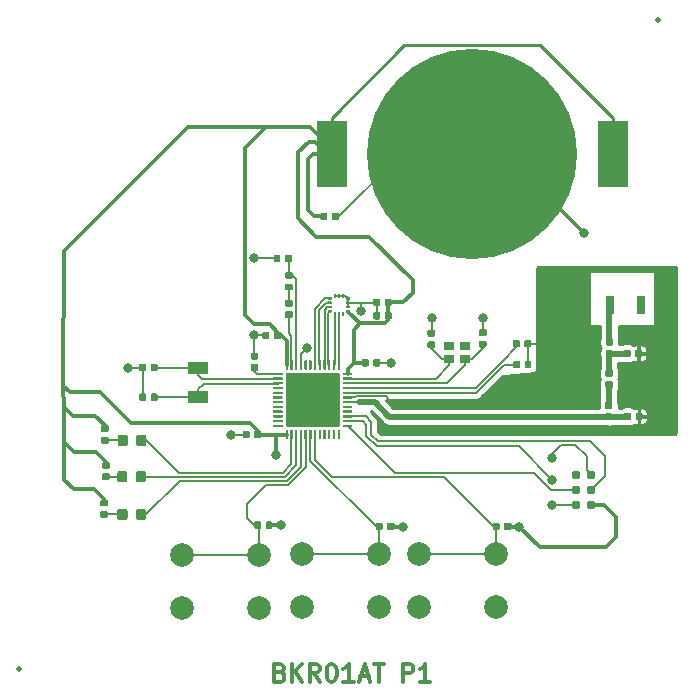
<source format=gbr>
G04 #@! TF.GenerationSoftware,KiCad,Pcbnew,(5.1.5)-3*
G04 #@! TF.CreationDate,2020-02-29T16:25:42-03:00*
G04 #@! TF.ProjectId,BKR01AT,424b5230-3141-4542-9e6b-696361645f70,rev?*
G04 #@! TF.SameCoordinates,Original*
G04 #@! TF.FileFunction,Copper,L1,Top*
G04 #@! TF.FilePolarity,Positive*
%FSLAX46Y46*%
G04 Gerber Fmt 4.6, Leading zero omitted, Abs format (unit mm)*
G04 Created by KiCad (PCBNEW (5.1.5)-3) date 2020-02-29 16:25:42*
%MOMM*%
%LPD*%
G04 APERTURE LIST*
%ADD10C,0.300000*%
%ADD11R,1.800000X1.000000*%
%ADD12R,0.900000X0.800000*%
%ADD13C,0.100000*%
%ADD14C,2.000000*%
%ADD15C,0.787400*%
%ADD16C,0.500000*%
%ADD17R,2.600000X5.560000*%
%ADD18C,17.800000*%
%ADD19R,0.800000X1.600000*%
%ADD20C,0.800000*%
%ADD21C,0.600000*%
%ADD22C,0.152400*%
%ADD23C,0.500000*%
%ADD24C,0.304800*%
%ADD25C,0.250000*%
%ADD26C,0.254000*%
G04 APERTURE END LIST*
D10*
X144766471Y-116453457D02*
X144980757Y-116524885D01*
X145052185Y-116596314D01*
X145123614Y-116739171D01*
X145123614Y-116953457D01*
X145052185Y-117096314D01*
X144980757Y-117167742D01*
X144837900Y-117239171D01*
X144266471Y-117239171D01*
X144266471Y-115739171D01*
X144766471Y-115739171D01*
X144909328Y-115810600D01*
X144980757Y-115882028D01*
X145052185Y-116024885D01*
X145052185Y-116167742D01*
X144980757Y-116310600D01*
X144909328Y-116382028D01*
X144766471Y-116453457D01*
X144266471Y-116453457D01*
X145766471Y-117239171D02*
X145766471Y-115739171D01*
X146623614Y-117239171D02*
X145980757Y-116382028D01*
X146623614Y-115739171D02*
X145766471Y-116596314D01*
X148123614Y-117239171D02*
X147623614Y-116524885D01*
X147266471Y-117239171D02*
X147266471Y-115739171D01*
X147837900Y-115739171D01*
X147980757Y-115810600D01*
X148052185Y-115882028D01*
X148123614Y-116024885D01*
X148123614Y-116239171D01*
X148052185Y-116382028D01*
X147980757Y-116453457D01*
X147837900Y-116524885D01*
X147266471Y-116524885D01*
X149052185Y-115739171D02*
X149195042Y-115739171D01*
X149337900Y-115810600D01*
X149409328Y-115882028D01*
X149480757Y-116024885D01*
X149552185Y-116310600D01*
X149552185Y-116667742D01*
X149480757Y-116953457D01*
X149409328Y-117096314D01*
X149337900Y-117167742D01*
X149195042Y-117239171D01*
X149052185Y-117239171D01*
X148909328Y-117167742D01*
X148837900Y-117096314D01*
X148766471Y-116953457D01*
X148695042Y-116667742D01*
X148695042Y-116310600D01*
X148766471Y-116024885D01*
X148837900Y-115882028D01*
X148909328Y-115810600D01*
X149052185Y-115739171D01*
X150980757Y-117239171D02*
X150123614Y-117239171D01*
X150552185Y-117239171D02*
X150552185Y-115739171D01*
X150409328Y-115953457D01*
X150266471Y-116096314D01*
X150123614Y-116167742D01*
X151552185Y-116810600D02*
X152266471Y-116810600D01*
X151409328Y-117239171D02*
X151909328Y-115739171D01*
X152409328Y-117239171D01*
X152695042Y-115739171D02*
X153552185Y-115739171D01*
X153123614Y-117239171D02*
X153123614Y-115739171D01*
X155195042Y-117239171D02*
X155195042Y-115739171D01*
X155766471Y-115739171D01*
X155909328Y-115810600D01*
X155980757Y-115882028D01*
X156052185Y-116024885D01*
X156052185Y-116239171D01*
X155980757Y-116382028D01*
X155909328Y-116453457D01*
X155766471Y-116524885D01*
X155195042Y-116524885D01*
X157480757Y-117239171D02*
X156623614Y-117239171D01*
X157052185Y-117239171D02*
X157052185Y-115739171D01*
X156909328Y-115953457D01*
X156766471Y-116096314D01*
X156623614Y-116167742D01*
D11*
X137845800Y-93154500D03*
X137845800Y-90654500D03*
D12*
X159040600Y-88819900D03*
X160440600Y-88819900D03*
X160440600Y-89919900D03*
X159040600Y-89919900D03*
G04 #@! TA.AperFunction,SMDPad,CuDef*
D13*
G36*
X149437901Y-84406541D02*
G01*
X149442755Y-84407261D01*
X149447514Y-84408453D01*
X149452134Y-84410106D01*
X149456570Y-84412204D01*
X149460779Y-84414727D01*
X149464720Y-84417649D01*
X149468355Y-84420945D01*
X149471651Y-84424580D01*
X149474573Y-84428521D01*
X149477096Y-84432730D01*
X149479194Y-84437166D01*
X149480847Y-84441786D01*
X149482039Y-84446545D01*
X149482759Y-84451399D01*
X149483000Y-84456300D01*
X149483000Y-84681300D01*
X149482759Y-84686201D01*
X149482039Y-84691055D01*
X149480847Y-84695814D01*
X149479194Y-84700434D01*
X149477096Y-84704870D01*
X149474573Y-84709079D01*
X149471651Y-84713020D01*
X149468355Y-84716655D01*
X149464720Y-84719951D01*
X149460779Y-84722873D01*
X149456570Y-84725396D01*
X149452134Y-84727494D01*
X149447514Y-84729147D01*
X149442755Y-84730339D01*
X149437901Y-84731059D01*
X149433000Y-84731300D01*
X149333000Y-84731300D01*
X149328099Y-84731059D01*
X149323245Y-84730339D01*
X149318486Y-84729147D01*
X149313866Y-84727494D01*
X149309430Y-84725396D01*
X149305221Y-84722873D01*
X149301280Y-84719951D01*
X149297645Y-84716655D01*
X149294349Y-84713020D01*
X149291427Y-84709079D01*
X149288904Y-84704870D01*
X149286806Y-84700434D01*
X149285153Y-84695814D01*
X149283961Y-84691055D01*
X149283241Y-84686201D01*
X149283000Y-84681300D01*
X149283000Y-84456300D01*
X149283241Y-84451399D01*
X149283961Y-84446545D01*
X149285153Y-84441786D01*
X149286806Y-84437166D01*
X149288904Y-84432730D01*
X149291427Y-84428521D01*
X149294349Y-84424580D01*
X149297645Y-84420945D01*
X149301280Y-84417649D01*
X149305221Y-84414727D01*
X149309430Y-84412204D01*
X149313866Y-84410106D01*
X149318486Y-84408453D01*
X149323245Y-84407261D01*
X149328099Y-84406541D01*
X149333000Y-84406300D01*
X149433000Y-84406300D01*
X149437901Y-84406541D01*
G37*
G04 #@! TD.AperFunction*
G04 #@! TA.AperFunction,SMDPad,CuDef*
G36*
X149787901Y-84406541D02*
G01*
X149792755Y-84407261D01*
X149797514Y-84408453D01*
X149802134Y-84410106D01*
X149806570Y-84412204D01*
X149810779Y-84414727D01*
X149814720Y-84417649D01*
X149818355Y-84420945D01*
X149821651Y-84424580D01*
X149824573Y-84428521D01*
X149827096Y-84432730D01*
X149829194Y-84437166D01*
X149830847Y-84441786D01*
X149832039Y-84446545D01*
X149832759Y-84451399D01*
X149833000Y-84456300D01*
X149833000Y-84681300D01*
X149832759Y-84686201D01*
X149832039Y-84691055D01*
X149830847Y-84695814D01*
X149829194Y-84700434D01*
X149827096Y-84704870D01*
X149824573Y-84709079D01*
X149821651Y-84713020D01*
X149818355Y-84716655D01*
X149814720Y-84719951D01*
X149810779Y-84722873D01*
X149806570Y-84725396D01*
X149802134Y-84727494D01*
X149797514Y-84729147D01*
X149792755Y-84730339D01*
X149787901Y-84731059D01*
X149783000Y-84731300D01*
X149683000Y-84731300D01*
X149678099Y-84731059D01*
X149673245Y-84730339D01*
X149668486Y-84729147D01*
X149663866Y-84727494D01*
X149659430Y-84725396D01*
X149655221Y-84722873D01*
X149651280Y-84719951D01*
X149647645Y-84716655D01*
X149644349Y-84713020D01*
X149641427Y-84709079D01*
X149638904Y-84704870D01*
X149636806Y-84700434D01*
X149635153Y-84695814D01*
X149633961Y-84691055D01*
X149633241Y-84686201D01*
X149633000Y-84681300D01*
X149633000Y-84456300D01*
X149633241Y-84451399D01*
X149633961Y-84446545D01*
X149635153Y-84441786D01*
X149636806Y-84437166D01*
X149638904Y-84432730D01*
X149641427Y-84428521D01*
X149644349Y-84424580D01*
X149647645Y-84420945D01*
X149651280Y-84417649D01*
X149655221Y-84414727D01*
X149659430Y-84412204D01*
X149663866Y-84410106D01*
X149668486Y-84408453D01*
X149673245Y-84407261D01*
X149678099Y-84406541D01*
X149683000Y-84406300D01*
X149783000Y-84406300D01*
X149787901Y-84406541D01*
G37*
G04 #@! TD.AperFunction*
G04 #@! TA.AperFunction,SMDPad,CuDef*
G36*
X150137901Y-84406541D02*
G01*
X150142755Y-84407261D01*
X150147514Y-84408453D01*
X150152134Y-84410106D01*
X150156570Y-84412204D01*
X150160779Y-84414727D01*
X150164720Y-84417649D01*
X150168355Y-84420945D01*
X150171651Y-84424580D01*
X150174573Y-84428521D01*
X150177096Y-84432730D01*
X150179194Y-84437166D01*
X150180847Y-84441786D01*
X150182039Y-84446545D01*
X150182759Y-84451399D01*
X150183000Y-84456300D01*
X150183000Y-84681300D01*
X150182759Y-84686201D01*
X150182039Y-84691055D01*
X150180847Y-84695814D01*
X150179194Y-84700434D01*
X150177096Y-84704870D01*
X150174573Y-84709079D01*
X150171651Y-84713020D01*
X150168355Y-84716655D01*
X150164720Y-84719951D01*
X150160779Y-84722873D01*
X150156570Y-84725396D01*
X150152134Y-84727494D01*
X150147514Y-84729147D01*
X150142755Y-84730339D01*
X150137901Y-84731059D01*
X150133000Y-84731300D01*
X150033000Y-84731300D01*
X150028099Y-84731059D01*
X150023245Y-84730339D01*
X150018486Y-84729147D01*
X150013866Y-84727494D01*
X150009430Y-84725396D01*
X150005221Y-84722873D01*
X150001280Y-84719951D01*
X149997645Y-84716655D01*
X149994349Y-84713020D01*
X149991427Y-84709079D01*
X149988904Y-84704870D01*
X149986806Y-84700434D01*
X149985153Y-84695814D01*
X149983961Y-84691055D01*
X149983241Y-84686201D01*
X149983000Y-84681300D01*
X149983000Y-84456300D01*
X149983241Y-84451399D01*
X149983961Y-84446545D01*
X149985153Y-84441786D01*
X149986806Y-84437166D01*
X149988904Y-84432730D01*
X149991427Y-84428521D01*
X149994349Y-84424580D01*
X149997645Y-84420945D01*
X150001280Y-84417649D01*
X150005221Y-84414727D01*
X150009430Y-84412204D01*
X150013866Y-84410106D01*
X150018486Y-84408453D01*
X150023245Y-84407261D01*
X150028099Y-84406541D01*
X150033000Y-84406300D01*
X150133000Y-84406300D01*
X150137901Y-84406541D01*
G37*
G04 #@! TD.AperFunction*
G04 #@! TA.AperFunction,SMDPad,CuDef*
G36*
X150612901Y-84706541D02*
G01*
X150617755Y-84707261D01*
X150622514Y-84708453D01*
X150627134Y-84710106D01*
X150631570Y-84712204D01*
X150635779Y-84714727D01*
X150639720Y-84717649D01*
X150643355Y-84720945D01*
X150646651Y-84724580D01*
X150649573Y-84728521D01*
X150652096Y-84732730D01*
X150654194Y-84737166D01*
X150655847Y-84741786D01*
X150657039Y-84746545D01*
X150657759Y-84751399D01*
X150658000Y-84756300D01*
X150658000Y-84856300D01*
X150657759Y-84861201D01*
X150657039Y-84866055D01*
X150655847Y-84870814D01*
X150654194Y-84875434D01*
X150652096Y-84879870D01*
X150649573Y-84884079D01*
X150646651Y-84888020D01*
X150643355Y-84891655D01*
X150639720Y-84894951D01*
X150635779Y-84897873D01*
X150631570Y-84900396D01*
X150627134Y-84902494D01*
X150622514Y-84904147D01*
X150617755Y-84905339D01*
X150612901Y-84906059D01*
X150608000Y-84906300D01*
X150383000Y-84906300D01*
X150378099Y-84906059D01*
X150373245Y-84905339D01*
X150368486Y-84904147D01*
X150363866Y-84902494D01*
X150359430Y-84900396D01*
X150355221Y-84897873D01*
X150351280Y-84894951D01*
X150347645Y-84891655D01*
X150344349Y-84888020D01*
X150341427Y-84884079D01*
X150338904Y-84879870D01*
X150336806Y-84875434D01*
X150335153Y-84870814D01*
X150333961Y-84866055D01*
X150333241Y-84861201D01*
X150333000Y-84856300D01*
X150333000Y-84756300D01*
X150333241Y-84751399D01*
X150333961Y-84746545D01*
X150335153Y-84741786D01*
X150336806Y-84737166D01*
X150338904Y-84732730D01*
X150341427Y-84728521D01*
X150344349Y-84724580D01*
X150347645Y-84720945D01*
X150351280Y-84717649D01*
X150355221Y-84714727D01*
X150359430Y-84712204D01*
X150363866Y-84710106D01*
X150368486Y-84708453D01*
X150373245Y-84707261D01*
X150378099Y-84706541D01*
X150383000Y-84706300D01*
X150608000Y-84706300D01*
X150612901Y-84706541D01*
G37*
G04 #@! TD.AperFunction*
G04 #@! TA.AperFunction,SMDPad,CuDef*
G36*
X150612901Y-85056541D02*
G01*
X150617755Y-85057261D01*
X150622514Y-85058453D01*
X150627134Y-85060106D01*
X150631570Y-85062204D01*
X150635779Y-85064727D01*
X150639720Y-85067649D01*
X150643355Y-85070945D01*
X150646651Y-85074580D01*
X150649573Y-85078521D01*
X150652096Y-85082730D01*
X150654194Y-85087166D01*
X150655847Y-85091786D01*
X150657039Y-85096545D01*
X150657759Y-85101399D01*
X150658000Y-85106300D01*
X150658000Y-85206300D01*
X150657759Y-85211201D01*
X150657039Y-85216055D01*
X150655847Y-85220814D01*
X150654194Y-85225434D01*
X150652096Y-85229870D01*
X150649573Y-85234079D01*
X150646651Y-85238020D01*
X150643355Y-85241655D01*
X150639720Y-85244951D01*
X150635779Y-85247873D01*
X150631570Y-85250396D01*
X150627134Y-85252494D01*
X150622514Y-85254147D01*
X150617755Y-85255339D01*
X150612901Y-85256059D01*
X150608000Y-85256300D01*
X150383000Y-85256300D01*
X150378099Y-85256059D01*
X150373245Y-85255339D01*
X150368486Y-85254147D01*
X150363866Y-85252494D01*
X150359430Y-85250396D01*
X150355221Y-85247873D01*
X150351280Y-85244951D01*
X150347645Y-85241655D01*
X150344349Y-85238020D01*
X150341427Y-85234079D01*
X150338904Y-85229870D01*
X150336806Y-85225434D01*
X150335153Y-85220814D01*
X150333961Y-85216055D01*
X150333241Y-85211201D01*
X150333000Y-85206300D01*
X150333000Y-85106300D01*
X150333241Y-85101399D01*
X150333961Y-85096545D01*
X150335153Y-85091786D01*
X150336806Y-85087166D01*
X150338904Y-85082730D01*
X150341427Y-85078521D01*
X150344349Y-85074580D01*
X150347645Y-85070945D01*
X150351280Y-85067649D01*
X150355221Y-85064727D01*
X150359430Y-85062204D01*
X150363866Y-85060106D01*
X150368486Y-85058453D01*
X150373245Y-85057261D01*
X150378099Y-85056541D01*
X150383000Y-85056300D01*
X150608000Y-85056300D01*
X150612901Y-85056541D01*
G37*
G04 #@! TD.AperFunction*
G04 #@! TA.AperFunction,SMDPad,CuDef*
G36*
X150612901Y-85406541D02*
G01*
X150617755Y-85407261D01*
X150622514Y-85408453D01*
X150627134Y-85410106D01*
X150631570Y-85412204D01*
X150635779Y-85414727D01*
X150639720Y-85417649D01*
X150643355Y-85420945D01*
X150646651Y-85424580D01*
X150649573Y-85428521D01*
X150652096Y-85432730D01*
X150654194Y-85437166D01*
X150655847Y-85441786D01*
X150657039Y-85446545D01*
X150657759Y-85451399D01*
X150658000Y-85456300D01*
X150658000Y-85556300D01*
X150657759Y-85561201D01*
X150657039Y-85566055D01*
X150655847Y-85570814D01*
X150654194Y-85575434D01*
X150652096Y-85579870D01*
X150649573Y-85584079D01*
X150646651Y-85588020D01*
X150643355Y-85591655D01*
X150639720Y-85594951D01*
X150635779Y-85597873D01*
X150631570Y-85600396D01*
X150627134Y-85602494D01*
X150622514Y-85604147D01*
X150617755Y-85605339D01*
X150612901Y-85606059D01*
X150608000Y-85606300D01*
X150383000Y-85606300D01*
X150378099Y-85606059D01*
X150373245Y-85605339D01*
X150368486Y-85604147D01*
X150363866Y-85602494D01*
X150359430Y-85600396D01*
X150355221Y-85597873D01*
X150351280Y-85594951D01*
X150347645Y-85591655D01*
X150344349Y-85588020D01*
X150341427Y-85584079D01*
X150338904Y-85579870D01*
X150336806Y-85575434D01*
X150335153Y-85570814D01*
X150333961Y-85566055D01*
X150333241Y-85561201D01*
X150333000Y-85556300D01*
X150333000Y-85456300D01*
X150333241Y-85451399D01*
X150333961Y-85446545D01*
X150335153Y-85441786D01*
X150336806Y-85437166D01*
X150338904Y-85432730D01*
X150341427Y-85428521D01*
X150344349Y-85424580D01*
X150347645Y-85420945D01*
X150351280Y-85417649D01*
X150355221Y-85414727D01*
X150359430Y-85412204D01*
X150363866Y-85410106D01*
X150368486Y-85408453D01*
X150373245Y-85407261D01*
X150378099Y-85406541D01*
X150383000Y-85406300D01*
X150608000Y-85406300D01*
X150612901Y-85406541D01*
G37*
G04 #@! TD.AperFunction*
G04 #@! TA.AperFunction,SMDPad,CuDef*
G36*
X150612901Y-85756541D02*
G01*
X150617755Y-85757261D01*
X150622514Y-85758453D01*
X150627134Y-85760106D01*
X150631570Y-85762204D01*
X150635779Y-85764727D01*
X150639720Y-85767649D01*
X150643355Y-85770945D01*
X150646651Y-85774580D01*
X150649573Y-85778521D01*
X150652096Y-85782730D01*
X150654194Y-85787166D01*
X150655847Y-85791786D01*
X150657039Y-85796545D01*
X150657759Y-85801399D01*
X150658000Y-85806300D01*
X150658000Y-85906300D01*
X150657759Y-85911201D01*
X150657039Y-85916055D01*
X150655847Y-85920814D01*
X150654194Y-85925434D01*
X150652096Y-85929870D01*
X150649573Y-85934079D01*
X150646651Y-85938020D01*
X150643355Y-85941655D01*
X150639720Y-85944951D01*
X150635779Y-85947873D01*
X150631570Y-85950396D01*
X150627134Y-85952494D01*
X150622514Y-85954147D01*
X150617755Y-85955339D01*
X150612901Y-85956059D01*
X150608000Y-85956300D01*
X150383000Y-85956300D01*
X150378099Y-85956059D01*
X150373245Y-85955339D01*
X150368486Y-85954147D01*
X150363866Y-85952494D01*
X150359430Y-85950396D01*
X150355221Y-85947873D01*
X150351280Y-85944951D01*
X150347645Y-85941655D01*
X150344349Y-85938020D01*
X150341427Y-85934079D01*
X150338904Y-85929870D01*
X150336806Y-85925434D01*
X150335153Y-85920814D01*
X150333961Y-85916055D01*
X150333241Y-85911201D01*
X150333000Y-85906300D01*
X150333000Y-85806300D01*
X150333241Y-85801399D01*
X150333961Y-85796545D01*
X150335153Y-85791786D01*
X150336806Y-85787166D01*
X150338904Y-85782730D01*
X150341427Y-85778521D01*
X150344349Y-85774580D01*
X150347645Y-85770945D01*
X150351280Y-85767649D01*
X150355221Y-85764727D01*
X150359430Y-85762204D01*
X150363866Y-85760106D01*
X150368486Y-85758453D01*
X150373245Y-85757261D01*
X150378099Y-85756541D01*
X150383000Y-85756300D01*
X150608000Y-85756300D01*
X150612901Y-85756541D01*
G37*
G04 #@! TD.AperFunction*
G04 #@! TA.AperFunction,SMDPad,CuDef*
G36*
X150137901Y-85931541D02*
G01*
X150142755Y-85932261D01*
X150147514Y-85933453D01*
X150152134Y-85935106D01*
X150156570Y-85937204D01*
X150160779Y-85939727D01*
X150164720Y-85942649D01*
X150168355Y-85945945D01*
X150171651Y-85949580D01*
X150174573Y-85953521D01*
X150177096Y-85957730D01*
X150179194Y-85962166D01*
X150180847Y-85966786D01*
X150182039Y-85971545D01*
X150182759Y-85976399D01*
X150183000Y-85981300D01*
X150183000Y-86206300D01*
X150182759Y-86211201D01*
X150182039Y-86216055D01*
X150180847Y-86220814D01*
X150179194Y-86225434D01*
X150177096Y-86229870D01*
X150174573Y-86234079D01*
X150171651Y-86238020D01*
X150168355Y-86241655D01*
X150164720Y-86244951D01*
X150160779Y-86247873D01*
X150156570Y-86250396D01*
X150152134Y-86252494D01*
X150147514Y-86254147D01*
X150142755Y-86255339D01*
X150137901Y-86256059D01*
X150133000Y-86256300D01*
X150033000Y-86256300D01*
X150028099Y-86256059D01*
X150023245Y-86255339D01*
X150018486Y-86254147D01*
X150013866Y-86252494D01*
X150009430Y-86250396D01*
X150005221Y-86247873D01*
X150001280Y-86244951D01*
X149997645Y-86241655D01*
X149994349Y-86238020D01*
X149991427Y-86234079D01*
X149988904Y-86229870D01*
X149986806Y-86225434D01*
X149985153Y-86220814D01*
X149983961Y-86216055D01*
X149983241Y-86211201D01*
X149983000Y-86206300D01*
X149983000Y-85981300D01*
X149983241Y-85976399D01*
X149983961Y-85971545D01*
X149985153Y-85966786D01*
X149986806Y-85962166D01*
X149988904Y-85957730D01*
X149991427Y-85953521D01*
X149994349Y-85949580D01*
X149997645Y-85945945D01*
X150001280Y-85942649D01*
X150005221Y-85939727D01*
X150009430Y-85937204D01*
X150013866Y-85935106D01*
X150018486Y-85933453D01*
X150023245Y-85932261D01*
X150028099Y-85931541D01*
X150033000Y-85931300D01*
X150133000Y-85931300D01*
X150137901Y-85931541D01*
G37*
G04 #@! TD.AperFunction*
G04 #@! TA.AperFunction,SMDPad,CuDef*
G36*
X149787901Y-85931541D02*
G01*
X149792755Y-85932261D01*
X149797514Y-85933453D01*
X149802134Y-85935106D01*
X149806570Y-85937204D01*
X149810779Y-85939727D01*
X149814720Y-85942649D01*
X149818355Y-85945945D01*
X149821651Y-85949580D01*
X149824573Y-85953521D01*
X149827096Y-85957730D01*
X149829194Y-85962166D01*
X149830847Y-85966786D01*
X149832039Y-85971545D01*
X149832759Y-85976399D01*
X149833000Y-85981300D01*
X149833000Y-86206300D01*
X149832759Y-86211201D01*
X149832039Y-86216055D01*
X149830847Y-86220814D01*
X149829194Y-86225434D01*
X149827096Y-86229870D01*
X149824573Y-86234079D01*
X149821651Y-86238020D01*
X149818355Y-86241655D01*
X149814720Y-86244951D01*
X149810779Y-86247873D01*
X149806570Y-86250396D01*
X149802134Y-86252494D01*
X149797514Y-86254147D01*
X149792755Y-86255339D01*
X149787901Y-86256059D01*
X149783000Y-86256300D01*
X149683000Y-86256300D01*
X149678099Y-86256059D01*
X149673245Y-86255339D01*
X149668486Y-86254147D01*
X149663866Y-86252494D01*
X149659430Y-86250396D01*
X149655221Y-86247873D01*
X149651280Y-86244951D01*
X149647645Y-86241655D01*
X149644349Y-86238020D01*
X149641427Y-86234079D01*
X149638904Y-86229870D01*
X149636806Y-86225434D01*
X149635153Y-86220814D01*
X149633961Y-86216055D01*
X149633241Y-86211201D01*
X149633000Y-86206300D01*
X149633000Y-85981300D01*
X149633241Y-85976399D01*
X149633961Y-85971545D01*
X149635153Y-85966786D01*
X149636806Y-85962166D01*
X149638904Y-85957730D01*
X149641427Y-85953521D01*
X149644349Y-85949580D01*
X149647645Y-85945945D01*
X149651280Y-85942649D01*
X149655221Y-85939727D01*
X149659430Y-85937204D01*
X149663866Y-85935106D01*
X149668486Y-85933453D01*
X149673245Y-85932261D01*
X149678099Y-85931541D01*
X149683000Y-85931300D01*
X149783000Y-85931300D01*
X149787901Y-85931541D01*
G37*
G04 #@! TD.AperFunction*
G04 #@! TA.AperFunction,SMDPad,CuDef*
G36*
X149437901Y-85931541D02*
G01*
X149442755Y-85932261D01*
X149447514Y-85933453D01*
X149452134Y-85935106D01*
X149456570Y-85937204D01*
X149460779Y-85939727D01*
X149464720Y-85942649D01*
X149468355Y-85945945D01*
X149471651Y-85949580D01*
X149474573Y-85953521D01*
X149477096Y-85957730D01*
X149479194Y-85962166D01*
X149480847Y-85966786D01*
X149482039Y-85971545D01*
X149482759Y-85976399D01*
X149483000Y-85981300D01*
X149483000Y-86206300D01*
X149482759Y-86211201D01*
X149482039Y-86216055D01*
X149480847Y-86220814D01*
X149479194Y-86225434D01*
X149477096Y-86229870D01*
X149474573Y-86234079D01*
X149471651Y-86238020D01*
X149468355Y-86241655D01*
X149464720Y-86244951D01*
X149460779Y-86247873D01*
X149456570Y-86250396D01*
X149452134Y-86252494D01*
X149447514Y-86254147D01*
X149442755Y-86255339D01*
X149437901Y-86256059D01*
X149433000Y-86256300D01*
X149333000Y-86256300D01*
X149328099Y-86256059D01*
X149323245Y-86255339D01*
X149318486Y-86254147D01*
X149313866Y-86252494D01*
X149309430Y-86250396D01*
X149305221Y-86247873D01*
X149301280Y-86244951D01*
X149297645Y-86241655D01*
X149294349Y-86238020D01*
X149291427Y-86234079D01*
X149288904Y-86229870D01*
X149286806Y-86225434D01*
X149285153Y-86220814D01*
X149283961Y-86216055D01*
X149283241Y-86211201D01*
X149283000Y-86206300D01*
X149283000Y-85981300D01*
X149283241Y-85976399D01*
X149283961Y-85971545D01*
X149285153Y-85966786D01*
X149286806Y-85962166D01*
X149288904Y-85957730D01*
X149291427Y-85953521D01*
X149294349Y-85949580D01*
X149297645Y-85945945D01*
X149301280Y-85942649D01*
X149305221Y-85939727D01*
X149309430Y-85937204D01*
X149313866Y-85935106D01*
X149318486Y-85933453D01*
X149323245Y-85932261D01*
X149328099Y-85931541D01*
X149333000Y-85931300D01*
X149433000Y-85931300D01*
X149437901Y-85931541D01*
G37*
G04 #@! TD.AperFunction*
G04 #@! TA.AperFunction,SMDPad,CuDef*
G36*
X149087901Y-85756541D02*
G01*
X149092755Y-85757261D01*
X149097514Y-85758453D01*
X149102134Y-85760106D01*
X149106570Y-85762204D01*
X149110779Y-85764727D01*
X149114720Y-85767649D01*
X149118355Y-85770945D01*
X149121651Y-85774580D01*
X149124573Y-85778521D01*
X149127096Y-85782730D01*
X149129194Y-85787166D01*
X149130847Y-85791786D01*
X149132039Y-85796545D01*
X149132759Y-85801399D01*
X149133000Y-85806300D01*
X149133000Y-85906300D01*
X149132759Y-85911201D01*
X149132039Y-85916055D01*
X149130847Y-85920814D01*
X149129194Y-85925434D01*
X149127096Y-85929870D01*
X149124573Y-85934079D01*
X149121651Y-85938020D01*
X149118355Y-85941655D01*
X149114720Y-85944951D01*
X149110779Y-85947873D01*
X149106570Y-85950396D01*
X149102134Y-85952494D01*
X149097514Y-85954147D01*
X149092755Y-85955339D01*
X149087901Y-85956059D01*
X149083000Y-85956300D01*
X148858000Y-85956300D01*
X148853099Y-85956059D01*
X148848245Y-85955339D01*
X148843486Y-85954147D01*
X148838866Y-85952494D01*
X148834430Y-85950396D01*
X148830221Y-85947873D01*
X148826280Y-85944951D01*
X148822645Y-85941655D01*
X148819349Y-85938020D01*
X148816427Y-85934079D01*
X148813904Y-85929870D01*
X148811806Y-85925434D01*
X148810153Y-85920814D01*
X148808961Y-85916055D01*
X148808241Y-85911201D01*
X148808000Y-85906300D01*
X148808000Y-85806300D01*
X148808241Y-85801399D01*
X148808961Y-85796545D01*
X148810153Y-85791786D01*
X148811806Y-85787166D01*
X148813904Y-85782730D01*
X148816427Y-85778521D01*
X148819349Y-85774580D01*
X148822645Y-85770945D01*
X148826280Y-85767649D01*
X148830221Y-85764727D01*
X148834430Y-85762204D01*
X148838866Y-85760106D01*
X148843486Y-85758453D01*
X148848245Y-85757261D01*
X148853099Y-85756541D01*
X148858000Y-85756300D01*
X149083000Y-85756300D01*
X149087901Y-85756541D01*
G37*
G04 #@! TD.AperFunction*
G04 #@! TA.AperFunction,SMDPad,CuDef*
G36*
X149087901Y-85406541D02*
G01*
X149092755Y-85407261D01*
X149097514Y-85408453D01*
X149102134Y-85410106D01*
X149106570Y-85412204D01*
X149110779Y-85414727D01*
X149114720Y-85417649D01*
X149118355Y-85420945D01*
X149121651Y-85424580D01*
X149124573Y-85428521D01*
X149127096Y-85432730D01*
X149129194Y-85437166D01*
X149130847Y-85441786D01*
X149132039Y-85446545D01*
X149132759Y-85451399D01*
X149133000Y-85456300D01*
X149133000Y-85556300D01*
X149132759Y-85561201D01*
X149132039Y-85566055D01*
X149130847Y-85570814D01*
X149129194Y-85575434D01*
X149127096Y-85579870D01*
X149124573Y-85584079D01*
X149121651Y-85588020D01*
X149118355Y-85591655D01*
X149114720Y-85594951D01*
X149110779Y-85597873D01*
X149106570Y-85600396D01*
X149102134Y-85602494D01*
X149097514Y-85604147D01*
X149092755Y-85605339D01*
X149087901Y-85606059D01*
X149083000Y-85606300D01*
X148858000Y-85606300D01*
X148853099Y-85606059D01*
X148848245Y-85605339D01*
X148843486Y-85604147D01*
X148838866Y-85602494D01*
X148834430Y-85600396D01*
X148830221Y-85597873D01*
X148826280Y-85594951D01*
X148822645Y-85591655D01*
X148819349Y-85588020D01*
X148816427Y-85584079D01*
X148813904Y-85579870D01*
X148811806Y-85575434D01*
X148810153Y-85570814D01*
X148808961Y-85566055D01*
X148808241Y-85561201D01*
X148808000Y-85556300D01*
X148808000Y-85456300D01*
X148808241Y-85451399D01*
X148808961Y-85446545D01*
X148810153Y-85441786D01*
X148811806Y-85437166D01*
X148813904Y-85432730D01*
X148816427Y-85428521D01*
X148819349Y-85424580D01*
X148822645Y-85420945D01*
X148826280Y-85417649D01*
X148830221Y-85414727D01*
X148834430Y-85412204D01*
X148838866Y-85410106D01*
X148843486Y-85408453D01*
X148848245Y-85407261D01*
X148853099Y-85406541D01*
X148858000Y-85406300D01*
X149083000Y-85406300D01*
X149087901Y-85406541D01*
G37*
G04 #@! TD.AperFunction*
G04 #@! TA.AperFunction,SMDPad,CuDef*
G36*
X149087901Y-85056541D02*
G01*
X149092755Y-85057261D01*
X149097514Y-85058453D01*
X149102134Y-85060106D01*
X149106570Y-85062204D01*
X149110779Y-85064727D01*
X149114720Y-85067649D01*
X149118355Y-85070945D01*
X149121651Y-85074580D01*
X149124573Y-85078521D01*
X149127096Y-85082730D01*
X149129194Y-85087166D01*
X149130847Y-85091786D01*
X149132039Y-85096545D01*
X149132759Y-85101399D01*
X149133000Y-85106300D01*
X149133000Y-85206300D01*
X149132759Y-85211201D01*
X149132039Y-85216055D01*
X149130847Y-85220814D01*
X149129194Y-85225434D01*
X149127096Y-85229870D01*
X149124573Y-85234079D01*
X149121651Y-85238020D01*
X149118355Y-85241655D01*
X149114720Y-85244951D01*
X149110779Y-85247873D01*
X149106570Y-85250396D01*
X149102134Y-85252494D01*
X149097514Y-85254147D01*
X149092755Y-85255339D01*
X149087901Y-85256059D01*
X149083000Y-85256300D01*
X148858000Y-85256300D01*
X148853099Y-85256059D01*
X148848245Y-85255339D01*
X148843486Y-85254147D01*
X148838866Y-85252494D01*
X148834430Y-85250396D01*
X148830221Y-85247873D01*
X148826280Y-85244951D01*
X148822645Y-85241655D01*
X148819349Y-85238020D01*
X148816427Y-85234079D01*
X148813904Y-85229870D01*
X148811806Y-85225434D01*
X148810153Y-85220814D01*
X148808961Y-85216055D01*
X148808241Y-85211201D01*
X148808000Y-85206300D01*
X148808000Y-85106300D01*
X148808241Y-85101399D01*
X148808961Y-85096545D01*
X148810153Y-85091786D01*
X148811806Y-85087166D01*
X148813904Y-85082730D01*
X148816427Y-85078521D01*
X148819349Y-85074580D01*
X148822645Y-85070945D01*
X148826280Y-85067649D01*
X148830221Y-85064727D01*
X148834430Y-85062204D01*
X148838866Y-85060106D01*
X148843486Y-85058453D01*
X148848245Y-85057261D01*
X148853099Y-85056541D01*
X148858000Y-85056300D01*
X149083000Y-85056300D01*
X149087901Y-85056541D01*
G37*
G04 #@! TD.AperFunction*
G04 #@! TA.AperFunction,SMDPad,CuDef*
G36*
X149087901Y-84706541D02*
G01*
X149092755Y-84707261D01*
X149097514Y-84708453D01*
X149102134Y-84710106D01*
X149106570Y-84712204D01*
X149110779Y-84714727D01*
X149114720Y-84717649D01*
X149118355Y-84720945D01*
X149121651Y-84724580D01*
X149124573Y-84728521D01*
X149127096Y-84732730D01*
X149129194Y-84737166D01*
X149130847Y-84741786D01*
X149132039Y-84746545D01*
X149132759Y-84751399D01*
X149133000Y-84756300D01*
X149133000Y-84856300D01*
X149132759Y-84861201D01*
X149132039Y-84866055D01*
X149130847Y-84870814D01*
X149129194Y-84875434D01*
X149127096Y-84879870D01*
X149124573Y-84884079D01*
X149121651Y-84888020D01*
X149118355Y-84891655D01*
X149114720Y-84894951D01*
X149110779Y-84897873D01*
X149106570Y-84900396D01*
X149102134Y-84902494D01*
X149097514Y-84904147D01*
X149092755Y-84905339D01*
X149087901Y-84906059D01*
X149083000Y-84906300D01*
X148858000Y-84906300D01*
X148853099Y-84906059D01*
X148848245Y-84905339D01*
X148843486Y-84904147D01*
X148838866Y-84902494D01*
X148834430Y-84900396D01*
X148830221Y-84897873D01*
X148826280Y-84894951D01*
X148822645Y-84891655D01*
X148819349Y-84888020D01*
X148816427Y-84884079D01*
X148813904Y-84879870D01*
X148811806Y-84875434D01*
X148810153Y-84870814D01*
X148808961Y-84866055D01*
X148808241Y-84861201D01*
X148808000Y-84856300D01*
X148808000Y-84756300D01*
X148808241Y-84751399D01*
X148808961Y-84746545D01*
X148810153Y-84741786D01*
X148811806Y-84737166D01*
X148813904Y-84732730D01*
X148816427Y-84728521D01*
X148819349Y-84724580D01*
X148822645Y-84720945D01*
X148826280Y-84717649D01*
X148830221Y-84714727D01*
X148834430Y-84712204D01*
X148838866Y-84710106D01*
X148843486Y-84708453D01*
X148848245Y-84707261D01*
X148853099Y-84706541D01*
X148858000Y-84706300D01*
X149083000Y-84706300D01*
X149087901Y-84706541D01*
G37*
G04 #@! TD.AperFunction*
D14*
X163027500Y-106451400D03*
X163027500Y-110951400D03*
X156527500Y-106451400D03*
X156527500Y-110951400D03*
X153096100Y-106451400D03*
X153096100Y-110951400D03*
X146596100Y-106451400D03*
X146596100Y-110951400D03*
X142948800Y-106489500D03*
X142948800Y-110989500D03*
X136448800Y-106489500D03*
X136448800Y-110989500D03*
G04 #@! TA.AperFunction,SMDPad,CuDef*
D13*
G36*
X163217258Y-103782610D02*
G01*
X163231576Y-103784734D01*
X163245617Y-103788251D01*
X163259246Y-103793128D01*
X163272331Y-103799317D01*
X163284747Y-103806758D01*
X163296373Y-103815381D01*
X163307098Y-103825102D01*
X163316819Y-103835827D01*
X163325442Y-103847453D01*
X163332883Y-103859869D01*
X163339072Y-103872954D01*
X163343949Y-103886583D01*
X163347466Y-103900624D01*
X163349590Y-103914942D01*
X163350300Y-103929400D01*
X163350300Y-104274400D01*
X163349590Y-104288858D01*
X163347466Y-104303176D01*
X163343949Y-104317217D01*
X163339072Y-104330846D01*
X163332883Y-104343931D01*
X163325442Y-104356347D01*
X163316819Y-104367973D01*
X163307098Y-104378698D01*
X163296373Y-104388419D01*
X163284747Y-104397042D01*
X163272331Y-104404483D01*
X163259246Y-104410672D01*
X163245617Y-104415549D01*
X163231576Y-104419066D01*
X163217258Y-104421190D01*
X163202800Y-104421900D01*
X162907800Y-104421900D01*
X162893342Y-104421190D01*
X162879024Y-104419066D01*
X162864983Y-104415549D01*
X162851354Y-104410672D01*
X162838269Y-104404483D01*
X162825853Y-104397042D01*
X162814227Y-104388419D01*
X162803502Y-104378698D01*
X162793781Y-104367973D01*
X162785158Y-104356347D01*
X162777717Y-104343931D01*
X162771528Y-104330846D01*
X162766651Y-104317217D01*
X162763134Y-104303176D01*
X162761010Y-104288858D01*
X162760300Y-104274400D01*
X162760300Y-103929400D01*
X162761010Y-103914942D01*
X162763134Y-103900624D01*
X162766651Y-103886583D01*
X162771528Y-103872954D01*
X162777717Y-103859869D01*
X162785158Y-103847453D01*
X162793781Y-103835827D01*
X162803502Y-103825102D01*
X162814227Y-103815381D01*
X162825853Y-103806758D01*
X162838269Y-103799317D01*
X162851354Y-103793128D01*
X162864983Y-103788251D01*
X162879024Y-103784734D01*
X162893342Y-103782610D01*
X162907800Y-103781900D01*
X163202800Y-103781900D01*
X163217258Y-103782610D01*
G37*
G04 #@! TD.AperFunction*
G04 #@! TA.AperFunction,SMDPad,CuDef*
G36*
X164187258Y-103782610D02*
G01*
X164201576Y-103784734D01*
X164215617Y-103788251D01*
X164229246Y-103793128D01*
X164242331Y-103799317D01*
X164254747Y-103806758D01*
X164266373Y-103815381D01*
X164277098Y-103825102D01*
X164286819Y-103835827D01*
X164295442Y-103847453D01*
X164302883Y-103859869D01*
X164309072Y-103872954D01*
X164313949Y-103886583D01*
X164317466Y-103900624D01*
X164319590Y-103914942D01*
X164320300Y-103929400D01*
X164320300Y-104274400D01*
X164319590Y-104288858D01*
X164317466Y-104303176D01*
X164313949Y-104317217D01*
X164309072Y-104330846D01*
X164302883Y-104343931D01*
X164295442Y-104356347D01*
X164286819Y-104367973D01*
X164277098Y-104378698D01*
X164266373Y-104388419D01*
X164254747Y-104397042D01*
X164242331Y-104404483D01*
X164229246Y-104410672D01*
X164215617Y-104415549D01*
X164201576Y-104419066D01*
X164187258Y-104421190D01*
X164172800Y-104421900D01*
X163877800Y-104421900D01*
X163863342Y-104421190D01*
X163849024Y-104419066D01*
X163834983Y-104415549D01*
X163821354Y-104410672D01*
X163808269Y-104404483D01*
X163795853Y-104397042D01*
X163784227Y-104388419D01*
X163773502Y-104378698D01*
X163763781Y-104367973D01*
X163755158Y-104356347D01*
X163747717Y-104343931D01*
X163741528Y-104330846D01*
X163736651Y-104317217D01*
X163733134Y-104303176D01*
X163731010Y-104288858D01*
X163730300Y-104274400D01*
X163730300Y-103929400D01*
X163731010Y-103914942D01*
X163733134Y-103900624D01*
X163736651Y-103886583D01*
X163741528Y-103872954D01*
X163747717Y-103859869D01*
X163755158Y-103847453D01*
X163763781Y-103835827D01*
X163773502Y-103825102D01*
X163784227Y-103815381D01*
X163795853Y-103806758D01*
X163808269Y-103799317D01*
X163821354Y-103793128D01*
X163834983Y-103788251D01*
X163849024Y-103784734D01*
X163863342Y-103782610D01*
X163877800Y-103781900D01*
X164172800Y-103781900D01*
X164187258Y-103782610D01*
G37*
G04 #@! TD.AperFunction*
G04 #@! TA.AperFunction,SMDPad,CuDef*
G36*
X153298558Y-103782610D02*
G01*
X153312876Y-103784734D01*
X153326917Y-103788251D01*
X153340546Y-103793128D01*
X153353631Y-103799317D01*
X153366047Y-103806758D01*
X153377673Y-103815381D01*
X153388398Y-103825102D01*
X153398119Y-103835827D01*
X153406742Y-103847453D01*
X153414183Y-103859869D01*
X153420372Y-103872954D01*
X153425249Y-103886583D01*
X153428766Y-103900624D01*
X153430890Y-103914942D01*
X153431600Y-103929400D01*
X153431600Y-104274400D01*
X153430890Y-104288858D01*
X153428766Y-104303176D01*
X153425249Y-104317217D01*
X153420372Y-104330846D01*
X153414183Y-104343931D01*
X153406742Y-104356347D01*
X153398119Y-104367973D01*
X153388398Y-104378698D01*
X153377673Y-104388419D01*
X153366047Y-104397042D01*
X153353631Y-104404483D01*
X153340546Y-104410672D01*
X153326917Y-104415549D01*
X153312876Y-104419066D01*
X153298558Y-104421190D01*
X153284100Y-104421900D01*
X152989100Y-104421900D01*
X152974642Y-104421190D01*
X152960324Y-104419066D01*
X152946283Y-104415549D01*
X152932654Y-104410672D01*
X152919569Y-104404483D01*
X152907153Y-104397042D01*
X152895527Y-104388419D01*
X152884802Y-104378698D01*
X152875081Y-104367973D01*
X152866458Y-104356347D01*
X152859017Y-104343931D01*
X152852828Y-104330846D01*
X152847951Y-104317217D01*
X152844434Y-104303176D01*
X152842310Y-104288858D01*
X152841600Y-104274400D01*
X152841600Y-103929400D01*
X152842310Y-103914942D01*
X152844434Y-103900624D01*
X152847951Y-103886583D01*
X152852828Y-103872954D01*
X152859017Y-103859869D01*
X152866458Y-103847453D01*
X152875081Y-103835827D01*
X152884802Y-103825102D01*
X152895527Y-103815381D01*
X152907153Y-103806758D01*
X152919569Y-103799317D01*
X152932654Y-103793128D01*
X152946283Y-103788251D01*
X152960324Y-103784734D01*
X152974642Y-103782610D01*
X152989100Y-103781900D01*
X153284100Y-103781900D01*
X153298558Y-103782610D01*
G37*
G04 #@! TD.AperFunction*
G04 #@! TA.AperFunction,SMDPad,CuDef*
G36*
X154268558Y-103782610D02*
G01*
X154282876Y-103784734D01*
X154296917Y-103788251D01*
X154310546Y-103793128D01*
X154323631Y-103799317D01*
X154336047Y-103806758D01*
X154347673Y-103815381D01*
X154358398Y-103825102D01*
X154368119Y-103835827D01*
X154376742Y-103847453D01*
X154384183Y-103859869D01*
X154390372Y-103872954D01*
X154395249Y-103886583D01*
X154398766Y-103900624D01*
X154400890Y-103914942D01*
X154401600Y-103929400D01*
X154401600Y-104274400D01*
X154400890Y-104288858D01*
X154398766Y-104303176D01*
X154395249Y-104317217D01*
X154390372Y-104330846D01*
X154384183Y-104343931D01*
X154376742Y-104356347D01*
X154368119Y-104367973D01*
X154358398Y-104378698D01*
X154347673Y-104388419D01*
X154336047Y-104397042D01*
X154323631Y-104404483D01*
X154310546Y-104410672D01*
X154296917Y-104415549D01*
X154282876Y-104419066D01*
X154268558Y-104421190D01*
X154254100Y-104421900D01*
X153959100Y-104421900D01*
X153944642Y-104421190D01*
X153930324Y-104419066D01*
X153916283Y-104415549D01*
X153902654Y-104410672D01*
X153889569Y-104404483D01*
X153877153Y-104397042D01*
X153865527Y-104388419D01*
X153854802Y-104378698D01*
X153845081Y-104367973D01*
X153836458Y-104356347D01*
X153829017Y-104343931D01*
X153822828Y-104330846D01*
X153817951Y-104317217D01*
X153814434Y-104303176D01*
X153812310Y-104288858D01*
X153811600Y-104274400D01*
X153811600Y-103929400D01*
X153812310Y-103914942D01*
X153814434Y-103900624D01*
X153817951Y-103886583D01*
X153822828Y-103872954D01*
X153829017Y-103859869D01*
X153836458Y-103847453D01*
X153845081Y-103835827D01*
X153854802Y-103825102D01*
X153865527Y-103815381D01*
X153877153Y-103806758D01*
X153889569Y-103799317D01*
X153902654Y-103793128D01*
X153916283Y-103788251D01*
X153930324Y-103784734D01*
X153944642Y-103782610D01*
X153959100Y-103781900D01*
X154254100Y-103781900D01*
X154268558Y-103782610D01*
G37*
G04 #@! TD.AperFunction*
G04 #@! TA.AperFunction,SMDPad,CuDef*
G36*
X143011558Y-103681010D02*
G01*
X143025876Y-103683134D01*
X143039917Y-103686651D01*
X143053546Y-103691528D01*
X143066631Y-103697717D01*
X143079047Y-103705158D01*
X143090673Y-103713781D01*
X143101398Y-103723502D01*
X143111119Y-103734227D01*
X143119742Y-103745853D01*
X143127183Y-103758269D01*
X143133372Y-103771354D01*
X143138249Y-103784983D01*
X143141766Y-103799024D01*
X143143890Y-103813342D01*
X143144600Y-103827800D01*
X143144600Y-104172800D01*
X143143890Y-104187258D01*
X143141766Y-104201576D01*
X143138249Y-104215617D01*
X143133372Y-104229246D01*
X143127183Y-104242331D01*
X143119742Y-104254747D01*
X143111119Y-104266373D01*
X143101398Y-104277098D01*
X143090673Y-104286819D01*
X143079047Y-104295442D01*
X143066631Y-104302883D01*
X143053546Y-104309072D01*
X143039917Y-104313949D01*
X143025876Y-104317466D01*
X143011558Y-104319590D01*
X142997100Y-104320300D01*
X142702100Y-104320300D01*
X142687642Y-104319590D01*
X142673324Y-104317466D01*
X142659283Y-104313949D01*
X142645654Y-104309072D01*
X142632569Y-104302883D01*
X142620153Y-104295442D01*
X142608527Y-104286819D01*
X142597802Y-104277098D01*
X142588081Y-104266373D01*
X142579458Y-104254747D01*
X142572017Y-104242331D01*
X142565828Y-104229246D01*
X142560951Y-104215617D01*
X142557434Y-104201576D01*
X142555310Y-104187258D01*
X142554600Y-104172800D01*
X142554600Y-103827800D01*
X142555310Y-103813342D01*
X142557434Y-103799024D01*
X142560951Y-103784983D01*
X142565828Y-103771354D01*
X142572017Y-103758269D01*
X142579458Y-103745853D01*
X142588081Y-103734227D01*
X142597802Y-103723502D01*
X142608527Y-103713781D01*
X142620153Y-103705158D01*
X142632569Y-103697717D01*
X142645654Y-103691528D01*
X142659283Y-103686651D01*
X142673324Y-103683134D01*
X142687642Y-103681010D01*
X142702100Y-103680300D01*
X142997100Y-103680300D01*
X143011558Y-103681010D01*
G37*
G04 #@! TD.AperFunction*
G04 #@! TA.AperFunction,SMDPad,CuDef*
G36*
X143981558Y-103681010D02*
G01*
X143995876Y-103683134D01*
X144009917Y-103686651D01*
X144023546Y-103691528D01*
X144036631Y-103697717D01*
X144049047Y-103705158D01*
X144060673Y-103713781D01*
X144071398Y-103723502D01*
X144081119Y-103734227D01*
X144089742Y-103745853D01*
X144097183Y-103758269D01*
X144103372Y-103771354D01*
X144108249Y-103784983D01*
X144111766Y-103799024D01*
X144113890Y-103813342D01*
X144114600Y-103827800D01*
X144114600Y-104172800D01*
X144113890Y-104187258D01*
X144111766Y-104201576D01*
X144108249Y-104215617D01*
X144103372Y-104229246D01*
X144097183Y-104242331D01*
X144089742Y-104254747D01*
X144081119Y-104266373D01*
X144071398Y-104277098D01*
X144060673Y-104286819D01*
X144049047Y-104295442D01*
X144036631Y-104302883D01*
X144023546Y-104309072D01*
X144009917Y-104313949D01*
X143995876Y-104317466D01*
X143981558Y-104319590D01*
X143967100Y-104320300D01*
X143672100Y-104320300D01*
X143657642Y-104319590D01*
X143643324Y-104317466D01*
X143629283Y-104313949D01*
X143615654Y-104309072D01*
X143602569Y-104302883D01*
X143590153Y-104295442D01*
X143578527Y-104286819D01*
X143567802Y-104277098D01*
X143558081Y-104266373D01*
X143549458Y-104254747D01*
X143542017Y-104242331D01*
X143535828Y-104229246D01*
X143530951Y-104215617D01*
X143527434Y-104201576D01*
X143525310Y-104187258D01*
X143524600Y-104172800D01*
X143524600Y-103827800D01*
X143525310Y-103813342D01*
X143527434Y-103799024D01*
X143530951Y-103784983D01*
X143535828Y-103771354D01*
X143542017Y-103758269D01*
X143549458Y-103745853D01*
X143558081Y-103734227D01*
X143567802Y-103723502D01*
X143578527Y-103713781D01*
X143590153Y-103705158D01*
X143602569Y-103697717D01*
X143615654Y-103691528D01*
X143629283Y-103686651D01*
X143643324Y-103683134D01*
X143657642Y-103681010D01*
X143672100Y-103680300D01*
X143967100Y-103680300D01*
X143981558Y-103681010D01*
G37*
G04 #@! TD.AperFunction*
G04 #@! TA.AperFunction,SMDPad,CuDef*
G36*
X130044458Y-101821610D02*
G01*
X130058776Y-101823734D01*
X130072817Y-101827251D01*
X130086446Y-101832128D01*
X130099531Y-101838317D01*
X130111947Y-101845758D01*
X130123573Y-101854381D01*
X130134298Y-101864102D01*
X130144019Y-101874827D01*
X130152642Y-101886453D01*
X130160083Y-101898869D01*
X130166272Y-101911954D01*
X130171149Y-101925583D01*
X130174666Y-101939624D01*
X130176790Y-101953942D01*
X130177500Y-101968400D01*
X130177500Y-102263400D01*
X130176790Y-102277858D01*
X130174666Y-102292176D01*
X130171149Y-102306217D01*
X130166272Y-102319846D01*
X130160083Y-102332931D01*
X130152642Y-102345347D01*
X130144019Y-102356973D01*
X130134298Y-102367698D01*
X130123573Y-102377419D01*
X130111947Y-102386042D01*
X130099531Y-102393483D01*
X130086446Y-102399672D01*
X130072817Y-102404549D01*
X130058776Y-102408066D01*
X130044458Y-102410190D01*
X130030000Y-102410900D01*
X129685000Y-102410900D01*
X129670542Y-102410190D01*
X129656224Y-102408066D01*
X129642183Y-102404549D01*
X129628554Y-102399672D01*
X129615469Y-102393483D01*
X129603053Y-102386042D01*
X129591427Y-102377419D01*
X129580702Y-102367698D01*
X129570981Y-102356973D01*
X129562358Y-102345347D01*
X129554917Y-102332931D01*
X129548728Y-102319846D01*
X129543851Y-102306217D01*
X129540334Y-102292176D01*
X129538210Y-102277858D01*
X129537500Y-102263400D01*
X129537500Y-101968400D01*
X129538210Y-101953942D01*
X129540334Y-101939624D01*
X129543851Y-101925583D01*
X129548728Y-101911954D01*
X129554917Y-101898869D01*
X129562358Y-101886453D01*
X129570981Y-101874827D01*
X129580702Y-101864102D01*
X129591427Y-101854381D01*
X129603053Y-101845758D01*
X129615469Y-101838317D01*
X129628554Y-101832128D01*
X129642183Y-101827251D01*
X129656224Y-101823734D01*
X129670542Y-101821610D01*
X129685000Y-101820900D01*
X130030000Y-101820900D01*
X130044458Y-101821610D01*
G37*
G04 #@! TD.AperFunction*
G04 #@! TA.AperFunction,SMDPad,CuDef*
G36*
X130044458Y-102791610D02*
G01*
X130058776Y-102793734D01*
X130072817Y-102797251D01*
X130086446Y-102802128D01*
X130099531Y-102808317D01*
X130111947Y-102815758D01*
X130123573Y-102824381D01*
X130134298Y-102834102D01*
X130144019Y-102844827D01*
X130152642Y-102856453D01*
X130160083Y-102868869D01*
X130166272Y-102881954D01*
X130171149Y-102895583D01*
X130174666Y-102909624D01*
X130176790Y-102923942D01*
X130177500Y-102938400D01*
X130177500Y-103233400D01*
X130176790Y-103247858D01*
X130174666Y-103262176D01*
X130171149Y-103276217D01*
X130166272Y-103289846D01*
X130160083Y-103302931D01*
X130152642Y-103315347D01*
X130144019Y-103326973D01*
X130134298Y-103337698D01*
X130123573Y-103347419D01*
X130111947Y-103356042D01*
X130099531Y-103363483D01*
X130086446Y-103369672D01*
X130072817Y-103374549D01*
X130058776Y-103378066D01*
X130044458Y-103380190D01*
X130030000Y-103380900D01*
X129685000Y-103380900D01*
X129670542Y-103380190D01*
X129656224Y-103378066D01*
X129642183Y-103374549D01*
X129628554Y-103369672D01*
X129615469Y-103363483D01*
X129603053Y-103356042D01*
X129591427Y-103347419D01*
X129580702Y-103337698D01*
X129570981Y-103326973D01*
X129562358Y-103315347D01*
X129554917Y-103302931D01*
X129548728Y-103289846D01*
X129543851Y-103276217D01*
X129540334Y-103262176D01*
X129538210Y-103247858D01*
X129537500Y-103233400D01*
X129537500Y-102938400D01*
X129538210Y-102923942D01*
X129540334Y-102909624D01*
X129543851Y-102895583D01*
X129548728Y-102881954D01*
X129554917Y-102868869D01*
X129562358Y-102856453D01*
X129570981Y-102844827D01*
X129580702Y-102834102D01*
X129591427Y-102824381D01*
X129603053Y-102815758D01*
X129615469Y-102808317D01*
X129628554Y-102802128D01*
X129642183Y-102797251D01*
X129656224Y-102793734D01*
X129670542Y-102791610D01*
X129685000Y-102790900D01*
X130030000Y-102790900D01*
X130044458Y-102791610D01*
G37*
G04 #@! TD.AperFunction*
G04 #@! TA.AperFunction,SMDPad,CuDef*
G36*
X130196858Y-98633910D02*
G01*
X130211176Y-98636034D01*
X130225217Y-98639551D01*
X130238846Y-98644428D01*
X130251931Y-98650617D01*
X130264347Y-98658058D01*
X130275973Y-98666681D01*
X130286698Y-98676402D01*
X130296419Y-98687127D01*
X130305042Y-98698753D01*
X130312483Y-98711169D01*
X130318672Y-98724254D01*
X130323549Y-98737883D01*
X130327066Y-98751924D01*
X130329190Y-98766242D01*
X130329900Y-98780700D01*
X130329900Y-99075700D01*
X130329190Y-99090158D01*
X130327066Y-99104476D01*
X130323549Y-99118517D01*
X130318672Y-99132146D01*
X130312483Y-99145231D01*
X130305042Y-99157647D01*
X130296419Y-99169273D01*
X130286698Y-99179998D01*
X130275973Y-99189719D01*
X130264347Y-99198342D01*
X130251931Y-99205783D01*
X130238846Y-99211972D01*
X130225217Y-99216849D01*
X130211176Y-99220366D01*
X130196858Y-99222490D01*
X130182400Y-99223200D01*
X129837400Y-99223200D01*
X129822942Y-99222490D01*
X129808624Y-99220366D01*
X129794583Y-99216849D01*
X129780954Y-99211972D01*
X129767869Y-99205783D01*
X129755453Y-99198342D01*
X129743827Y-99189719D01*
X129733102Y-99179998D01*
X129723381Y-99169273D01*
X129714758Y-99157647D01*
X129707317Y-99145231D01*
X129701128Y-99132146D01*
X129696251Y-99118517D01*
X129692734Y-99104476D01*
X129690610Y-99090158D01*
X129689900Y-99075700D01*
X129689900Y-98780700D01*
X129690610Y-98766242D01*
X129692734Y-98751924D01*
X129696251Y-98737883D01*
X129701128Y-98724254D01*
X129707317Y-98711169D01*
X129714758Y-98698753D01*
X129723381Y-98687127D01*
X129733102Y-98676402D01*
X129743827Y-98666681D01*
X129755453Y-98658058D01*
X129767869Y-98650617D01*
X129780954Y-98644428D01*
X129794583Y-98639551D01*
X129808624Y-98636034D01*
X129822942Y-98633910D01*
X129837400Y-98633200D01*
X130182400Y-98633200D01*
X130196858Y-98633910D01*
G37*
G04 #@! TD.AperFunction*
G04 #@! TA.AperFunction,SMDPad,CuDef*
G36*
X130196858Y-99603910D02*
G01*
X130211176Y-99606034D01*
X130225217Y-99609551D01*
X130238846Y-99614428D01*
X130251931Y-99620617D01*
X130264347Y-99628058D01*
X130275973Y-99636681D01*
X130286698Y-99646402D01*
X130296419Y-99657127D01*
X130305042Y-99668753D01*
X130312483Y-99681169D01*
X130318672Y-99694254D01*
X130323549Y-99707883D01*
X130327066Y-99721924D01*
X130329190Y-99736242D01*
X130329900Y-99750700D01*
X130329900Y-100045700D01*
X130329190Y-100060158D01*
X130327066Y-100074476D01*
X130323549Y-100088517D01*
X130318672Y-100102146D01*
X130312483Y-100115231D01*
X130305042Y-100127647D01*
X130296419Y-100139273D01*
X130286698Y-100149998D01*
X130275973Y-100159719D01*
X130264347Y-100168342D01*
X130251931Y-100175783D01*
X130238846Y-100181972D01*
X130225217Y-100186849D01*
X130211176Y-100190366D01*
X130196858Y-100192490D01*
X130182400Y-100193200D01*
X129837400Y-100193200D01*
X129822942Y-100192490D01*
X129808624Y-100190366D01*
X129794583Y-100186849D01*
X129780954Y-100181972D01*
X129767869Y-100175783D01*
X129755453Y-100168342D01*
X129743827Y-100159719D01*
X129733102Y-100149998D01*
X129723381Y-100139273D01*
X129714758Y-100127647D01*
X129707317Y-100115231D01*
X129701128Y-100102146D01*
X129696251Y-100088517D01*
X129692734Y-100074476D01*
X129690610Y-100060158D01*
X129689900Y-100045700D01*
X129689900Y-99750700D01*
X129690610Y-99736242D01*
X129692734Y-99721924D01*
X129696251Y-99707883D01*
X129701128Y-99694254D01*
X129707317Y-99681169D01*
X129714758Y-99668753D01*
X129723381Y-99657127D01*
X129733102Y-99646402D01*
X129743827Y-99636681D01*
X129755453Y-99628058D01*
X129767869Y-99620617D01*
X129780954Y-99614428D01*
X129794583Y-99609551D01*
X129808624Y-99606034D01*
X129822942Y-99603910D01*
X129837400Y-99603200D01*
X130182400Y-99603200D01*
X130196858Y-99603910D01*
G37*
G04 #@! TD.AperFunction*
G04 #@! TA.AperFunction,SMDPad,CuDef*
G36*
X130107958Y-95535110D02*
G01*
X130122276Y-95537234D01*
X130136317Y-95540751D01*
X130149946Y-95545628D01*
X130163031Y-95551817D01*
X130175447Y-95559258D01*
X130187073Y-95567881D01*
X130197798Y-95577602D01*
X130207519Y-95588327D01*
X130216142Y-95599953D01*
X130223583Y-95612369D01*
X130229772Y-95625454D01*
X130234649Y-95639083D01*
X130238166Y-95653124D01*
X130240290Y-95667442D01*
X130241000Y-95681900D01*
X130241000Y-95976900D01*
X130240290Y-95991358D01*
X130238166Y-96005676D01*
X130234649Y-96019717D01*
X130229772Y-96033346D01*
X130223583Y-96046431D01*
X130216142Y-96058847D01*
X130207519Y-96070473D01*
X130197798Y-96081198D01*
X130187073Y-96090919D01*
X130175447Y-96099542D01*
X130163031Y-96106983D01*
X130149946Y-96113172D01*
X130136317Y-96118049D01*
X130122276Y-96121566D01*
X130107958Y-96123690D01*
X130093500Y-96124400D01*
X129748500Y-96124400D01*
X129734042Y-96123690D01*
X129719724Y-96121566D01*
X129705683Y-96118049D01*
X129692054Y-96113172D01*
X129678969Y-96106983D01*
X129666553Y-96099542D01*
X129654927Y-96090919D01*
X129644202Y-96081198D01*
X129634481Y-96070473D01*
X129625858Y-96058847D01*
X129618417Y-96046431D01*
X129612228Y-96033346D01*
X129607351Y-96019717D01*
X129603834Y-96005676D01*
X129601710Y-95991358D01*
X129601000Y-95976900D01*
X129601000Y-95681900D01*
X129601710Y-95667442D01*
X129603834Y-95653124D01*
X129607351Y-95639083D01*
X129612228Y-95625454D01*
X129618417Y-95612369D01*
X129625858Y-95599953D01*
X129634481Y-95588327D01*
X129644202Y-95577602D01*
X129654927Y-95567881D01*
X129666553Y-95559258D01*
X129678969Y-95551817D01*
X129692054Y-95545628D01*
X129705683Y-95540751D01*
X129719724Y-95537234D01*
X129734042Y-95535110D01*
X129748500Y-95534400D01*
X130093500Y-95534400D01*
X130107958Y-95535110D01*
G37*
G04 #@! TD.AperFunction*
G04 #@! TA.AperFunction,SMDPad,CuDef*
G36*
X130107958Y-96505110D02*
G01*
X130122276Y-96507234D01*
X130136317Y-96510751D01*
X130149946Y-96515628D01*
X130163031Y-96521817D01*
X130175447Y-96529258D01*
X130187073Y-96537881D01*
X130197798Y-96547602D01*
X130207519Y-96558327D01*
X130216142Y-96569953D01*
X130223583Y-96582369D01*
X130229772Y-96595454D01*
X130234649Y-96609083D01*
X130238166Y-96623124D01*
X130240290Y-96637442D01*
X130241000Y-96651900D01*
X130241000Y-96946900D01*
X130240290Y-96961358D01*
X130238166Y-96975676D01*
X130234649Y-96989717D01*
X130229772Y-97003346D01*
X130223583Y-97016431D01*
X130216142Y-97028847D01*
X130207519Y-97040473D01*
X130197798Y-97051198D01*
X130187073Y-97060919D01*
X130175447Y-97069542D01*
X130163031Y-97076983D01*
X130149946Y-97083172D01*
X130136317Y-97088049D01*
X130122276Y-97091566D01*
X130107958Y-97093690D01*
X130093500Y-97094400D01*
X129748500Y-97094400D01*
X129734042Y-97093690D01*
X129719724Y-97091566D01*
X129705683Y-97088049D01*
X129692054Y-97083172D01*
X129678969Y-97076983D01*
X129666553Y-97069542D01*
X129654927Y-97060919D01*
X129644202Y-97051198D01*
X129634481Y-97040473D01*
X129625858Y-97028847D01*
X129618417Y-97016431D01*
X129612228Y-97003346D01*
X129607351Y-96989717D01*
X129603834Y-96975676D01*
X129601710Y-96961358D01*
X129601000Y-96946900D01*
X129601000Y-96651900D01*
X129601710Y-96637442D01*
X129603834Y-96623124D01*
X129607351Y-96609083D01*
X129612228Y-96595454D01*
X129618417Y-96582369D01*
X129625858Y-96569953D01*
X129634481Y-96558327D01*
X129644202Y-96547602D01*
X129654927Y-96537881D01*
X129666553Y-96529258D01*
X129678969Y-96521817D01*
X129692054Y-96515628D01*
X129705683Y-96510751D01*
X129719724Y-96507234D01*
X129734042Y-96505110D01*
X129748500Y-96504400D01*
X130093500Y-96504400D01*
X130107958Y-96505110D01*
G37*
G04 #@! TD.AperFunction*
G04 #@! TA.AperFunction,SMDPad,CuDef*
G36*
X145378101Y-90033341D02*
G01*
X145382955Y-90034061D01*
X145387714Y-90035253D01*
X145392334Y-90036906D01*
X145396770Y-90039004D01*
X145400979Y-90041527D01*
X145404920Y-90044449D01*
X145408555Y-90047745D01*
X145411851Y-90051380D01*
X145414773Y-90055321D01*
X145417296Y-90059530D01*
X145419394Y-90063966D01*
X145421047Y-90068586D01*
X145422239Y-90073345D01*
X145422959Y-90078199D01*
X145423200Y-90083100D01*
X145423200Y-90783100D01*
X145422959Y-90788001D01*
X145422239Y-90792855D01*
X145421047Y-90797614D01*
X145419394Y-90802234D01*
X145417296Y-90806670D01*
X145414773Y-90810879D01*
X145411851Y-90814820D01*
X145408555Y-90818455D01*
X145404920Y-90821751D01*
X145400979Y-90824673D01*
X145396770Y-90827196D01*
X145392334Y-90829294D01*
X145387714Y-90830947D01*
X145382955Y-90832139D01*
X145378101Y-90832859D01*
X145373200Y-90833100D01*
X145273200Y-90833100D01*
X145268299Y-90832859D01*
X145263445Y-90832139D01*
X145258686Y-90830947D01*
X145254066Y-90829294D01*
X145249630Y-90827196D01*
X145245421Y-90824673D01*
X145241480Y-90821751D01*
X145237845Y-90818455D01*
X145234549Y-90814820D01*
X145231627Y-90810879D01*
X145229104Y-90806670D01*
X145227006Y-90802234D01*
X145225353Y-90797614D01*
X145224161Y-90792855D01*
X145223441Y-90788001D01*
X145223200Y-90783100D01*
X145223200Y-90083100D01*
X145223441Y-90078199D01*
X145224161Y-90073345D01*
X145225353Y-90068586D01*
X145227006Y-90063966D01*
X145229104Y-90059530D01*
X145231627Y-90055321D01*
X145234549Y-90051380D01*
X145237845Y-90047745D01*
X145241480Y-90044449D01*
X145245421Y-90041527D01*
X145249630Y-90039004D01*
X145254066Y-90036906D01*
X145258686Y-90035253D01*
X145263445Y-90034061D01*
X145268299Y-90033341D01*
X145273200Y-90033100D01*
X145373200Y-90033100D01*
X145378101Y-90033341D01*
G37*
G04 #@! TD.AperFunction*
G04 #@! TA.AperFunction,SMDPad,CuDef*
G36*
X145778101Y-90033341D02*
G01*
X145782955Y-90034061D01*
X145787714Y-90035253D01*
X145792334Y-90036906D01*
X145796770Y-90039004D01*
X145800979Y-90041527D01*
X145804920Y-90044449D01*
X145808555Y-90047745D01*
X145811851Y-90051380D01*
X145814773Y-90055321D01*
X145817296Y-90059530D01*
X145819394Y-90063966D01*
X145821047Y-90068586D01*
X145822239Y-90073345D01*
X145822959Y-90078199D01*
X145823200Y-90083100D01*
X145823200Y-90783100D01*
X145822959Y-90788001D01*
X145822239Y-90792855D01*
X145821047Y-90797614D01*
X145819394Y-90802234D01*
X145817296Y-90806670D01*
X145814773Y-90810879D01*
X145811851Y-90814820D01*
X145808555Y-90818455D01*
X145804920Y-90821751D01*
X145800979Y-90824673D01*
X145796770Y-90827196D01*
X145792334Y-90829294D01*
X145787714Y-90830947D01*
X145782955Y-90832139D01*
X145778101Y-90832859D01*
X145773200Y-90833100D01*
X145673200Y-90833100D01*
X145668299Y-90832859D01*
X145663445Y-90832139D01*
X145658686Y-90830947D01*
X145654066Y-90829294D01*
X145649630Y-90827196D01*
X145645421Y-90824673D01*
X145641480Y-90821751D01*
X145637845Y-90818455D01*
X145634549Y-90814820D01*
X145631627Y-90810879D01*
X145629104Y-90806670D01*
X145627006Y-90802234D01*
X145625353Y-90797614D01*
X145624161Y-90792855D01*
X145623441Y-90788001D01*
X145623200Y-90783100D01*
X145623200Y-90083100D01*
X145623441Y-90078199D01*
X145624161Y-90073345D01*
X145625353Y-90068586D01*
X145627006Y-90063966D01*
X145629104Y-90059530D01*
X145631627Y-90055321D01*
X145634549Y-90051380D01*
X145637845Y-90047745D01*
X145641480Y-90044449D01*
X145645421Y-90041527D01*
X145649630Y-90039004D01*
X145654066Y-90036906D01*
X145658686Y-90035253D01*
X145663445Y-90034061D01*
X145668299Y-90033341D01*
X145673200Y-90033100D01*
X145773200Y-90033100D01*
X145778101Y-90033341D01*
G37*
G04 #@! TD.AperFunction*
G04 #@! TA.AperFunction,SMDPad,CuDef*
G36*
X146178101Y-90033341D02*
G01*
X146182955Y-90034061D01*
X146187714Y-90035253D01*
X146192334Y-90036906D01*
X146196770Y-90039004D01*
X146200979Y-90041527D01*
X146204920Y-90044449D01*
X146208555Y-90047745D01*
X146211851Y-90051380D01*
X146214773Y-90055321D01*
X146217296Y-90059530D01*
X146219394Y-90063966D01*
X146221047Y-90068586D01*
X146222239Y-90073345D01*
X146222959Y-90078199D01*
X146223200Y-90083100D01*
X146223200Y-90783100D01*
X146222959Y-90788001D01*
X146222239Y-90792855D01*
X146221047Y-90797614D01*
X146219394Y-90802234D01*
X146217296Y-90806670D01*
X146214773Y-90810879D01*
X146211851Y-90814820D01*
X146208555Y-90818455D01*
X146204920Y-90821751D01*
X146200979Y-90824673D01*
X146196770Y-90827196D01*
X146192334Y-90829294D01*
X146187714Y-90830947D01*
X146182955Y-90832139D01*
X146178101Y-90832859D01*
X146173200Y-90833100D01*
X146073200Y-90833100D01*
X146068299Y-90832859D01*
X146063445Y-90832139D01*
X146058686Y-90830947D01*
X146054066Y-90829294D01*
X146049630Y-90827196D01*
X146045421Y-90824673D01*
X146041480Y-90821751D01*
X146037845Y-90818455D01*
X146034549Y-90814820D01*
X146031627Y-90810879D01*
X146029104Y-90806670D01*
X146027006Y-90802234D01*
X146025353Y-90797614D01*
X146024161Y-90792855D01*
X146023441Y-90788001D01*
X146023200Y-90783100D01*
X146023200Y-90083100D01*
X146023441Y-90078199D01*
X146024161Y-90073345D01*
X146025353Y-90068586D01*
X146027006Y-90063966D01*
X146029104Y-90059530D01*
X146031627Y-90055321D01*
X146034549Y-90051380D01*
X146037845Y-90047745D01*
X146041480Y-90044449D01*
X146045421Y-90041527D01*
X146049630Y-90039004D01*
X146054066Y-90036906D01*
X146058686Y-90035253D01*
X146063445Y-90034061D01*
X146068299Y-90033341D01*
X146073200Y-90033100D01*
X146173200Y-90033100D01*
X146178101Y-90033341D01*
G37*
G04 #@! TD.AperFunction*
G04 #@! TA.AperFunction,SMDPad,CuDef*
G36*
X146578101Y-90033341D02*
G01*
X146582955Y-90034061D01*
X146587714Y-90035253D01*
X146592334Y-90036906D01*
X146596770Y-90039004D01*
X146600979Y-90041527D01*
X146604920Y-90044449D01*
X146608555Y-90047745D01*
X146611851Y-90051380D01*
X146614773Y-90055321D01*
X146617296Y-90059530D01*
X146619394Y-90063966D01*
X146621047Y-90068586D01*
X146622239Y-90073345D01*
X146622959Y-90078199D01*
X146623200Y-90083100D01*
X146623200Y-90783100D01*
X146622959Y-90788001D01*
X146622239Y-90792855D01*
X146621047Y-90797614D01*
X146619394Y-90802234D01*
X146617296Y-90806670D01*
X146614773Y-90810879D01*
X146611851Y-90814820D01*
X146608555Y-90818455D01*
X146604920Y-90821751D01*
X146600979Y-90824673D01*
X146596770Y-90827196D01*
X146592334Y-90829294D01*
X146587714Y-90830947D01*
X146582955Y-90832139D01*
X146578101Y-90832859D01*
X146573200Y-90833100D01*
X146473200Y-90833100D01*
X146468299Y-90832859D01*
X146463445Y-90832139D01*
X146458686Y-90830947D01*
X146454066Y-90829294D01*
X146449630Y-90827196D01*
X146445421Y-90824673D01*
X146441480Y-90821751D01*
X146437845Y-90818455D01*
X146434549Y-90814820D01*
X146431627Y-90810879D01*
X146429104Y-90806670D01*
X146427006Y-90802234D01*
X146425353Y-90797614D01*
X146424161Y-90792855D01*
X146423441Y-90788001D01*
X146423200Y-90783100D01*
X146423200Y-90083100D01*
X146423441Y-90078199D01*
X146424161Y-90073345D01*
X146425353Y-90068586D01*
X146427006Y-90063966D01*
X146429104Y-90059530D01*
X146431627Y-90055321D01*
X146434549Y-90051380D01*
X146437845Y-90047745D01*
X146441480Y-90044449D01*
X146445421Y-90041527D01*
X146449630Y-90039004D01*
X146454066Y-90036906D01*
X146458686Y-90035253D01*
X146463445Y-90034061D01*
X146468299Y-90033341D01*
X146473200Y-90033100D01*
X146573200Y-90033100D01*
X146578101Y-90033341D01*
G37*
G04 #@! TD.AperFunction*
G04 #@! TA.AperFunction,SMDPad,CuDef*
G36*
X146978101Y-90033341D02*
G01*
X146982955Y-90034061D01*
X146987714Y-90035253D01*
X146992334Y-90036906D01*
X146996770Y-90039004D01*
X147000979Y-90041527D01*
X147004920Y-90044449D01*
X147008555Y-90047745D01*
X147011851Y-90051380D01*
X147014773Y-90055321D01*
X147017296Y-90059530D01*
X147019394Y-90063966D01*
X147021047Y-90068586D01*
X147022239Y-90073345D01*
X147022959Y-90078199D01*
X147023200Y-90083100D01*
X147023200Y-90783100D01*
X147022959Y-90788001D01*
X147022239Y-90792855D01*
X147021047Y-90797614D01*
X147019394Y-90802234D01*
X147017296Y-90806670D01*
X147014773Y-90810879D01*
X147011851Y-90814820D01*
X147008555Y-90818455D01*
X147004920Y-90821751D01*
X147000979Y-90824673D01*
X146996770Y-90827196D01*
X146992334Y-90829294D01*
X146987714Y-90830947D01*
X146982955Y-90832139D01*
X146978101Y-90832859D01*
X146973200Y-90833100D01*
X146873200Y-90833100D01*
X146868299Y-90832859D01*
X146863445Y-90832139D01*
X146858686Y-90830947D01*
X146854066Y-90829294D01*
X146849630Y-90827196D01*
X146845421Y-90824673D01*
X146841480Y-90821751D01*
X146837845Y-90818455D01*
X146834549Y-90814820D01*
X146831627Y-90810879D01*
X146829104Y-90806670D01*
X146827006Y-90802234D01*
X146825353Y-90797614D01*
X146824161Y-90792855D01*
X146823441Y-90788001D01*
X146823200Y-90783100D01*
X146823200Y-90083100D01*
X146823441Y-90078199D01*
X146824161Y-90073345D01*
X146825353Y-90068586D01*
X146827006Y-90063966D01*
X146829104Y-90059530D01*
X146831627Y-90055321D01*
X146834549Y-90051380D01*
X146837845Y-90047745D01*
X146841480Y-90044449D01*
X146845421Y-90041527D01*
X146849630Y-90039004D01*
X146854066Y-90036906D01*
X146858686Y-90035253D01*
X146863445Y-90034061D01*
X146868299Y-90033341D01*
X146873200Y-90033100D01*
X146973200Y-90033100D01*
X146978101Y-90033341D01*
G37*
G04 #@! TD.AperFunction*
G04 #@! TA.AperFunction,SMDPad,CuDef*
G36*
X147378101Y-90033341D02*
G01*
X147382955Y-90034061D01*
X147387714Y-90035253D01*
X147392334Y-90036906D01*
X147396770Y-90039004D01*
X147400979Y-90041527D01*
X147404920Y-90044449D01*
X147408555Y-90047745D01*
X147411851Y-90051380D01*
X147414773Y-90055321D01*
X147417296Y-90059530D01*
X147419394Y-90063966D01*
X147421047Y-90068586D01*
X147422239Y-90073345D01*
X147422959Y-90078199D01*
X147423200Y-90083100D01*
X147423200Y-90783100D01*
X147422959Y-90788001D01*
X147422239Y-90792855D01*
X147421047Y-90797614D01*
X147419394Y-90802234D01*
X147417296Y-90806670D01*
X147414773Y-90810879D01*
X147411851Y-90814820D01*
X147408555Y-90818455D01*
X147404920Y-90821751D01*
X147400979Y-90824673D01*
X147396770Y-90827196D01*
X147392334Y-90829294D01*
X147387714Y-90830947D01*
X147382955Y-90832139D01*
X147378101Y-90832859D01*
X147373200Y-90833100D01*
X147273200Y-90833100D01*
X147268299Y-90832859D01*
X147263445Y-90832139D01*
X147258686Y-90830947D01*
X147254066Y-90829294D01*
X147249630Y-90827196D01*
X147245421Y-90824673D01*
X147241480Y-90821751D01*
X147237845Y-90818455D01*
X147234549Y-90814820D01*
X147231627Y-90810879D01*
X147229104Y-90806670D01*
X147227006Y-90802234D01*
X147225353Y-90797614D01*
X147224161Y-90792855D01*
X147223441Y-90788001D01*
X147223200Y-90783100D01*
X147223200Y-90083100D01*
X147223441Y-90078199D01*
X147224161Y-90073345D01*
X147225353Y-90068586D01*
X147227006Y-90063966D01*
X147229104Y-90059530D01*
X147231627Y-90055321D01*
X147234549Y-90051380D01*
X147237845Y-90047745D01*
X147241480Y-90044449D01*
X147245421Y-90041527D01*
X147249630Y-90039004D01*
X147254066Y-90036906D01*
X147258686Y-90035253D01*
X147263445Y-90034061D01*
X147268299Y-90033341D01*
X147273200Y-90033100D01*
X147373200Y-90033100D01*
X147378101Y-90033341D01*
G37*
G04 #@! TD.AperFunction*
G04 #@! TA.AperFunction,SMDPad,CuDef*
G36*
X147778101Y-90033341D02*
G01*
X147782955Y-90034061D01*
X147787714Y-90035253D01*
X147792334Y-90036906D01*
X147796770Y-90039004D01*
X147800979Y-90041527D01*
X147804920Y-90044449D01*
X147808555Y-90047745D01*
X147811851Y-90051380D01*
X147814773Y-90055321D01*
X147817296Y-90059530D01*
X147819394Y-90063966D01*
X147821047Y-90068586D01*
X147822239Y-90073345D01*
X147822959Y-90078199D01*
X147823200Y-90083100D01*
X147823200Y-90783100D01*
X147822959Y-90788001D01*
X147822239Y-90792855D01*
X147821047Y-90797614D01*
X147819394Y-90802234D01*
X147817296Y-90806670D01*
X147814773Y-90810879D01*
X147811851Y-90814820D01*
X147808555Y-90818455D01*
X147804920Y-90821751D01*
X147800979Y-90824673D01*
X147796770Y-90827196D01*
X147792334Y-90829294D01*
X147787714Y-90830947D01*
X147782955Y-90832139D01*
X147778101Y-90832859D01*
X147773200Y-90833100D01*
X147673200Y-90833100D01*
X147668299Y-90832859D01*
X147663445Y-90832139D01*
X147658686Y-90830947D01*
X147654066Y-90829294D01*
X147649630Y-90827196D01*
X147645421Y-90824673D01*
X147641480Y-90821751D01*
X147637845Y-90818455D01*
X147634549Y-90814820D01*
X147631627Y-90810879D01*
X147629104Y-90806670D01*
X147627006Y-90802234D01*
X147625353Y-90797614D01*
X147624161Y-90792855D01*
X147623441Y-90788001D01*
X147623200Y-90783100D01*
X147623200Y-90083100D01*
X147623441Y-90078199D01*
X147624161Y-90073345D01*
X147625353Y-90068586D01*
X147627006Y-90063966D01*
X147629104Y-90059530D01*
X147631627Y-90055321D01*
X147634549Y-90051380D01*
X147637845Y-90047745D01*
X147641480Y-90044449D01*
X147645421Y-90041527D01*
X147649630Y-90039004D01*
X147654066Y-90036906D01*
X147658686Y-90035253D01*
X147663445Y-90034061D01*
X147668299Y-90033341D01*
X147673200Y-90033100D01*
X147773200Y-90033100D01*
X147778101Y-90033341D01*
G37*
G04 #@! TD.AperFunction*
G04 #@! TA.AperFunction,SMDPad,CuDef*
G36*
X148178101Y-90033341D02*
G01*
X148182955Y-90034061D01*
X148187714Y-90035253D01*
X148192334Y-90036906D01*
X148196770Y-90039004D01*
X148200979Y-90041527D01*
X148204920Y-90044449D01*
X148208555Y-90047745D01*
X148211851Y-90051380D01*
X148214773Y-90055321D01*
X148217296Y-90059530D01*
X148219394Y-90063966D01*
X148221047Y-90068586D01*
X148222239Y-90073345D01*
X148222959Y-90078199D01*
X148223200Y-90083100D01*
X148223200Y-90783100D01*
X148222959Y-90788001D01*
X148222239Y-90792855D01*
X148221047Y-90797614D01*
X148219394Y-90802234D01*
X148217296Y-90806670D01*
X148214773Y-90810879D01*
X148211851Y-90814820D01*
X148208555Y-90818455D01*
X148204920Y-90821751D01*
X148200979Y-90824673D01*
X148196770Y-90827196D01*
X148192334Y-90829294D01*
X148187714Y-90830947D01*
X148182955Y-90832139D01*
X148178101Y-90832859D01*
X148173200Y-90833100D01*
X148073200Y-90833100D01*
X148068299Y-90832859D01*
X148063445Y-90832139D01*
X148058686Y-90830947D01*
X148054066Y-90829294D01*
X148049630Y-90827196D01*
X148045421Y-90824673D01*
X148041480Y-90821751D01*
X148037845Y-90818455D01*
X148034549Y-90814820D01*
X148031627Y-90810879D01*
X148029104Y-90806670D01*
X148027006Y-90802234D01*
X148025353Y-90797614D01*
X148024161Y-90792855D01*
X148023441Y-90788001D01*
X148023200Y-90783100D01*
X148023200Y-90083100D01*
X148023441Y-90078199D01*
X148024161Y-90073345D01*
X148025353Y-90068586D01*
X148027006Y-90063966D01*
X148029104Y-90059530D01*
X148031627Y-90055321D01*
X148034549Y-90051380D01*
X148037845Y-90047745D01*
X148041480Y-90044449D01*
X148045421Y-90041527D01*
X148049630Y-90039004D01*
X148054066Y-90036906D01*
X148058686Y-90035253D01*
X148063445Y-90034061D01*
X148068299Y-90033341D01*
X148073200Y-90033100D01*
X148173200Y-90033100D01*
X148178101Y-90033341D01*
G37*
G04 #@! TD.AperFunction*
G04 #@! TA.AperFunction,SMDPad,CuDef*
G36*
X148578101Y-90033341D02*
G01*
X148582955Y-90034061D01*
X148587714Y-90035253D01*
X148592334Y-90036906D01*
X148596770Y-90039004D01*
X148600979Y-90041527D01*
X148604920Y-90044449D01*
X148608555Y-90047745D01*
X148611851Y-90051380D01*
X148614773Y-90055321D01*
X148617296Y-90059530D01*
X148619394Y-90063966D01*
X148621047Y-90068586D01*
X148622239Y-90073345D01*
X148622959Y-90078199D01*
X148623200Y-90083100D01*
X148623200Y-90783100D01*
X148622959Y-90788001D01*
X148622239Y-90792855D01*
X148621047Y-90797614D01*
X148619394Y-90802234D01*
X148617296Y-90806670D01*
X148614773Y-90810879D01*
X148611851Y-90814820D01*
X148608555Y-90818455D01*
X148604920Y-90821751D01*
X148600979Y-90824673D01*
X148596770Y-90827196D01*
X148592334Y-90829294D01*
X148587714Y-90830947D01*
X148582955Y-90832139D01*
X148578101Y-90832859D01*
X148573200Y-90833100D01*
X148473200Y-90833100D01*
X148468299Y-90832859D01*
X148463445Y-90832139D01*
X148458686Y-90830947D01*
X148454066Y-90829294D01*
X148449630Y-90827196D01*
X148445421Y-90824673D01*
X148441480Y-90821751D01*
X148437845Y-90818455D01*
X148434549Y-90814820D01*
X148431627Y-90810879D01*
X148429104Y-90806670D01*
X148427006Y-90802234D01*
X148425353Y-90797614D01*
X148424161Y-90792855D01*
X148423441Y-90788001D01*
X148423200Y-90783100D01*
X148423200Y-90083100D01*
X148423441Y-90078199D01*
X148424161Y-90073345D01*
X148425353Y-90068586D01*
X148427006Y-90063966D01*
X148429104Y-90059530D01*
X148431627Y-90055321D01*
X148434549Y-90051380D01*
X148437845Y-90047745D01*
X148441480Y-90044449D01*
X148445421Y-90041527D01*
X148449630Y-90039004D01*
X148454066Y-90036906D01*
X148458686Y-90035253D01*
X148463445Y-90034061D01*
X148468299Y-90033341D01*
X148473200Y-90033100D01*
X148573200Y-90033100D01*
X148578101Y-90033341D01*
G37*
G04 #@! TD.AperFunction*
G04 #@! TA.AperFunction,SMDPad,CuDef*
G36*
X148978101Y-90033341D02*
G01*
X148982955Y-90034061D01*
X148987714Y-90035253D01*
X148992334Y-90036906D01*
X148996770Y-90039004D01*
X149000979Y-90041527D01*
X149004920Y-90044449D01*
X149008555Y-90047745D01*
X149011851Y-90051380D01*
X149014773Y-90055321D01*
X149017296Y-90059530D01*
X149019394Y-90063966D01*
X149021047Y-90068586D01*
X149022239Y-90073345D01*
X149022959Y-90078199D01*
X149023200Y-90083100D01*
X149023200Y-90783100D01*
X149022959Y-90788001D01*
X149022239Y-90792855D01*
X149021047Y-90797614D01*
X149019394Y-90802234D01*
X149017296Y-90806670D01*
X149014773Y-90810879D01*
X149011851Y-90814820D01*
X149008555Y-90818455D01*
X149004920Y-90821751D01*
X149000979Y-90824673D01*
X148996770Y-90827196D01*
X148992334Y-90829294D01*
X148987714Y-90830947D01*
X148982955Y-90832139D01*
X148978101Y-90832859D01*
X148973200Y-90833100D01*
X148873200Y-90833100D01*
X148868299Y-90832859D01*
X148863445Y-90832139D01*
X148858686Y-90830947D01*
X148854066Y-90829294D01*
X148849630Y-90827196D01*
X148845421Y-90824673D01*
X148841480Y-90821751D01*
X148837845Y-90818455D01*
X148834549Y-90814820D01*
X148831627Y-90810879D01*
X148829104Y-90806670D01*
X148827006Y-90802234D01*
X148825353Y-90797614D01*
X148824161Y-90792855D01*
X148823441Y-90788001D01*
X148823200Y-90783100D01*
X148823200Y-90083100D01*
X148823441Y-90078199D01*
X148824161Y-90073345D01*
X148825353Y-90068586D01*
X148827006Y-90063966D01*
X148829104Y-90059530D01*
X148831627Y-90055321D01*
X148834549Y-90051380D01*
X148837845Y-90047745D01*
X148841480Y-90044449D01*
X148845421Y-90041527D01*
X148849630Y-90039004D01*
X148854066Y-90036906D01*
X148858686Y-90035253D01*
X148863445Y-90034061D01*
X148868299Y-90033341D01*
X148873200Y-90033100D01*
X148973200Y-90033100D01*
X148978101Y-90033341D01*
G37*
G04 #@! TD.AperFunction*
G04 #@! TA.AperFunction,SMDPad,CuDef*
G36*
X149378101Y-90033341D02*
G01*
X149382955Y-90034061D01*
X149387714Y-90035253D01*
X149392334Y-90036906D01*
X149396770Y-90039004D01*
X149400979Y-90041527D01*
X149404920Y-90044449D01*
X149408555Y-90047745D01*
X149411851Y-90051380D01*
X149414773Y-90055321D01*
X149417296Y-90059530D01*
X149419394Y-90063966D01*
X149421047Y-90068586D01*
X149422239Y-90073345D01*
X149422959Y-90078199D01*
X149423200Y-90083100D01*
X149423200Y-90783100D01*
X149422959Y-90788001D01*
X149422239Y-90792855D01*
X149421047Y-90797614D01*
X149419394Y-90802234D01*
X149417296Y-90806670D01*
X149414773Y-90810879D01*
X149411851Y-90814820D01*
X149408555Y-90818455D01*
X149404920Y-90821751D01*
X149400979Y-90824673D01*
X149396770Y-90827196D01*
X149392334Y-90829294D01*
X149387714Y-90830947D01*
X149382955Y-90832139D01*
X149378101Y-90832859D01*
X149373200Y-90833100D01*
X149273200Y-90833100D01*
X149268299Y-90832859D01*
X149263445Y-90832139D01*
X149258686Y-90830947D01*
X149254066Y-90829294D01*
X149249630Y-90827196D01*
X149245421Y-90824673D01*
X149241480Y-90821751D01*
X149237845Y-90818455D01*
X149234549Y-90814820D01*
X149231627Y-90810879D01*
X149229104Y-90806670D01*
X149227006Y-90802234D01*
X149225353Y-90797614D01*
X149224161Y-90792855D01*
X149223441Y-90788001D01*
X149223200Y-90783100D01*
X149223200Y-90083100D01*
X149223441Y-90078199D01*
X149224161Y-90073345D01*
X149225353Y-90068586D01*
X149227006Y-90063966D01*
X149229104Y-90059530D01*
X149231627Y-90055321D01*
X149234549Y-90051380D01*
X149237845Y-90047745D01*
X149241480Y-90044449D01*
X149245421Y-90041527D01*
X149249630Y-90039004D01*
X149254066Y-90036906D01*
X149258686Y-90035253D01*
X149263445Y-90034061D01*
X149268299Y-90033341D01*
X149273200Y-90033100D01*
X149373200Y-90033100D01*
X149378101Y-90033341D01*
G37*
G04 #@! TD.AperFunction*
G04 #@! TA.AperFunction,SMDPad,CuDef*
G36*
X149778101Y-90033341D02*
G01*
X149782955Y-90034061D01*
X149787714Y-90035253D01*
X149792334Y-90036906D01*
X149796770Y-90039004D01*
X149800979Y-90041527D01*
X149804920Y-90044449D01*
X149808555Y-90047745D01*
X149811851Y-90051380D01*
X149814773Y-90055321D01*
X149817296Y-90059530D01*
X149819394Y-90063966D01*
X149821047Y-90068586D01*
X149822239Y-90073345D01*
X149822959Y-90078199D01*
X149823200Y-90083100D01*
X149823200Y-90783100D01*
X149822959Y-90788001D01*
X149822239Y-90792855D01*
X149821047Y-90797614D01*
X149819394Y-90802234D01*
X149817296Y-90806670D01*
X149814773Y-90810879D01*
X149811851Y-90814820D01*
X149808555Y-90818455D01*
X149804920Y-90821751D01*
X149800979Y-90824673D01*
X149796770Y-90827196D01*
X149792334Y-90829294D01*
X149787714Y-90830947D01*
X149782955Y-90832139D01*
X149778101Y-90832859D01*
X149773200Y-90833100D01*
X149673200Y-90833100D01*
X149668299Y-90832859D01*
X149663445Y-90832139D01*
X149658686Y-90830947D01*
X149654066Y-90829294D01*
X149649630Y-90827196D01*
X149645421Y-90824673D01*
X149641480Y-90821751D01*
X149637845Y-90818455D01*
X149634549Y-90814820D01*
X149631627Y-90810879D01*
X149629104Y-90806670D01*
X149627006Y-90802234D01*
X149625353Y-90797614D01*
X149624161Y-90792855D01*
X149623441Y-90788001D01*
X149623200Y-90783100D01*
X149623200Y-90083100D01*
X149623441Y-90078199D01*
X149624161Y-90073345D01*
X149625353Y-90068586D01*
X149627006Y-90063966D01*
X149629104Y-90059530D01*
X149631627Y-90055321D01*
X149634549Y-90051380D01*
X149637845Y-90047745D01*
X149641480Y-90044449D01*
X149645421Y-90041527D01*
X149649630Y-90039004D01*
X149654066Y-90036906D01*
X149658686Y-90035253D01*
X149663445Y-90034061D01*
X149668299Y-90033341D01*
X149673200Y-90033100D01*
X149773200Y-90033100D01*
X149778101Y-90033341D01*
G37*
G04 #@! TD.AperFunction*
G04 #@! TA.AperFunction,SMDPad,CuDef*
G36*
X150828101Y-91083341D02*
G01*
X150832955Y-91084061D01*
X150837714Y-91085253D01*
X150842334Y-91086906D01*
X150846770Y-91089004D01*
X150850979Y-91091527D01*
X150854920Y-91094449D01*
X150858555Y-91097745D01*
X150861851Y-91101380D01*
X150864773Y-91105321D01*
X150867296Y-91109530D01*
X150869394Y-91113966D01*
X150871047Y-91118586D01*
X150872239Y-91123345D01*
X150872959Y-91128199D01*
X150873200Y-91133100D01*
X150873200Y-91233100D01*
X150872959Y-91238001D01*
X150872239Y-91242855D01*
X150871047Y-91247614D01*
X150869394Y-91252234D01*
X150867296Y-91256670D01*
X150864773Y-91260879D01*
X150861851Y-91264820D01*
X150858555Y-91268455D01*
X150854920Y-91271751D01*
X150850979Y-91274673D01*
X150846770Y-91277196D01*
X150842334Y-91279294D01*
X150837714Y-91280947D01*
X150832955Y-91282139D01*
X150828101Y-91282859D01*
X150823200Y-91283100D01*
X150123200Y-91283100D01*
X150118299Y-91282859D01*
X150113445Y-91282139D01*
X150108686Y-91280947D01*
X150104066Y-91279294D01*
X150099630Y-91277196D01*
X150095421Y-91274673D01*
X150091480Y-91271751D01*
X150087845Y-91268455D01*
X150084549Y-91264820D01*
X150081627Y-91260879D01*
X150079104Y-91256670D01*
X150077006Y-91252234D01*
X150075353Y-91247614D01*
X150074161Y-91242855D01*
X150073441Y-91238001D01*
X150073200Y-91233100D01*
X150073200Y-91133100D01*
X150073441Y-91128199D01*
X150074161Y-91123345D01*
X150075353Y-91118586D01*
X150077006Y-91113966D01*
X150079104Y-91109530D01*
X150081627Y-91105321D01*
X150084549Y-91101380D01*
X150087845Y-91097745D01*
X150091480Y-91094449D01*
X150095421Y-91091527D01*
X150099630Y-91089004D01*
X150104066Y-91086906D01*
X150108686Y-91085253D01*
X150113445Y-91084061D01*
X150118299Y-91083341D01*
X150123200Y-91083100D01*
X150823200Y-91083100D01*
X150828101Y-91083341D01*
G37*
G04 #@! TD.AperFunction*
G04 #@! TA.AperFunction,SMDPad,CuDef*
G36*
X150828101Y-91483341D02*
G01*
X150832955Y-91484061D01*
X150837714Y-91485253D01*
X150842334Y-91486906D01*
X150846770Y-91489004D01*
X150850979Y-91491527D01*
X150854920Y-91494449D01*
X150858555Y-91497745D01*
X150861851Y-91501380D01*
X150864773Y-91505321D01*
X150867296Y-91509530D01*
X150869394Y-91513966D01*
X150871047Y-91518586D01*
X150872239Y-91523345D01*
X150872959Y-91528199D01*
X150873200Y-91533100D01*
X150873200Y-91633100D01*
X150872959Y-91638001D01*
X150872239Y-91642855D01*
X150871047Y-91647614D01*
X150869394Y-91652234D01*
X150867296Y-91656670D01*
X150864773Y-91660879D01*
X150861851Y-91664820D01*
X150858555Y-91668455D01*
X150854920Y-91671751D01*
X150850979Y-91674673D01*
X150846770Y-91677196D01*
X150842334Y-91679294D01*
X150837714Y-91680947D01*
X150832955Y-91682139D01*
X150828101Y-91682859D01*
X150823200Y-91683100D01*
X150123200Y-91683100D01*
X150118299Y-91682859D01*
X150113445Y-91682139D01*
X150108686Y-91680947D01*
X150104066Y-91679294D01*
X150099630Y-91677196D01*
X150095421Y-91674673D01*
X150091480Y-91671751D01*
X150087845Y-91668455D01*
X150084549Y-91664820D01*
X150081627Y-91660879D01*
X150079104Y-91656670D01*
X150077006Y-91652234D01*
X150075353Y-91647614D01*
X150074161Y-91642855D01*
X150073441Y-91638001D01*
X150073200Y-91633100D01*
X150073200Y-91533100D01*
X150073441Y-91528199D01*
X150074161Y-91523345D01*
X150075353Y-91518586D01*
X150077006Y-91513966D01*
X150079104Y-91509530D01*
X150081627Y-91505321D01*
X150084549Y-91501380D01*
X150087845Y-91497745D01*
X150091480Y-91494449D01*
X150095421Y-91491527D01*
X150099630Y-91489004D01*
X150104066Y-91486906D01*
X150108686Y-91485253D01*
X150113445Y-91484061D01*
X150118299Y-91483341D01*
X150123200Y-91483100D01*
X150823200Y-91483100D01*
X150828101Y-91483341D01*
G37*
G04 #@! TD.AperFunction*
G04 #@! TA.AperFunction,SMDPad,CuDef*
G36*
X150828101Y-91883341D02*
G01*
X150832955Y-91884061D01*
X150837714Y-91885253D01*
X150842334Y-91886906D01*
X150846770Y-91889004D01*
X150850979Y-91891527D01*
X150854920Y-91894449D01*
X150858555Y-91897745D01*
X150861851Y-91901380D01*
X150864773Y-91905321D01*
X150867296Y-91909530D01*
X150869394Y-91913966D01*
X150871047Y-91918586D01*
X150872239Y-91923345D01*
X150872959Y-91928199D01*
X150873200Y-91933100D01*
X150873200Y-92033100D01*
X150872959Y-92038001D01*
X150872239Y-92042855D01*
X150871047Y-92047614D01*
X150869394Y-92052234D01*
X150867296Y-92056670D01*
X150864773Y-92060879D01*
X150861851Y-92064820D01*
X150858555Y-92068455D01*
X150854920Y-92071751D01*
X150850979Y-92074673D01*
X150846770Y-92077196D01*
X150842334Y-92079294D01*
X150837714Y-92080947D01*
X150832955Y-92082139D01*
X150828101Y-92082859D01*
X150823200Y-92083100D01*
X150123200Y-92083100D01*
X150118299Y-92082859D01*
X150113445Y-92082139D01*
X150108686Y-92080947D01*
X150104066Y-92079294D01*
X150099630Y-92077196D01*
X150095421Y-92074673D01*
X150091480Y-92071751D01*
X150087845Y-92068455D01*
X150084549Y-92064820D01*
X150081627Y-92060879D01*
X150079104Y-92056670D01*
X150077006Y-92052234D01*
X150075353Y-92047614D01*
X150074161Y-92042855D01*
X150073441Y-92038001D01*
X150073200Y-92033100D01*
X150073200Y-91933100D01*
X150073441Y-91928199D01*
X150074161Y-91923345D01*
X150075353Y-91918586D01*
X150077006Y-91913966D01*
X150079104Y-91909530D01*
X150081627Y-91905321D01*
X150084549Y-91901380D01*
X150087845Y-91897745D01*
X150091480Y-91894449D01*
X150095421Y-91891527D01*
X150099630Y-91889004D01*
X150104066Y-91886906D01*
X150108686Y-91885253D01*
X150113445Y-91884061D01*
X150118299Y-91883341D01*
X150123200Y-91883100D01*
X150823200Y-91883100D01*
X150828101Y-91883341D01*
G37*
G04 #@! TD.AperFunction*
G04 #@! TA.AperFunction,SMDPad,CuDef*
G36*
X150828101Y-92283341D02*
G01*
X150832955Y-92284061D01*
X150837714Y-92285253D01*
X150842334Y-92286906D01*
X150846770Y-92289004D01*
X150850979Y-92291527D01*
X150854920Y-92294449D01*
X150858555Y-92297745D01*
X150861851Y-92301380D01*
X150864773Y-92305321D01*
X150867296Y-92309530D01*
X150869394Y-92313966D01*
X150871047Y-92318586D01*
X150872239Y-92323345D01*
X150872959Y-92328199D01*
X150873200Y-92333100D01*
X150873200Y-92433100D01*
X150872959Y-92438001D01*
X150872239Y-92442855D01*
X150871047Y-92447614D01*
X150869394Y-92452234D01*
X150867296Y-92456670D01*
X150864773Y-92460879D01*
X150861851Y-92464820D01*
X150858555Y-92468455D01*
X150854920Y-92471751D01*
X150850979Y-92474673D01*
X150846770Y-92477196D01*
X150842334Y-92479294D01*
X150837714Y-92480947D01*
X150832955Y-92482139D01*
X150828101Y-92482859D01*
X150823200Y-92483100D01*
X150123200Y-92483100D01*
X150118299Y-92482859D01*
X150113445Y-92482139D01*
X150108686Y-92480947D01*
X150104066Y-92479294D01*
X150099630Y-92477196D01*
X150095421Y-92474673D01*
X150091480Y-92471751D01*
X150087845Y-92468455D01*
X150084549Y-92464820D01*
X150081627Y-92460879D01*
X150079104Y-92456670D01*
X150077006Y-92452234D01*
X150075353Y-92447614D01*
X150074161Y-92442855D01*
X150073441Y-92438001D01*
X150073200Y-92433100D01*
X150073200Y-92333100D01*
X150073441Y-92328199D01*
X150074161Y-92323345D01*
X150075353Y-92318586D01*
X150077006Y-92313966D01*
X150079104Y-92309530D01*
X150081627Y-92305321D01*
X150084549Y-92301380D01*
X150087845Y-92297745D01*
X150091480Y-92294449D01*
X150095421Y-92291527D01*
X150099630Y-92289004D01*
X150104066Y-92286906D01*
X150108686Y-92285253D01*
X150113445Y-92284061D01*
X150118299Y-92283341D01*
X150123200Y-92283100D01*
X150823200Y-92283100D01*
X150828101Y-92283341D01*
G37*
G04 #@! TD.AperFunction*
G04 #@! TA.AperFunction,SMDPad,CuDef*
G36*
X150828101Y-92683341D02*
G01*
X150832955Y-92684061D01*
X150837714Y-92685253D01*
X150842334Y-92686906D01*
X150846770Y-92689004D01*
X150850979Y-92691527D01*
X150854920Y-92694449D01*
X150858555Y-92697745D01*
X150861851Y-92701380D01*
X150864773Y-92705321D01*
X150867296Y-92709530D01*
X150869394Y-92713966D01*
X150871047Y-92718586D01*
X150872239Y-92723345D01*
X150872959Y-92728199D01*
X150873200Y-92733100D01*
X150873200Y-92833100D01*
X150872959Y-92838001D01*
X150872239Y-92842855D01*
X150871047Y-92847614D01*
X150869394Y-92852234D01*
X150867296Y-92856670D01*
X150864773Y-92860879D01*
X150861851Y-92864820D01*
X150858555Y-92868455D01*
X150854920Y-92871751D01*
X150850979Y-92874673D01*
X150846770Y-92877196D01*
X150842334Y-92879294D01*
X150837714Y-92880947D01*
X150832955Y-92882139D01*
X150828101Y-92882859D01*
X150823200Y-92883100D01*
X150123200Y-92883100D01*
X150118299Y-92882859D01*
X150113445Y-92882139D01*
X150108686Y-92880947D01*
X150104066Y-92879294D01*
X150099630Y-92877196D01*
X150095421Y-92874673D01*
X150091480Y-92871751D01*
X150087845Y-92868455D01*
X150084549Y-92864820D01*
X150081627Y-92860879D01*
X150079104Y-92856670D01*
X150077006Y-92852234D01*
X150075353Y-92847614D01*
X150074161Y-92842855D01*
X150073441Y-92838001D01*
X150073200Y-92833100D01*
X150073200Y-92733100D01*
X150073441Y-92728199D01*
X150074161Y-92723345D01*
X150075353Y-92718586D01*
X150077006Y-92713966D01*
X150079104Y-92709530D01*
X150081627Y-92705321D01*
X150084549Y-92701380D01*
X150087845Y-92697745D01*
X150091480Y-92694449D01*
X150095421Y-92691527D01*
X150099630Y-92689004D01*
X150104066Y-92686906D01*
X150108686Y-92685253D01*
X150113445Y-92684061D01*
X150118299Y-92683341D01*
X150123200Y-92683100D01*
X150823200Y-92683100D01*
X150828101Y-92683341D01*
G37*
G04 #@! TD.AperFunction*
G04 #@! TA.AperFunction,SMDPad,CuDef*
G36*
X150828101Y-93083341D02*
G01*
X150832955Y-93084061D01*
X150837714Y-93085253D01*
X150842334Y-93086906D01*
X150846770Y-93089004D01*
X150850979Y-93091527D01*
X150854920Y-93094449D01*
X150858555Y-93097745D01*
X150861851Y-93101380D01*
X150864773Y-93105321D01*
X150867296Y-93109530D01*
X150869394Y-93113966D01*
X150871047Y-93118586D01*
X150872239Y-93123345D01*
X150872959Y-93128199D01*
X150873200Y-93133100D01*
X150873200Y-93233100D01*
X150872959Y-93238001D01*
X150872239Y-93242855D01*
X150871047Y-93247614D01*
X150869394Y-93252234D01*
X150867296Y-93256670D01*
X150864773Y-93260879D01*
X150861851Y-93264820D01*
X150858555Y-93268455D01*
X150854920Y-93271751D01*
X150850979Y-93274673D01*
X150846770Y-93277196D01*
X150842334Y-93279294D01*
X150837714Y-93280947D01*
X150832955Y-93282139D01*
X150828101Y-93282859D01*
X150823200Y-93283100D01*
X150123200Y-93283100D01*
X150118299Y-93282859D01*
X150113445Y-93282139D01*
X150108686Y-93280947D01*
X150104066Y-93279294D01*
X150099630Y-93277196D01*
X150095421Y-93274673D01*
X150091480Y-93271751D01*
X150087845Y-93268455D01*
X150084549Y-93264820D01*
X150081627Y-93260879D01*
X150079104Y-93256670D01*
X150077006Y-93252234D01*
X150075353Y-93247614D01*
X150074161Y-93242855D01*
X150073441Y-93238001D01*
X150073200Y-93233100D01*
X150073200Y-93133100D01*
X150073441Y-93128199D01*
X150074161Y-93123345D01*
X150075353Y-93118586D01*
X150077006Y-93113966D01*
X150079104Y-93109530D01*
X150081627Y-93105321D01*
X150084549Y-93101380D01*
X150087845Y-93097745D01*
X150091480Y-93094449D01*
X150095421Y-93091527D01*
X150099630Y-93089004D01*
X150104066Y-93086906D01*
X150108686Y-93085253D01*
X150113445Y-93084061D01*
X150118299Y-93083341D01*
X150123200Y-93083100D01*
X150823200Y-93083100D01*
X150828101Y-93083341D01*
G37*
G04 #@! TD.AperFunction*
G04 #@! TA.AperFunction,SMDPad,CuDef*
G36*
X150828101Y-93483341D02*
G01*
X150832955Y-93484061D01*
X150837714Y-93485253D01*
X150842334Y-93486906D01*
X150846770Y-93489004D01*
X150850979Y-93491527D01*
X150854920Y-93494449D01*
X150858555Y-93497745D01*
X150861851Y-93501380D01*
X150864773Y-93505321D01*
X150867296Y-93509530D01*
X150869394Y-93513966D01*
X150871047Y-93518586D01*
X150872239Y-93523345D01*
X150872959Y-93528199D01*
X150873200Y-93533100D01*
X150873200Y-93633100D01*
X150872959Y-93638001D01*
X150872239Y-93642855D01*
X150871047Y-93647614D01*
X150869394Y-93652234D01*
X150867296Y-93656670D01*
X150864773Y-93660879D01*
X150861851Y-93664820D01*
X150858555Y-93668455D01*
X150854920Y-93671751D01*
X150850979Y-93674673D01*
X150846770Y-93677196D01*
X150842334Y-93679294D01*
X150837714Y-93680947D01*
X150832955Y-93682139D01*
X150828101Y-93682859D01*
X150823200Y-93683100D01*
X150123200Y-93683100D01*
X150118299Y-93682859D01*
X150113445Y-93682139D01*
X150108686Y-93680947D01*
X150104066Y-93679294D01*
X150099630Y-93677196D01*
X150095421Y-93674673D01*
X150091480Y-93671751D01*
X150087845Y-93668455D01*
X150084549Y-93664820D01*
X150081627Y-93660879D01*
X150079104Y-93656670D01*
X150077006Y-93652234D01*
X150075353Y-93647614D01*
X150074161Y-93642855D01*
X150073441Y-93638001D01*
X150073200Y-93633100D01*
X150073200Y-93533100D01*
X150073441Y-93528199D01*
X150074161Y-93523345D01*
X150075353Y-93518586D01*
X150077006Y-93513966D01*
X150079104Y-93509530D01*
X150081627Y-93505321D01*
X150084549Y-93501380D01*
X150087845Y-93497745D01*
X150091480Y-93494449D01*
X150095421Y-93491527D01*
X150099630Y-93489004D01*
X150104066Y-93486906D01*
X150108686Y-93485253D01*
X150113445Y-93484061D01*
X150118299Y-93483341D01*
X150123200Y-93483100D01*
X150823200Y-93483100D01*
X150828101Y-93483341D01*
G37*
G04 #@! TD.AperFunction*
G04 #@! TA.AperFunction,SMDPad,CuDef*
G36*
X150828101Y-93883341D02*
G01*
X150832955Y-93884061D01*
X150837714Y-93885253D01*
X150842334Y-93886906D01*
X150846770Y-93889004D01*
X150850979Y-93891527D01*
X150854920Y-93894449D01*
X150858555Y-93897745D01*
X150861851Y-93901380D01*
X150864773Y-93905321D01*
X150867296Y-93909530D01*
X150869394Y-93913966D01*
X150871047Y-93918586D01*
X150872239Y-93923345D01*
X150872959Y-93928199D01*
X150873200Y-93933100D01*
X150873200Y-94033100D01*
X150872959Y-94038001D01*
X150872239Y-94042855D01*
X150871047Y-94047614D01*
X150869394Y-94052234D01*
X150867296Y-94056670D01*
X150864773Y-94060879D01*
X150861851Y-94064820D01*
X150858555Y-94068455D01*
X150854920Y-94071751D01*
X150850979Y-94074673D01*
X150846770Y-94077196D01*
X150842334Y-94079294D01*
X150837714Y-94080947D01*
X150832955Y-94082139D01*
X150828101Y-94082859D01*
X150823200Y-94083100D01*
X150123200Y-94083100D01*
X150118299Y-94082859D01*
X150113445Y-94082139D01*
X150108686Y-94080947D01*
X150104066Y-94079294D01*
X150099630Y-94077196D01*
X150095421Y-94074673D01*
X150091480Y-94071751D01*
X150087845Y-94068455D01*
X150084549Y-94064820D01*
X150081627Y-94060879D01*
X150079104Y-94056670D01*
X150077006Y-94052234D01*
X150075353Y-94047614D01*
X150074161Y-94042855D01*
X150073441Y-94038001D01*
X150073200Y-94033100D01*
X150073200Y-93933100D01*
X150073441Y-93928199D01*
X150074161Y-93923345D01*
X150075353Y-93918586D01*
X150077006Y-93913966D01*
X150079104Y-93909530D01*
X150081627Y-93905321D01*
X150084549Y-93901380D01*
X150087845Y-93897745D01*
X150091480Y-93894449D01*
X150095421Y-93891527D01*
X150099630Y-93889004D01*
X150104066Y-93886906D01*
X150108686Y-93885253D01*
X150113445Y-93884061D01*
X150118299Y-93883341D01*
X150123200Y-93883100D01*
X150823200Y-93883100D01*
X150828101Y-93883341D01*
G37*
G04 #@! TD.AperFunction*
G04 #@! TA.AperFunction,SMDPad,CuDef*
G36*
X150828101Y-94283341D02*
G01*
X150832955Y-94284061D01*
X150837714Y-94285253D01*
X150842334Y-94286906D01*
X150846770Y-94289004D01*
X150850979Y-94291527D01*
X150854920Y-94294449D01*
X150858555Y-94297745D01*
X150861851Y-94301380D01*
X150864773Y-94305321D01*
X150867296Y-94309530D01*
X150869394Y-94313966D01*
X150871047Y-94318586D01*
X150872239Y-94323345D01*
X150872959Y-94328199D01*
X150873200Y-94333100D01*
X150873200Y-94433100D01*
X150872959Y-94438001D01*
X150872239Y-94442855D01*
X150871047Y-94447614D01*
X150869394Y-94452234D01*
X150867296Y-94456670D01*
X150864773Y-94460879D01*
X150861851Y-94464820D01*
X150858555Y-94468455D01*
X150854920Y-94471751D01*
X150850979Y-94474673D01*
X150846770Y-94477196D01*
X150842334Y-94479294D01*
X150837714Y-94480947D01*
X150832955Y-94482139D01*
X150828101Y-94482859D01*
X150823200Y-94483100D01*
X150123200Y-94483100D01*
X150118299Y-94482859D01*
X150113445Y-94482139D01*
X150108686Y-94480947D01*
X150104066Y-94479294D01*
X150099630Y-94477196D01*
X150095421Y-94474673D01*
X150091480Y-94471751D01*
X150087845Y-94468455D01*
X150084549Y-94464820D01*
X150081627Y-94460879D01*
X150079104Y-94456670D01*
X150077006Y-94452234D01*
X150075353Y-94447614D01*
X150074161Y-94442855D01*
X150073441Y-94438001D01*
X150073200Y-94433100D01*
X150073200Y-94333100D01*
X150073441Y-94328199D01*
X150074161Y-94323345D01*
X150075353Y-94318586D01*
X150077006Y-94313966D01*
X150079104Y-94309530D01*
X150081627Y-94305321D01*
X150084549Y-94301380D01*
X150087845Y-94297745D01*
X150091480Y-94294449D01*
X150095421Y-94291527D01*
X150099630Y-94289004D01*
X150104066Y-94286906D01*
X150108686Y-94285253D01*
X150113445Y-94284061D01*
X150118299Y-94283341D01*
X150123200Y-94283100D01*
X150823200Y-94283100D01*
X150828101Y-94283341D01*
G37*
G04 #@! TD.AperFunction*
G04 #@! TA.AperFunction,SMDPad,CuDef*
G36*
X150828101Y-94683341D02*
G01*
X150832955Y-94684061D01*
X150837714Y-94685253D01*
X150842334Y-94686906D01*
X150846770Y-94689004D01*
X150850979Y-94691527D01*
X150854920Y-94694449D01*
X150858555Y-94697745D01*
X150861851Y-94701380D01*
X150864773Y-94705321D01*
X150867296Y-94709530D01*
X150869394Y-94713966D01*
X150871047Y-94718586D01*
X150872239Y-94723345D01*
X150872959Y-94728199D01*
X150873200Y-94733100D01*
X150873200Y-94833100D01*
X150872959Y-94838001D01*
X150872239Y-94842855D01*
X150871047Y-94847614D01*
X150869394Y-94852234D01*
X150867296Y-94856670D01*
X150864773Y-94860879D01*
X150861851Y-94864820D01*
X150858555Y-94868455D01*
X150854920Y-94871751D01*
X150850979Y-94874673D01*
X150846770Y-94877196D01*
X150842334Y-94879294D01*
X150837714Y-94880947D01*
X150832955Y-94882139D01*
X150828101Y-94882859D01*
X150823200Y-94883100D01*
X150123200Y-94883100D01*
X150118299Y-94882859D01*
X150113445Y-94882139D01*
X150108686Y-94880947D01*
X150104066Y-94879294D01*
X150099630Y-94877196D01*
X150095421Y-94874673D01*
X150091480Y-94871751D01*
X150087845Y-94868455D01*
X150084549Y-94864820D01*
X150081627Y-94860879D01*
X150079104Y-94856670D01*
X150077006Y-94852234D01*
X150075353Y-94847614D01*
X150074161Y-94842855D01*
X150073441Y-94838001D01*
X150073200Y-94833100D01*
X150073200Y-94733100D01*
X150073441Y-94728199D01*
X150074161Y-94723345D01*
X150075353Y-94718586D01*
X150077006Y-94713966D01*
X150079104Y-94709530D01*
X150081627Y-94705321D01*
X150084549Y-94701380D01*
X150087845Y-94697745D01*
X150091480Y-94694449D01*
X150095421Y-94691527D01*
X150099630Y-94689004D01*
X150104066Y-94686906D01*
X150108686Y-94685253D01*
X150113445Y-94684061D01*
X150118299Y-94683341D01*
X150123200Y-94683100D01*
X150823200Y-94683100D01*
X150828101Y-94683341D01*
G37*
G04 #@! TD.AperFunction*
G04 #@! TA.AperFunction,SMDPad,CuDef*
G36*
X150828101Y-95083341D02*
G01*
X150832955Y-95084061D01*
X150837714Y-95085253D01*
X150842334Y-95086906D01*
X150846770Y-95089004D01*
X150850979Y-95091527D01*
X150854920Y-95094449D01*
X150858555Y-95097745D01*
X150861851Y-95101380D01*
X150864773Y-95105321D01*
X150867296Y-95109530D01*
X150869394Y-95113966D01*
X150871047Y-95118586D01*
X150872239Y-95123345D01*
X150872959Y-95128199D01*
X150873200Y-95133100D01*
X150873200Y-95233100D01*
X150872959Y-95238001D01*
X150872239Y-95242855D01*
X150871047Y-95247614D01*
X150869394Y-95252234D01*
X150867296Y-95256670D01*
X150864773Y-95260879D01*
X150861851Y-95264820D01*
X150858555Y-95268455D01*
X150854920Y-95271751D01*
X150850979Y-95274673D01*
X150846770Y-95277196D01*
X150842334Y-95279294D01*
X150837714Y-95280947D01*
X150832955Y-95282139D01*
X150828101Y-95282859D01*
X150823200Y-95283100D01*
X150123200Y-95283100D01*
X150118299Y-95282859D01*
X150113445Y-95282139D01*
X150108686Y-95280947D01*
X150104066Y-95279294D01*
X150099630Y-95277196D01*
X150095421Y-95274673D01*
X150091480Y-95271751D01*
X150087845Y-95268455D01*
X150084549Y-95264820D01*
X150081627Y-95260879D01*
X150079104Y-95256670D01*
X150077006Y-95252234D01*
X150075353Y-95247614D01*
X150074161Y-95242855D01*
X150073441Y-95238001D01*
X150073200Y-95233100D01*
X150073200Y-95133100D01*
X150073441Y-95128199D01*
X150074161Y-95123345D01*
X150075353Y-95118586D01*
X150077006Y-95113966D01*
X150079104Y-95109530D01*
X150081627Y-95105321D01*
X150084549Y-95101380D01*
X150087845Y-95097745D01*
X150091480Y-95094449D01*
X150095421Y-95091527D01*
X150099630Y-95089004D01*
X150104066Y-95086906D01*
X150108686Y-95085253D01*
X150113445Y-95084061D01*
X150118299Y-95083341D01*
X150123200Y-95083100D01*
X150823200Y-95083100D01*
X150828101Y-95083341D01*
G37*
G04 #@! TD.AperFunction*
G04 #@! TA.AperFunction,SMDPad,CuDef*
G36*
X150828101Y-95483341D02*
G01*
X150832955Y-95484061D01*
X150837714Y-95485253D01*
X150842334Y-95486906D01*
X150846770Y-95489004D01*
X150850979Y-95491527D01*
X150854920Y-95494449D01*
X150858555Y-95497745D01*
X150861851Y-95501380D01*
X150864773Y-95505321D01*
X150867296Y-95509530D01*
X150869394Y-95513966D01*
X150871047Y-95518586D01*
X150872239Y-95523345D01*
X150872959Y-95528199D01*
X150873200Y-95533100D01*
X150873200Y-95633100D01*
X150872959Y-95638001D01*
X150872239Y-95642855D01*
X150871047Y-95647614D01*
X150869394Y-95652234D01*
X150867296Y-95656670D01*
X150864773Y-95660879D01*
X150861851Y-95664820D01*
X150858555Y-95668455D01*
X150854920Y-95671751D01*
X150850979Y-95674673D01*
X150846770Y-95677196D01*
X150842334Y-95679294D01*
X150837714Y-95680947D01*
X150832955Y-95682139D01*
X150828101Y-95682859D01*
X150823200Y-95683100D01*
X150123200Y-95683100D01*
X150118299Y-95682859D01*
X150113445Y-95682139D01*
X150108686Y-95680947D01*
X150104066Y-95679294D01*
X150099630Y-95677196D01*
X150095421Y-95674673D01*
X150091480Y-95671751D01*
X150087845Y-95668455D01*
X150084549Y-95664820D01*
X150081627Y-95660879D01*
X150079104Y-95656670D01*
X150077006Y-95652234D01*
X150075353Y-95647614D01*
X150074161Y-95642855D01*
X150073441Y-95638001D01*
X150073200Y-95633100D01*
X150073200Y-95533100D01*
X150073441Y-95528199D01*
X150074161Y-95523345D01*
X150075353Y-95518586D01*
X150077006Y-95513966D01*
X150079104Y-95509530D01*
X150081627Y-95505321D01*
X150084549Y-95501380D01*
X150087845Y-95497745D01*
X150091480Y-95494449D01*
X150095421Y-95491527D01*
X150099630Y-95489004D01*
X150104066Y-95486906D01*
X150108686Y-95485253D01*
X150113445Y-95484061D01*
X150118299Y-95483341D01*
X150123200Y-95483100D01*
X150823200Y-95483100D01*
X150828101Y-95483341D01*
G37*
G04 #@! TD.AperFunction*
G04 #@! TA.AperFunction,SMDPad,CuDef*
G36*
X149778101Y-95933341D02*
G01*
X149782955Y-95934061D01*
X149787714Y-95935253D01*
X149792334Y-95936906D01*
X149796770Y-95939004D01*
X149800979Y-95941527D01*
X149804920Y-95944449D01*
X149808555Y-95947745D01*
X149811851Y-95951380D01*
X149814773Y-95955321D01*
X149817296Y-95959530D01*
X149819394Y-95963966D01*
X149821047Y-95968586D01*
X149822239Y-95973345D01*
X149822959Y-95978199D01*
X149823200Y-95983100D01*
X149823200Y-96683100D01*
X149822959Y-96688001D01*
X149822239Y-96692855D01*
X149821047Y-96697614D01*
X149819394Y-96702234D01*
X149817296Y-96706670D01*
X149814773Y-96710879D01*
X149811851Y-96714820D01*
X149808555Y-96718455D01*
X149804920Y-96721751D01*
X149800979Y-96724673D01*
X149796770Y-96727196D01*
X149792334Y-96729294D01*
X149787714Y-96730947D01*
X149782955Y-96732139D01*
X149778101Y-96732859D01*
X149773200Y-96733100D01*
X149673200Y-96733100D01*
X149668299Y-96732859D01*
X149663445Y-96732139D01*
X149658686Y-96730947D01*
X149654066Y-96729294D01*
X149649630Y-96727196D01*
X149645421Y-96724673D01*
X149641480Y-96721751D01*
X149637845Y-96718455D01*
X149634549Y-96714820D01*
X149631627Y-96710879D01*
X149629104Y-96706670D01*
X149627006Y-96702234D01*
X149625353Y-96697614D01*
X149624161Y-96692855D01*
X149623441Y-96688001D01*
X149623200Y-96683100D01*
X149623200Y-95983100D01*
X149623441Y-95978199D01*
X149624161Y-95973345D01*
X149625353Y-95968586D01*
X149627006Y-95963966D01*
X149629104Y-95959530D01*
X149631627Y-95955321D01*
X149634549Y-95951380D01*
X149637845Y-95947745D01*
X149641480Y-95944449D01*
X149645421Y-95941527D01*
X149649630Y-95939004D01*
X149654066Y-95936906D01*
X149658686Y-95935253D01*
X149663445Y-95934061D01*
X149668299Y-95933341D01*
X149673200Y-95933100D01*
X149773200Y-95933100D01*
X149778101Y-95933341D01*
G37*
G04 #@! TD.AperFunction*
G04 #@! TA.AperFunction,SMDPad,CuDef*
G36*
X149378101Y-95933341D02*
G01*
X149382955Y-95934061D01*
X149387714Y-95935253D01*
X149392334Y-95936906D01*
X149396770Y-95939004D01*
X149400979Y-95941527D01*
X149404920Y-95944449D01*
X149408555Y-95947745D01*
X149411851Y-95951380D01*
X149414773Y-95955321D01*
X149417296Y-95959530D01*
X149419394Y-95963966D01*
X149421047Y-95968586D01*
X149422239Y-95973345D01*
X149422959Y-95978199D01*
X149423200Y-95983100D01*
X149423200Y-96683100D01*
X149422959Y-96688001D01*
X149422239Y-96692855D01*
X149421047Y-96697614D01*
X149419394Y-96702234D01*
X149417296Y-96706670D01*
X149414773Y-96710879D01*
X149411851Y-96714820D01*
X149408555Y-96718455D01*
X149404920Y-96721751D01*
X149400979Y-96724673D01*
X149396770Y-96727196D01*
X149392334Y-96729294D01*
X149387714Y-96730947D01*
X149382955Y-96732139D01*
X149378101Y-96732859D01*
X149373200Y-96733100D01*
X149273200Y-96733100D01*
X149268299Y-96732859D01*
X149263445Y-96732139D01*
X149258686Y-96730947D01*
X149254066Y-96729294D01*
X149249630Y-96727196D01*
X149245421Y-96724673D01*
X149241480Y-96721751D01*
X149237845Y-96718455D01*
X149234549Y-96714820D01*
X149231627Y-96710879D01*
X149229104Y-96706670D01*
X149227006Y-96702234D01*
X149225353Y-96697614D01*
X149224161Y-96692855D01*
X149223441Y-96688001D01*
X149223200Y-96683100D01*
X149223200Y-95983100D01*
X149223441Y-95978199D01*
X149224161Y-95973345D01*
X149225353Y-95968586D01*
X149227006Y-95963966D01*
X149229104Y-95959530D01*
X149231627Y-95955321D01*
X149234549Y-95951380D01*
X149237845Y-95947745D01*
X149241480Y-95944449D01*
X149245421Y-95941527D01*
X149249630Y-95939004D01*
X149254066Y-95936906D01*
X149258686Y-95935253D01*
X149263445Y-95934061D01*
X149268299Y-95933341D01*
X149273200Y-95933100D01*
X149373200Y-95933100D01*
X149378101Y-95933341D01*
G37*
G04 #@! TD.AperFunction*
G04 #@! TA.AperFunction,SMDPad,CuDef*
G36*
X148978101Y-95933341D02*
G01*
X148982955Y-95934061D01*
X148987714Y-95935253D01*
X148992334Y-95936906D01*
X148996770Y-95939004D01*
X149000979Y-95941527D01*
X149004920Y-95944449D01*
X149008555Y-95947745D01*
X149011851Y-95951380D01*
X149014773Y-95955321D01*
X149017296Y-95959530D01*
X149019394Y-95963966D01*
X149021047Y-95968586D01*
X149022239Y-95973345D01*
X149022959Y-95978199D01*
X149023200Y-95983100D01*
X149023200Y-96683100D01*
X149022959Y-96688001D01*
X149022239Y-96692855D01*
X149021047Y-96697614D01*
X149019394Y-96702234D01*
X149017296Y-96706670D01*
X149014773Y-96710879D01*
X149011851Y-96714820D01*
X149008555Y-96718455D01*
X149004920Y-96721751D01*
X149000979Y-96724673D01*
X148996770Y-96727196D01*
X148992334Y-96729294D01*
X148987714Y-96730947D01*
X148982955Y-96732139D01*
X148978101Y-96732859D01*
X148973200Y-96733100D01*
X148873200Y-96733100D01*
X148868299Y-96732859D01*
X148863445Y-96732139D01*
X148858686Y-96730947D01*
X148854066Y-96729294D01*
X148849630Y-96727196D01*
X148845421Y-96724673D01*
X148841480Y-96721751D01*
X148837845Y-96718455D01*
X148834549Y-96714820D01*
X148831627Y-96710879D01*
X148829104Y-96706670D01*
X148827006Y-96702234D01*
X148825353Y-96697614D01*
X148824161Y-96692855D01*
X148823441Y-96688001D01*
X148823200Y-96683100D01*
X148823200Y-95983100D01*
X148823441Y-95978199D01*
X148824161Y-95973345D01*
X148825353Y-95968586D01*
X148827006Y-95963966D01*
X148829104Y-95959530D01*
X148831627Y-95955321D01*
X148834549Y-95951380D01*
X148837845Y-95947745D01*
X148841480Y-95944449D01*
X148845421Y-95941527D01*
X148849630Y-95939004D01*
X148854066Y-95936906D01*
X148858686Y-95935253D01*
X148863445Y-95934061D01*
X148868299Y-95933341D01*
X148873200Y-95933100D01*
X148973200Y-95933100D01*
X148978101Y-95933341D01*
G37*
G04 #@! TD.AperFunction*
G04 #@! TA.AperFunction,SMDPad,CuDef*
G36*
X148578101Y-95933341D02*
G01*
X148582955Y-95934061D01*
X148587714Y-95935253D01*
X148592334Y-95936906D01*
X148596770Y-95939004D01*
X148600979Y-95941527D01*
X148604920Y-95944449D01*
X148608555Y-95947745D01*
X148611851Y-95951380D01*
X148614773Y-95955321D01*
X148617296Y-95959530D01*
X148619394Y-95963966D01*
X148621047Y-95968586D01*
X148622239Y-95973345D01*
X148622959Y-95978199D01*
X148623200Y-95983100D01*
X148623200Y-96683100D01*
X148622959Y-96688001D01*
X148622239Y-96692855D01*
X148621047Y-96697614D01*
X148619394Y-96702234D01*
X148617296Y-96706670D01*
X148614773Y-96710879D01*
X148611851Y-96714820D01*
X148608555Y-96718455D01*
X148604920Y-96721751D01*
X148600979Y-96724673D01*
X148596770Y-96727196D01*
X148592334Y-96729294D01*
X148587714Y-96730947D01*
X148582955Y-96732139D01*
X148578101Y-96732859D01*
X148573200Y-96733100D01*
X148473200Y-96733100D01*
X148468299Y-96732859D01*
X148463445Y-96732139D01*
X148458686Y-96730947D01*
X148454066Y-96729294D01*
X148449630Y-96727196D01*
X148445421Y-96724673D01*
X148441480Y-96721751D01*
X148437845Y-96718455D01*
X148434549Y-96714820D01*
X148431627Y-96710879D01*
X148429104Y-96706670D01*
X148427006Y-96702234D01*
X148425353Y-96697614D01*
X148424161Y-96692855D01*
X148423441Y-96688001D01*
X148423200Y-96683100D01*
X148423200Y-95983100D01*
X148423441Y-95978199D01*
X148424161Y-95973345D01*
X148425353Y-95968586D01*
X148427006Y-95963966D01*
X148429104Y-95959530D01*
X148431627Y-95955321D01*
X148434549Y-95951380D01*
X148437845Y-95947745D01*
X148441480Y-95944449D01*
X148445421Y-95941527D01*
X148449630Y-95939004D01*
X148454066Y-95936906D01*
X148458686Y-95935253D01*
X148463445Y-95934061D01*
X148468299Y-95933341D01*
X148473200Y-95933100D01*
X148573200Y-95933100D01*
X148578101Y-95933341D01*
G37*
G04 #@! TD.AperFunction*
G04 #@! TA.AperFunction,SMDPad,CuDef*
G36*
X148178101Y-95933341D02*
G01*
X148182955Y-95934061D01*
X148187714Y-95935253D01*
X148192334Y-95936906D01*
X148196770Y-95939004D01*
X148200979Y-95941527D01*
X148204920Y-95944449D01*
X148208555Y-95947745D01*
X148211851Y-95951380D01*
X148214773Y-95955321D01*
X148217296Y-95959530D01*
X148219394Y-95963966D01*
X148221047Y-95968586D01*
X148222239Y-95973345D01*
X148222959Y-95978199D01*
X148223200Y-95983100D01*
X148223200Y-96683100D01*
X148222959Y-96688001D01*
X148222239Y-96692855D01*
X148221047Y-96697614D01*
X148219394Y-96702234D01*
X148217296Y-96706670D01*
X148214773Y-96710879D01*
X148211851Y-96714820D01*
X148208555Y-96718455D01*
X148204920Y-96721751D01*
X148200979Y-96724673D01*
X148196770Y-96727196D01*
X148192334Y-96729294D01*
X148187714Y-96730947D01*
X148182955Y-96732139D01*
X148178101Y-96732859D01*
X148173200Y-96733100D01*
X148073200Y-96733100D01*
X148068299Y-96732859D01*
X148063445Y-96732139D01*
X148058686Y-96730947D01*
X148054066Y-96729294D01*
X148049630Y-96727196D01*
X148045421Y-96724673D01*
X148041480Y-96721751D01*
X148037845Y-96718455D01*
X148034549Y-96714820D01*
X148031627Y-96710879D01*
X148029104Y-96706670D01*
X148027006Y-96702234D01*
X148025353Y-96697614D01*
X148024161Y-96692855D01*
X148023441Y-96688001D01*
X148023200Y-96683100D01*
X148023200Y-95983100D01*
X148023441Y-95978199D01*
X148024161Y-95973345D01*
X148025353Y-95968586D01*
X148027006Y-95963966D01*
X148029104Y-95959530D01*
X148031627Y-95955321D01*
X148034549Y-95951380D01*
X148037845Y-95947745D01*
X148041480Y-95944449D01*
X148045421Y-95941527D01*
X148049630Y-95939004D01*
X148054066Y-95936906D01*
X148058686Y-95935253D01*
X148063445Y-95934061D01*
X148068299Y-95933341D01*
X148073200Y-95933100D01*
X148173200Y-95933100D01*
X148178101Y-95933341D01*
G37*
G04 #@! TD.AperFunction*
G04 #@! TA.AperFunction,SMDPad,CuDef*
G36*
X147778101Y-95933341D02*
G01*
X147782955Y-95934061D01*
X147787714Y-95935253D01*
X147792334Y-95936906D01*
X147796770Y-95939004D01*
X147800979Y-95941527D01*
X147804920Y-95944449D01*
X147808555Y-95947745D01*
X147811851Y-95951380D01*
X147814773Y-95955321D01*
X147817296Y-95959530D01*
X147819394Y-95963966D01*
X147821047Y-95968586D01*
X147822239Y-95973345D01*
X147822959Y-95978199D01*
X147823200Y-95983100D01*
X147823200Y-96683100D01*
X147822959Y-96688001D01*
X147822239Y-96692855D01*
X147821047Y-96697614D01*
X147819394Y-96702234D01*
X147817296Y-96706670D01*
X147814773Y-96710879D01*
X147811851Y-96714820D01*
X147808555Y-96718455D01*
X147804920Y-96721751D01*
X147800979Y-96724673D01*
X147796770Y-96727196D01*
X147792334Y-96729294D01*
X147787714Y-96730947D01*
X147782955Y-96732139D01*
X147778101Y-96732859D01*
X147773200Y-96733100D01*
X147673200Y-96733100D01*
X147668299Y-96732859D01*
X147663445Y-96732139D01*
X147658686Y-96730947D01*
X147654066Y-96729294D01*
X147649630Y-96727196D01*
X147645421Y-96724673D01*
X147641480Y-96721751D01*
X147637845Y-96718455D01*
X147634549Y-96714820D01*
X147631627Y-96710879D01*
X147629104Y-96706670D01*
X147627006Y-96702234D01*
X147625353Y-96697614D01*
X147624161Y-96692855D01*
X147623441Y-96688001D01*
X147623200Y-96683100D01*
X147623200Y-95983100D01*
X147623441Y-95978199D01*
X147624161Y-95973345D01*
X147625353Y-95968586D01*
X147627006Y-95963966D01*
X147629104Y-95959530D01*
X147631627Y-95955321D01*
X147634549Y-95951380D01*
X147637845Y-95947745D01*
X147641480Y-95944449D01*
X147645421Y-95941527D01*
X147649630Y-95939004D01*
X147654066Y-95936906D01*
X147658686Y-95935253D01*
X147663445Y-95934061D01*
X147668299Y-95933341D01*
X147673200Y-95933100D01*
X147773200Y-95933100D01*
X147778101Y-95933341D01*
G37*
G04 #@! TD.AperFunction*
G04 #@! TA.AperFunction,SMDPad,CuDef*
G36*
X147378101Y-95933341D02*
G01*
X147382955Y-95934061D01*
X147387714Y-95935253D01*
X147392334Y-95936906D01*
X147396770Y-95939004D01*
X147400979Y-95941527D01*
X147404920Y-95944449D01*
X147408555Y-95947745D01*
X147411851Y-95951380D01*
X147414773Y-95955321D01*
X147417296Y-95959530D01*
X147419394Y-95963966D01*
X147421047Y-95968586D01*
X147422239Y-95973345D01*
X147422959Y-95978199D01*
X147423200Y-95983100D01*
X147423200Y-96683100D01*
X147422959Y-96688001D01*
X147422239Y-96692855D01*
X147421047Y-96697614D01*
X147419394Y-96702234D01*
X147417296Y-96706670D01*
X147414773Y-96710879D01*
X147411851Y-96714820D01*
X147408555Y-96718455D01*
X147404920Y-96721751D01*
X147400979Y-96724673D01*
X147396770Y-96727196D01*
X147392334Y-96729294D01*
X147387714Y-96730947D01*
X147382955Y-96732139D01*
X147378101Y-96732859D01*
X147373200Y-96733100D01*
X147273200Y-96733100D01*
X147268299Y-96732859D01*
X147263445Y-96732139D01*
X147258686Y-96730947D01*
X147254066Y-96729294D01*
X147249630Y-96727196D01*
X147245421Y-96724673D01*
X147241480Y-96721751D01*
X147237845Y-96718455D01*
X147234549Y-96714820D01*
X147231627Y-96710879D01*
X147229104Y-96706670D01*
X147227006Y-96702234D01*
X147225353Y-96697614D01*
X147224161Y-96692855D01*
X147223441Y-96688001D01*
X147223200Y-96683100D01*
X147223200Y-95983100D01*
X147223441Y-95978199D01*
X147224161Y-95973345D01*
X147225353Y-95968586D01*
X147227006Y-95963966D01*
X147229104Y-95959530D01*
X147231627Y-95955321D01*
X147234549Y-95951380D01*
X147237845Y-95947745D01*
X147241480Y-95944449D01*
X147245421Y-95941527D01*
X147249630Y-95939004D01*
X147254066Y-95936906D01*
X147258686Y-95935253D01*
X147263445Y-95934061D01*
X147268299Y-95933341D01*
X147273200Y-95933100D01*
X147373200Y-95933100D01*
X147378101Y-95933341D01*
G37*
G04 #@! TD.AperFunction*
G04 #@! TA.AperFunction,SMDPad,CuDef*
G36*
X146978101Y-95933341D02*
G01*
X146982955Y-95934061D01*
X146987714Y-95935253D01*
X146992334Y-95936906D01*
X146996770Y-95939004D01*
X147000979Y-95941527D01*
X147004920Y-95944449D01*
X147008555Y-95947745D01*
X147011851Y-95951380D01*
X147014773Y-95955321D01*
X147017296Y-95959530D01*
X147019394Y-95963966D01*
X147021047Y-95968586D01*
X147022239Y-95973345D01*
X147022959Y-95978199D01*
X147023200Y-95983100D01*
X147023200Y-96683100D01*
X147022959Y-96688001D01*
X147022239Y-96692855D01*
X147021047Y-96697614D01*
X147019394Y-96702234D01*
X147017296Y-96706670D01*
X147014773Y-96710879D01*
X147011851Y-96714820D01*
X147008555Y-96718455D01*
X147004920Y-96721751D01*
X147000979Y-96724673D01*
X146996770Y-96727196D01*
X146992334Y-96729294D01*
X146987714Y-96730947D01*
X146982955Y-96732139D01*
X146978101Y-96732859D01*
X146973200Y-96733100D01*
X146873200Y-96733100D01*
X146868299Y-96732859D01*
X146863445Y-96732139D01*
X146858686Y-96730947D01*
X146854066Y-96729294D01*
X146849630Y-96727196D01*
X146845421Y-96724673D01*
X146841480Y-96721751D01*
X146837845Y-96718455D01*
X146834549Y-96714820D01*
X146831627Y-96710879D01*
X146829104Y-96706670D01*
X146827006Y-96702234D01*
X146825353Y-96697614D01*
X146824161Y-96692855D01*
X146823441Y-96688001D01*
X146823200Y-96683100D01*
X146823200Y-95983100D01*
X146823441Y-95978199D01*
X146824161Y-95973345D01*
X146825353Y-95968586D01*
X146827006Y-95963966D01*
X146829104Y-95959530D01*
X146831627Y-95955321D01*
X146834549Y-95951380D01*
X146837845Y-95947745D01*
X146841480Y-95944449D01*
X146845421Y-95941527D01*
X146849630Y-95939004D01*
X146854066Y-95936906D01*
X146858686Y-95935253D01*
X146863445Y-95934061D01*
X146868299Y-95933341D01*
X146873200Y-95933100D01*
X146973200Y-95933100D01*
X146978101Y-95933341D01*
G37*
G04 #@! TD.AperFunction*
G04 #@! TA.AperFunction,SMDPad,CuDef*
G36*
X146578101Y-95933341D02*
G01*
X146582955Y-95934061D01*
X146587714Y-95935253D01*
X146592334Y-95936906D01*
X146596770Y-95939004D01*
X146600979Y-95941527D01*
X146604920Y-95944449D01*
X146608555Y-95947745D01*
X146611851Y-95951380D01*
X146614773Y-95955321D01*
X146617296Y-95959530D01*
X146619394Y-95963966D01*
X146621047Y-95968586D01*
X146622239Y-95973345D01*
X146622959Y-95978199D01*
X146623200Y-95983100D01*
X146623200Y-96683100D01*
X146622959Y-96688001D01*
X146622239Y-96692855D01*
X146621047Y-96697614D01*
X146619394Y-96702234D01*
X146617296Y-96706670D01*
X146614773Y-96710879D01*
X146611851Y-96714820D01*
X146608555Y-96718455D01*
X146604920Y-96721751D01*
X146600979Y-96724673D01*
X146596770Y-96727196D01*
X146592334Y-96729294D01*
X146587714Y-96730947D01*
X146582955Y-96732139D01*
X146578101Y-96732859D01*
X146573200Y-96733100D01*
X146473200Y-96733100D01*
X146468299Y-96732859D01*
X146463445Y-96732139D01*
X146458686Y-96730947D01*
X146454066Y-96729294D01*
X146449630Y-96727196D01*
X146445421Y-96724673D01*
X146441480Y-96721751D01*
X146437845Y-96718455D01*
X146434549Y-96714820D01*
X146431627Y-96710879D01*
X146429104Y-96706670D01*
X146427006Y-96702234D01*
X146425353Y-96697614D01*
X146424161Y-96692855D01*
X146423441Y-96688001D01*
X146423200Y-96683100D01*
X146423200Y-95983100D01*
X146423441Y-95978199D01*
X146424161Y-95973345D01*
X146425353Y-95968586D01*
X146427006Y-95963966D01*
X146429104Y-95959530D01*
X146431627Y-95955321D01*
X146434549Y-95951380D01*
X146437845Y-95947745D01*
X146441480Y-95944449D01*
X146445421Y-95941527D01*
X146449630Y-95939004D01*
X146454066Y-95936906D01*
X146458686Y-95935253D01*
X146463445Y-95934061D01*
X146468299Y-95933341D01*
X146473200Y-95933100D01*
X146573200Y-95933100D01*
X146578101Y-95933341D01*
G37*
G04 #@! TD.AperFunction*
G04 #@! TA.AperFunction,SMDPad,CuDef*
G36*
X146178101Y-95933341D02*
G01*
X146182955Y-95934061D01*
X146187714Y-95935253D01*
X146192334Y-95936906D01*
X146196770Y-95939004D01*
X146200979Y-95941527D01*
X146204920Y-95944449D01*
X146208555Y-95947745D01*
X146211851Y-95951380D01*
X146214773Y-95955321D01*
X146217296Y-95959530D01*
X146219394Y-95963966D01*
X146221047Y-95968586D01*
X146222239Y-95973345D01*
X146222959Y-95978199D01*
X146223200Y-95983100D01*
X146223200Y-96683100D01*
X146222959Y-96688001D01*
X146222239Y-96692855D01*
X146221047Y-96697614D01*
X146219394Y-96702234D01*
X146217296Y-96706670D01*
X146214773Y-96710879D01*
X146211851Y-96714820D01*
X146208555Y-96718455D01*
X146204920Y-96721751D01*
X146200979Y-96724673D01*
X146196770Y-96727196D01*
X146192334Y-96729294D01*
X146187714Y-96730947D01*
X146182955Y-96732139D01*
X146178101Y-96732859D01*
X146173200Y-96733100D01*
X146073200Y-96733100D01*
X146068299Y-96732859D01*
X146063445Y-96732139D01*
X146058686Y-96730947D01*
X146054066Y-96729294D01*
X146049630Y-96727196D01*
X146045421Y-96724673D01*
X146041480Y-96721751D01*
X146037845Y-96718455D01*
X146034549Y-96714820D01*
X146031627Y-96710879D01*
X146029104Y-96706670D01*
X146027006Y-96702234D01*
X146025353Y-96697614D01*
X146024161Y-96692855D01*
X146023441Y-96688001D01*
X146023200Y-96683100D01*
X146023200Y-95983100D01*
X146023441Y-95978199D01*
X146024161Y-95973345D01*
X146025353Y-95968586D01*
X146027006Y-95963966D01*
X146029104Y-95959530D01*
X146031627Y-95955321D01*
X146034549Y-95951380D01*
X146037845Y-95947745D01*
X146041480Y-95944449D01*
X146045421Y-95941527D01*
X146049630Y-95939004D01*
X146054066Y-95936906D01*
X146058686Y-95935253D01*
X146063445Y-95934061D01*
X146068299Y-95933341D01*
X146073200Y-95933100D01*
X146173200Y-95933100D01*
X146178101Y-95933341D01*
G37*
G04 #@! TD.AperFunction*
G04 #@! TA.AperFunction,SMDPad,CuDef*
G36*
X145778101Y-95933341D02*
G01*
X145782955Y-95934061D01*
X145787714Y-95935253D01*
X145792334Y-95936906D01*
X145796770Y-95939004D01*
X145800979Y-95941527D01*
X145804920Y-95944449D01*
X145808555Y-95947745D01*
X145811851Y-95951380D01*
X145814773Y-95955321D01*
X145817296Y-95959530D01*
X145819394Y-95963966D01*
X145821047Y-95968586D01*
X145822239Y-95973345D01*
X145822959Y-95978199D01*
X145823200Y-95983100D01*
X145823200Y-96683100D01*
X145822959Y-96688001D01*
X145822239Y-96692855D01*
X145821047Y-96697614D01*
X145819394Y-96702234D01*
X145817296Y-96706670D01*
X145814773Y-96710879D01*
X145811851Y-96714820D01*
X145808555Y-96718455D01*
X145804920Y-96721751D01*
X145800979Y-96724673D01*
X145796770Y-96727196D01*
X145792334Y-96729294D01*
X145787714Y-96730947D01*
X145782955Y-96732139D01*
X145778101Y-96732859D01*
X145773200Y-96733100D01*
X145673200Y-96733100D01*
X145668299Y-96732859D01*
X145663445Y-96732139D01*
X145658686Y-96730947D01*
X145654066Y-96729294D01*
X145649630Y-96727196D01*
X145645421Y-96724673D01*
X145641480Y-96721751D01*
X145637845Y-96718455D01*
X145634549Y-96714820D01*
X145631627Y-96710879D01*
X145629104Y-96706670D01*
X145627006Y-96702234D01*
X145625353Y-96697614D01*
X145624161Y-96692855D01*
X145623441Y-96688001D01*
X145623200Y-96683100D01*
X145623200Y-95983100D01*
X145623441Y-95978199D01*
X145624161Y-95973345D01*
X145625353Y-95968586D01*
X145627006Y-95963966D01*
X145629104Y-95959530D01*
X145631627Y-95955321D01*
X145634549Y-95951380D01*
X145637845Y-95947745D01*
X145641480Y-95944449D01*
X145645421Y-95941527D01*
X145649630Y-95939004D01*
X145654066Y-95936906D01*
X145658686Y-95935253D01*
X145663445Y-95934061D01*
X145668299Y-95933341D01*
X145673200Y-95933100D01*
X145773200Y-95933100D01*
X145778101Y-95933341D01*
G37*
G04 #@! TD.AperFunction*
G04 #@! TA.AperFunction,SMDPad,CuDef*
G36*
X145378101Y-95933341D02*
G01*
X145382955Y-95934061D01*
X145387714Y-95935253D01*
X145392334Y-95936906D01*
X145396770Y-95939004D01*
X145400979Y-95941527D01*
X145404920Y-95944449D01*
X145408555Y-95947745D01*
X145411851Y-95951380D01*
X145414773Y-95955321D01*
X145417296Y-95959530D01*
X145419394Y-95963966D01*
X145421047Y-95968586D01*
X145422239Y-95973345D01*
X145422959Y-95978199D01*
X145423200Y-95983100D01*
X145423200Y-96683100D01*
X145422959Y-96688001D01*
X145422239Y-96692855D01*
X145421047Y-96697614D01*
X145419394Y-96702234D01*
X145417296Y-96706670D01*
X145414773Y-96710879D01*
X145411851Y-96714820D01*
X145408555Y-96718455D01*
X145404920Y-96721751D01*
X145400979Y-96724673D01*
X145396770Y-96727196D01*
X145392334Y-96729294D01*
X145387714Y-96730947D01*
X145382955Y-96732139D01*
X145378101Y-96732859D01*
X145373200Y-96733100D01*
X145273200Y-96733100D01*
X145268299Y-96732859D01*
X145263445Y-96732139D01*
X145258686Y-96730947D01*
X145254066Y-96729294D01*
X145249630Y-96727196D01*
X145245421Y-96724673D01*
X145241480Y-96721751D01*
X145237845Y-96718455D01*
X145234549Y-96714820D01*
X145231627Y-96710879D01*
X145229104Y-96706670D01*
X145227006Y-96702234D01*
X145225353Y-96697614D01*
X145224161Y-96692855D01*
X145223441Y-96688001D01*
X145223200Y-96683100D01*
X145223200Y-95983100D01*
X145223441Y-95978199D01*
X145224161Y-95973345D01*
X145225353Y-95968586D01*
X145227006Y-95963966D01*
X145229104Y-95959530D01*
X145231627Y-95955321D01*
X145234549Y-95951380D01*
X145237845Y-95947745D01*
X145241480Y-95944449D01*
X145245421Y-95941527D01*
X145249630Y-95939004D01*
X145254066Y-95936906D01*
X145258686Y-95935253D01*
X145263445Y-95934061D01*
X145268299Y-95933341D01*
X145273200Y-95933100D01*
X145373200Y-95933100D01*
X145378101Y-95933341D01*
G37*
G04 #@! TD.AperFunction*
G04 #@! TA.AperFunction,SMDPad,CuDef*
G36*
X144928101Y-95483341D02*
G01*
X144932955Y-95484061D01*
X144937714Y-95485253D01*
X144942334Y-95486906D01*
X144946770Y-95489004D01*
X144950979Y-95491527D01*
X144954920Y-95494449D01*
X144958555Y-95497745D01*
X144961851Y-95501380D01*
X144964773Y-95505321D01*
X144967296Y-95509530D01*
X144969394Y-95513966D01*
X144971047Y-95518586D01*
X144972239Y-95523345D01*
X144972959Y-95528199D01*
X144973200Y-95533100D01*
X144973200Y-95633100D01*
X144972959Y-95638001D01*
X144972239Y-95642855D01*
X144971047Y-95647614D01*
X144969394Y-95652234D01*
X144967296Y-95656670D01*
X144964773Y-95660879D01*
X144961851Y-95664820D01*
X144958555Y-95668455D01*
X144954920Y-95671751D01*
X144950979Y-95674673D01*
X144946770Y-95677196D01*
X144942334Y-95679294D01*
X144937714Y-95680947D01*
X144932955Y-95682139D01*
X144928101Y-95682859D01*
X144923200Y-95683100D01*
X144223200Y-95683100D01*
X144218299Y-95682859D01*
X144213445Y-95682139D01*
X144208686Y-95680947D01*
X144204066Y-95679294D01*
X144199630Y-95677196D01*
X144195421Y-95674673D01*
X144191480Y-95671751D01*
X144187845Y-95668455D01*
X144184549Y-95664820D01*
X144181627Y-95660879D01*
X144179104Y-95656670D01*
X144177006Y-95652234D01*
X144175353Y-95647614D01*
X144174161Y-95642855D01*
X144173441Y-95638001D01*
X144173200Y-95633100D01*
X144173200Y-95533100D01*
X144173441Y-95528199D01*
X144174161Y-95523345D01*
X144175353Y-95518586D01*
X144177006Y-95513966D01*
X144179104Y-95509530D01*
X144181627Y-95505321D01*
X144184549Y-95501380D01*
X144187845Y-95497745D01*
X144191480Y-95494449D01*
X144195421Y-95491527D01*
X144199630Y-95489004D01*
X144204066Y-95486906D01*
X144208686Y-95485253D01*
X144213445Y-95484061D01*
X144218299Y-95483341D01*
X144223200Y-95483100D01*
X144923200Y-95483100D01*
X144928101Y-95483341D01*
G37*
G04 #@! TD.AperFunction*
G04 #@! TA.AperFunction,SMDPad,CuDef*
G36*
X144928101Y-95083341D02*
G01*
X144932955Y-95084061D01*
X144937714Y-95085253D01*
X144942334Y-95086906D01*
X144946770Y-95089004D01*
X144950979Y-95091527D01*
X144954920Y-95094449D01*
X144958555Y-95097745D01*
X144961851Y-95101380D01*
X144964773Y-95105321D01*
X144967296Y-95109530D01*
X144969394Y-95113966D01*
X144971047Y-95118586D01*
X144972239Y-95123345D01*
X144972959Y-95128199D01*
X144973200Y-95133100D01*
X144973200Y-95233100D01*
X144972959Y-95238001D01*
X144972239Y-95242855D01*
X144971047Y-95247614D01*
X144969394Y-95252234D01*
X144967296Y-95256670D01*
X144964773Y-95260879D01*
X144961851Y-95264820D01*
X144958555Y-95268455D01*
X144954920Y-95271751D01*
X144950979Y-95274673D01*
X144946770Y-95277196D01*
X144942334Y-95279294D01*
X144937714Y-95280947D01*
X144932955Y-95282139D01*
X144928101Y-95282859D01*
X144923200Y-95283100D01*
X144223200Y-95283100D01*
X144218299Y-95282859D01*
X144213445Y-95282139D01*
X144208686Y-95280947D01*
X144204066Y-95279294D01*
X144199630Y-95277196D01*
X144195421Y-95274673D01*
X144191480Y-95271751D01*
X144187845Y-95268455D01*
X144184549Y-95264820D01*
X144181627Y-95260879D01*
X144179104Y-95256670D01*
X144177006Y-95252234D01*
X144175353Y-95247614D01*
X144174161Y-95242855D01*
X144173441Y-95238001D01*
X144173200Y-95233100D01*
X144173200Y-95133100D01*
X144173441Y-95128199D01*
X144174161Y-95123345D01*
X144175353Y-95118586D01*
X144177006Y-95113966D01*
X144179104Y-95109530D01*
X144181627Y-95105321D01*
X144184549Y-95101380D01*
X144187845Y-95097745D01*
X144191480Y-95094449D01*
X144195421Y-95091527D01*
X144199630Y-95089004D01*
X144204066Y-95086906D01*
X144208686Y-95085253D01*
X144213445Y-95084061D01*
X144218299Y-95083341D01*
X144223200Y-95083100D01*
X144923200Y-95083100D01*
X144928101Y-95083341D01*
G37*
G04 #@! TD.AperFunction*
G04 #@! TA.AperFunction,SMDPad,CuDef*
G36*
X144928101Y-94683341D02*
G01*
X144932955Y-94684061D01*
X144937714Y-94685253D01*
X144942334Y-94686906D01*
X144946770Y-94689004D01*
X144950979Y-94691527D01*
X144954920Y-94694449D01*
X144958555Y-94697745D01*
X144961851Y-94701380D01*
X144964773Y-94705321D01*
X144967296Y-94709530D01*
X144969394Y-94713966D01*
X144971047Y-94718586D01*
X144972239Y-94723345D01*
X144972959Y-94728199D01*
X144973200Y-94733100D01*
X144973200Y-94833100D01*
X144972959Y-94838001D01*
X144972239Y-94842855D01*
X144971047Y-94847614D01*
X144969394Y-94852234D01*
X144967296Y-94856670D01*
X144964773Y-94860879D01*
X144961851Y-94864820D01*
X144958555Y-94868455D01*
X144954920Y-94871751D01*
X144950979Y-94874673D01*
X144946770Y-94877196D01*
X144942334Y-94879294D01*
X144937714Y-94880947D01*
X144932955Y-94882139D01*
X144928101Y-94882859D01*
X144923200Y-94883100D01*
X144223200Y-94883100D01*
X144218299Y-94882859D01*
X144213445Y-94882139D01*
X144208686Y-94880947D01*
X144204066Y-94879294D01*
X144199630Y-94877196D01*
X144195421Y-94874673D01*
X144191480Y-94871751D01*
X144187845Y-94868455D01*
X144184549Y-94864820D01*
X144181627Y-94860879D01*
X144179104Y-94856670D01*
X144177006Y-94852234D01*
X144175353Y-94847614D01*
X144174161Y-94842855D01*
X144173441Y-94838001D01*
X144173200Y-94833100D01*
X144173200Y-94733100D01*
X144173441Y-94728199D01*
X144174161Y-94723345D01*
X144175353Y-94718586D01*
X144177006Y-94713966D01*
X144179104Y-94709530D01*
X144181627Y-94705321D01*
X144184549Y-94701380D01*
X144187845Y-94697745D01*
X144191480Y-94694449D01*
X144195421Y-94691527D01*
X144199630Y-94689004D01*
X144204066Y-94686906D01*
X144208686Y-94685253D01*
X144213445Y-94684061D01*
X144218299Y-94683341D01*
X144223200Y-94683100D01*
X144923200Y-94683100D01*
X144928101Y-94683341D01*
G37*
G04 #@! TD.AperFunction*
G04 #@! TA.AperFunction,SMDPad,CuDef*
G36*
X144928101Y-94283341D02*
G01*
X144932955Y-94284061D01*
X144937714Y-94285253D01*
X144942334Y-94286906D01*
X144946770Y-94289004D01*
X144950979Y-94291527D01*
X144954920Y-94294449D01*
X144958555Y-94297745D01*
X144961851Y-94301380D01*
X144964773Y-94305321D01*
X144967296Y-94309530D01*
X144969394Y-94313966D01*
X144971047Y-94318586D01*
X144972239Y-94323345D01*
X144972959Y-94328199D01*
X144973200Y-94333100D01*
X144973200Y-94433100D01*
X144972959Y-94438001D01*
X144972239Y-94442855D01*
X144971047Y-94447614D01*
X144969394Y-94452234D01*
X144967296Y-94456670D01*
X144964773Y-94460879D01*
X144961851Y-94464820D01*
X144958555Y-94468455D01*
X144954920Y-94471751D01*
X144950979Y-94474673D01*
X144946770Y-94477196D01*
X144942334Y-94479294D01*
X144937714Y-94480947D01*
X144932955Y-94482139D01*
X144928101Y-94482859D01*
X144923200Y-94483100D01*
X144223200Y-94483100D01*
X144218299Y-94482859D01*
X144213445Y-94482139D01*
X144208686Y-94480947D01*
X144204066Y-94479294D01*
X144199630Y-94477196D01*
X144195421Y-94474673D01*
X144191480Y-94471751D01*
X144187845Y-94468455D01*
X144184549Y-94464820D01*
X144181627Y-94460879D01*
X144179104Y-94456670D01*
X144177006Y-94452234D01*
X144175353Y-94447614D01*
X144174161Y-94442855D01*
X144173441Y-94438001D01*
X144173200Y-94433100D01*
X144173200Y-94333100D01*
X144173441Y-94328199D01*
X144174161Y-94323345D01*
X144175353Y-94318586D01*
X144177006Y-94313966D01*
X144179104Y-94309530D01*
X144181627Y-94305321D01*
X144184549Y-94301380D01*
X144187845Y-94297745D01*
X144191480Y-94294449D01*
X144195421Y-94291527D01*
X144199630Y-94289004D01*
X144204066Y-94286906D01*
X144208686Y-94285253D01*
X144213445Y-94284061D01*
X144218299Y-94283341D01*
X144223200Y-94283100D01*
X144923200Y-94283100D01*
X144928101Y-94283341D01*
G37*
G04 #@! TD.AperFunction*
G04 #@! TA.AperFunction,SMDPad,CuDef*
G36*
X144928101Y-93883341D02*
G01*
X144932955Y-93884061D01*
X144937714Y-93885253D01*
X144942334Y-93886906D01*
X144946770Y-93889004D01*
X144950979Y-93891527D01*
X144954920Y-93894449D01*
X144958555Y-93897745D01*
X144961851Y-93901380D01*
X144964773Y-93905321D01*
X144967296Y-93909530D01*
X144969394Y-93913966D01*
X144971047Y-93918586D01*
X144972239Y-93923345D01*
X144972959Y-93928199D01*
X144973200Y-93933100D01*
X144973200Y-94033100D01*
X144972959Y-94038001D01*
X144972239Y-94042855D01*
X144971047Y-94047614D01*
X144969394Y-94052234D01*
X144967296Y-94056670D01*
X144964773Y-94060879D01*
X144961851Y-94064820D01*
X144958555Y-94068455D01*
X144954920Y-94071751D01*
X144950979Y-94074673D01*
X144946770Y-94077196D01*
X144942334Y-94079294D01*
X144937714Y-94080947D01*
X144932955Y-94082139D01*
X144928101Y-94082859D01*
X144923200Y-94083100D01*
X144223200Y-94083100D01*
X144218299Y-94082859D01*
X144213445Y-94082139D01*
X144208686Y-94080947D01*
X144204066Y-94079294D01*
X144199630Y-94077196D01*
X144195421Y-94074673D01*
X144191480Y-94071751D01*
X144187845Y-94068455D01*
X144184549Y-94064820D01*
X144181627Y-94060879D01*
X144179104Y-94056670D01*
X144177006Y-94052234D01*
X144175353Y-94047614D01*
X144174161Y-94042855D01*
X144173441Y-94038001D01*
X144173200Y-94033100D01*
X144173200Y-93933100D01*
X144173441Y-93928199D01*
X144174161Y-93923345D01*
X144175353Y-93918586D01*
X144177006Y-93913966D01*
X144179104Y-93909530D01*
X144181627Y-93905321D01*
X144184549Y-93901380D01*
X144187845Y-93897745D01*
X144191480Y-93894449D01*
X144195421Y-93891527D01*
X144199630Y-93889004D01*
X144204066Y-93886906D01*
X144208686Y-93885253D01*
X144213445Y-93884061D01*
X144218299Y-93883341D01*
X144223200Y-93883100D01*
X144923200Y-93883100D01*
X144928101Y-93883341D01*
G37*
G04 #@! TD.AperFunction*
G04 #@! TA.AperFunction,SMDPad,CuDef*
G36*
X144928101Y-93483341D02*
G01*
X144932955Y-93484061D01*
X144937714Y-93485253D01*
X144942334Y-93486906D01*
X144946770Y-93489004D01*
X144950979Y-93491527D01*
X144954920Y-93494449D01*
X144958555Y-93497745D01*
X144961851Y-93501380D01*
X144964773Y-93505321D01*
X144967296Y-93509530D01*
X144969394Y-93513966D01*
X144971047Y-93518586D01*
X144972239Y-93523345D01*
X144972959Y-93528199D01*
X144973200Y-93533100D01*
X144973200Y-93633100D01*
X144972959Y-93638001D01*
X144972239Y-93642855D01*
X144971047Y-93647614D01*
X144969394Y-93652234D01*
X144967296Y-93656670D01*
X144964773Y-93660879D01*
X144961851Y-93664820D01*
X144958555Y-93668455D01*
X144954920Y-93671751D01*
X144950979Y-93674673D01*
X144946770Y-93677196D01*
X144942334Y-93679294D01*
X144937714Y-93680947D01*
X144932955Y-93682139D01*
X144928101Y-93682859D01*
X144923200Y-93683100D01*
X144223200Y-93683100D01*
X144218299Y-93682859D01*
X144213445Y-93682139D01*
X144208686Y-93680947D01*
X144204066Y-93679294D01*
X144199630Y-93677196D01*
X144195421Y-93674673D01*
X144191480Y-93671751D01*
X144187845Y-93668455D01*
X144184549Y-93664820D01*
X144181627Y-93660879D01*
X144179104Y-93656670D01*
X144177006Y-93652234D01*
X144175353Y-93647614D01*
X144174161Y-93642855D01*
X144173441Y-93638001D01*
X144173200Y-93633100D01*
X144173200Y-93533100D01*
X144173441Y-93528199D01*
X144174161Y-93523345D01*
X144175353Y-93518586D01*
X144177006Y-93513966D01*
X144179104Y-93509530D01*
X144181627Y-93505321D01*
X144184549Y-93501380D01*
X144187845Y-93497745D01*
X144191480Y-93494449D01*
X144195421Y-93491527D01*
X144199630Y-93489004D01*
X144204066Y-93486906D01*
X144208686Y-93485253D01*
X144213445Y-93484061D01*
X144218299Y-93483341D01*
X144223200Y-93483100D01*
X144923200Y-93483100D01*
X144928101Y-93483341D01*
G37*
G04 #@! TD.AperFunction*
G04 #@! TA.AperFunction,SMDPad,CuDef*
G36*
X144928101Y-93083341D02*
G01*
X144932955Y-93084061D01*
X144937714Y-93085253D01*
X144942334Y-93086906D01*
X144946770Y-93089004D01*
X144950979Y-93091527D01*
X144954920Y-93094449D01*
X144958555Y-93097745D01*
X144961851Y-93101380D01*
X144964773Y-93105321D01*
X144967296Y-93109530D01*
X144969394Y-93113966D01*
X144971047Y-93118586D01*
X144972239Y-93123345D01*
X144972959Y-93128199D01*
X144973200Y-93133100D01*
X144973200Y-93233100D01*
X144972959Y-93238001D01*
X144972239Y-93242855D01*
X144971047Y-93247614D01*
X144969394Y-93252234D01*
X144967296Y-93256670D01*
X144964773Y-93260879D01*
X144961851Y-93264820D01*
X144958555Y-93268455D01*
X144954920Y-93271751D01*
X144950979Y-93274673D01*
X144946770Y-93277196D01*
X144942334Y-93279294D01*
X144937714Y-93280947D01*
X144932955Y-93282139D01*
X144928101Y-93282859D01*
X144923200Y-93283100D01*
X144223200Y-93283100D01*
X144218299Y-93282859D01*
X144213445Y-93282139D01*
X144208686Y-93280947D01*
X144204066Y-93279294D01*
X144199630Y-93277196D01*
X144195421Y-93274673D01*
X144191480Y-93271751D01*
X144187845Y-93268455D01*
X144184549Y-93264820D01*
X144181627Y-93260879D01*
X144179104Y-93256670D01*
X144177006Y-93252234D01*
X144175353Y-93247614D01*
X144174161Y-93242855D01*
X144173441Y-93238001D01*
X144173200Y-93233100D01*
X144173200Y-93133100D01*
X144173441Y-93128199D01*
X144174161Y-93123345D01*
X144175353Y-93118586D01*
X144177006Y-93113966D01*
X144179104Y-93109530D01*
X144181627Y-93105321D01*
X144184549Y-93101380D01*
X144187845Y-93097745D01*
X144191480Y-93094449D01*
X144195421Y-93091527D01*
X144199630Y-93089004D01*
X144204066Y-93086906D01*
X144208686Y-93085253D01*
X144213445Y-93084061D01*
X144218299Y-93083341D01*
X144223200Y-93083100D01*
X144923200Y-93083100D01*
X144928101Y-93083341D01*
G37*
G04 #@! TD.AperFunction*
G04 #@! TA.AperFunction,SMDPad,CuDef*
G36*
X144928101Y-92683341D02*
G01*
X144932955Y-92684061D01*
X144937714Y-92685253D01*
X144942334Y-92686906D01*
X144946770Y-92689004D01*
X144950979Y-92691527D01*
X144954920Y-92694449D01*
X144958555Y-92697745D01*
X144961851Y-92701380D01*
X144964773Y-92705321D01*
X144967296Y-92709530D01*
X144969394Y-92713966D01*
X144971047Y-92718586D01*
X144972239Y-92723345D01*
X144972959Y-92728199D01*
X144973200Y-92733100D01*
X144973200Y-92833100D01*
X144972959Y-92838001D01*
X144972239Y-92842855D01*
X144971047Y-92847614D01*
X144969394Y-92852234D01*
X144967296Y-92856670D01*
X144964773Y-92860879D01*
X144961851Y-92864820D01*
X144958555Y-92868455D01*
X144954920Y-92871751D01*
X144950979Y-92874673D01*
X144946770Y-92877196D01*
X144942334Y-92879294D01*
X144937714Y-92880947D01*
X144932955Y-92882139D01*
X144928101Y-92882859D01*
X144923200Y-92883100D01*
X144223200Y-92883100D01*
X144218299Y-92882859D01*
X144213445Y-92882139D01*
X144208686Y-92880947D01*
X144204066Y-92879294D01*
X144199630Y-92877196D01*
X144195421Y-92874673D01*
X144191480Y-92871751D01*
X144187845Y-92868455D01*
X144184549Y-92864820D01*
X144181627Y-92860879D01*
X144179104Y-92856670D01*
X144177006Y-92852234D01*
X144175353Y-92847614D01*
X144174161Y-92842855D01*
X144173441Y-92838001D01*
X144173200Y-92833100D01*
X144173200Y-92733100D01*
X144173441Y-92728199D01*
X144174161Y-92723345D01*
X144175353Y-92718586D01*
X144177006Y-92713966D01*
X144179104Y-92709530D01*
X144181627Y-92705321D01*
X144184549Y-92701380D01*
X144187845Y-92697745D01*
X144191480Y-92694449D01*
X144195421Y-92691527D01*
X144199630Y-92689004D01*
X144204066Y-92686906D01*
X144208686Y-92685253D01*
X144213445Y-92684061D01*
X144218299Y-92683341D01*
X144223200Y-92683100D01*
X144923200Y-92683100D01*
X144928101Y-92683341D01*
G37*
G04 #@! TD.AperFunction*
G04 #@! TA.AperFunction,SMDPad,CuDef*
G36*
X144928101Y-92283341D02*
G01*
X144932955Y-92284061D01*
X144937714Y-92285253D01*
X144942334Y-92286906D01*
X144946770Y-92289004D01*
X144950979Y-92291527D01*
X144954920Y-92294449D01*
X144958555Y-92297745D01*
X144961851Y-92301380D01*
X144964773Y-92305321D01*
X144967296Y-92309530D01*
X144969394Y-92313966D01*
X144971047Y-92318586D01*
X144972239Y-92323345D01*
X144972959Y-92328199D01*
X144973200Y-92333100D01*
X144973200Y-92433100D01*
X144972959Y-92438001D01*
X144972239Y-92442855D01*
X144971047Y-92447614D01*
X144969394Y-92452234D01*
X144967296Y-92456670D01*
X144964773Y-92460879D01*
X144961851Y-92464820D01*
X144958555Y-92468455D01*
X144954920Y-92471751D01*
X144950979Y-92474673D01*
X144946770Y-92477196D01*
X144942334Y-92479294D01*
X144937714Y-92480947D01*
X144932955Y-92482139D01*
X144928101Y-92482859D01*
X144923200Y-92483100D01*
X144223200Y-92483100D01*
X144218299Y-92482859D01*
X144213445Y-92482139D01*
X144208686Y-92480947D01*
X144204066Y-92479294D01*
X144199630Y-92477196D01*
X144195421Y-92474673D01*
X144191480Y-92471751D01*
X144187845Y-92468455D01*
X144184549Y-92464820D01*
X144181627Y-92460879D01*
X144179104Y-92456670D01*
X144177006Y-92452234D01*
X144175353Y-92447614D01*
X144174161Y-92442855D01*
X144173441Y-92438001D01*
X144173200Y-92433100D01*
X144173200Y-92333100D01*
X144173441Y-92328199D01*
X144174161Y-92323345D01*
X144175353Y-92318586D01*
X144177006Y-92313966D01*
X144179104Y-92309530D01*
X144181627Y-92305321D01*
X144184549Y-92301380D01*
X144187845Y-92297745D01*
X144191480Y-92294449D01*
X144195421Y-92291527D01*
X144199630Y-92289004D01*
X144204066Y-92286906D01*
X144208686Y-92285253D01*
X144213445Y-92284061D01*
X144218299Y-92283341D01*
X144223200Y-92283100D01*
X144923200Y-92283100D01*
X144928101Y-92283341D01*
G37*
G04 #@! TD.AperFunction*
G04 #@! TA.AperFunction,SMDPad,CuDef*
G36*
X144928101Y-91883341D02*
G01*
X144932955Y-91884061D01*
X144937714Y-91885253D01*
X144942334Y-91886906D01*
X144946770Y-91889004D01*
X144950979Y-91891527D01*
X144954920Y-91894449D01*
X144958555Y-91897745D01*
X144961851Y-91901380D01*
X144964773Y-91905321D01*
X144967296Y-91909530D01*
X144969394Y-91913966D01*
X144971047Y-91918586D01*
X144972239Y-91923345D01*
X144972959Y-91928199D01*
X144973200Y-91933100D01*
X144973200Y-92033100D01*
X144972959Y-92038001D01*
X144972239Y-92042855D01*
X144971047Y-92047614D01*
X144969394Y-92052234D01*
X144967296Y-92056670D01*
X144964773Y-92060879D01*
X144961851Y-92064820D01*
X144958555Y-92068455D01*
X144954920Y-92071751D01*
X144950979Y-92074673D01*
X144946770Y-92077196D01*
X144942334Y-92079294D01*
X144937714Y-92080947D01*
X144932955Y-92082139D01*
X144928101Y-92082859D01*
X144923200Y-92083100D01*
X144223200Y-92083100D01*
X144218299Y-92082859D01*
X144213445Y-92082139D01*
X144208686Y-92080947D01*
X144204066Y-92079294D01*
X144199630Y-92077196D01*
X144195421Y-92074673D01*
X144191480Y-92071751D01*
X144187845Y-92068455D01*
X144184549Y-92064820D01*
X144181627Y-92060879D01*
X144179104Y-92056670D01*
X144177006Y-92052234D01*
X144175353Y-92047614D01*
X144174161Y-92042855D01*
X144173441Y-92038001D01*
X144173200Y-92033100D01*
X144173200Y-91933100D01*
X144173441Y-91928199D01*
X144174161Y-91923345D01*
X144175353Y-91918586D01*
X144177006Y-91913966D01*
X144179104Y-91909530D01*
X144181627Y-91905321D01*
X144184549Y-91901380D01*
X144187845Y-91897745D01*
X144191480Y-91894449D01*
X144195421Y-91891527D01*
X144199630Y-91889004D01*
X144204066Y-91886906D01*
X144208686Y-91885253D01*
X144213445Y-91884061D01*
X144218299Y-91883341D01*
X144223200Y-91883100D01*
X144923200Y-91883100D01*
X144928101Y-91883341D01*
G37*
G04 #@! TD.AperFunction*
G04 #@! TA.AperFunction,SMDPad,CuDef*
G36*
X144928101Y-91483341D02*
G01*
X144932955Y-91484061D01*
X144937714Y-91485253D01*
X144942334Y-91486906D01*
X144946770Y-91489004D01*
X144950979Y-91491527D01*
X144954920Y-91494449D01*
X144958555Y-91497745D01*
X144961851Y-91501380D01*
X144964773Y-91505321D01*
X144967296Y-91509530D01*
X144969394Y-91513966D01*
X144971047Y-91518586D01*
X144972239Y-91523345D01*
X144972959Y-91528199D01*
X144973200Y-91533100D01*
X144973200Y-91633100D01*
X144972959Y-91638001D01*
X144972239Y-91642855D01*
X144971047Y-91647614D01*
X144969394Y-91652234D01*
X144967296Y-91656670D01*
X144964773Y-91660879D01*
X144961851Y-91664820D01*
X144958555Y-91668455D01*
X144954920Y-91671751D01*
X144950979Y-91674673D01*
X144946770Y-91677196D01*
X144942334Y-91679294D01*
X144937714Y-91680947D01*
X144932955Y-91682139D01*
X144928101Y-91682859D01*
X144923200Y-91683100D01*
X144223200Y-91683100D01*
X144218299Y-91682859D01*
X144213445Y-91682139D01*
X144208686Y-91680947D01*
X144204066Y-91679294D01*
X144199630Y-91677196D01*
X144195421Y-91674673D01*
X144191480Y-91671751D01*
X144187845Y-91668455D01*
X144184549Y-91664820D01*
X144181627Y-91660879D01*
X144179104Y-91656670D01*
X144177006Y-91652234D01*
X144175353Y-91647614D01*
X144174161Y-91642855D01*
X144173441Y-91638001D01*
X144173200Y-91633100D01*
X144173200Y-91533100D01*
X144173441Y-91528199D01*
X144174161Y-91523345D01*
X144175353Y-91518586D01*
X144177006Y-91513966D01*
X144179104Y-91509530D01*
X144181627Y-91505321D01*
X144184549Y-91501380D01*
X144187845Y-91497745D01*
X144191480Y-91494449D01*
X144195421Y-91491527D01*
X144199630Y-91489004D01*
X144204066Y-91486906D01*
X144208686Y-91485253D01*
X144213445Y-91484061D01*
X144218299Y-91483341D01*
X144223200Y-91483100D01*
X144923200Y-91483100D01*
X144928101Y-91483341D01*
G37*
G04 #@! TD.AperFunction*
G04 #@! TA.AperFunction,SMDPad,CuDef*
G36*
X144928101Y-91083341D02*
G01*
X144932955Y-91084061D01*
X144937714Y-91085253D01*
X144942334Y-91086906D01*
X144946770Y-91089004D01*
X144950979Y-91091527D01*
X144954920Y-91094449D01*
X144958555Y-91097745D01*
X144961851Y-91101380D01*
X144964773Y-91105321D01*
X144967296Y-91109530D01*
X144969394Y-91113966D01*
X144971047Y-91118586D01*
X144972239Y-91123345D01*
X144972959Y-91128199D01*
X144973200Y-91133100D01*
X144973200Y-91233100D01*
X144972959Y-91238001D01*
X144972239Y-91242855D01*
X144971047Y-91247614D01*
X144969394Y-91252234D01*
X144967296Y-91256670D01*
X144964773Y-91260879D01*
X144961851Y-91264820D01*
X144958555Y-91268455D01*
X144954920Y-91271751D01*
X144950979Y-91274673D01*
X144946770Y-91277196D01*
X144942334Y-91279294D01*
X144937714Y-91280947D01*
X144932955Y-91282139D01*
X144928101Y-91282859D01*
X144923200Y-91283100D01*
X144223200Y-91283100D01*
X144218299Y-91282859D01*
X144213445Y-91282139D01*
X144208686Y-91280947D01*
X144204066Y-91279294D01*
X144199630Y-91277196D01*
X144195421Y-91274673D01*
X144191480Y-91271751D01*
X144187845Y-91268455D01*
X144184549Y-91264820D01*
X144181627Y-91260879D01*
X144179104Y-91256670D01*
X144177006Y-91252234D01*
X144175353Y-91247614D01*
X144174161Y-91242855D01*
X144173441Y-91238001D01*
X144173200Y-91233100D01*
X144173200Y-91133100D01*
X144173441Y-91128199D01*
X144174161Y-91123345D01*
X144175353Y-91118586D01*
X144177006Y-91113966D01*
X144179104Y-91109530D01*
X144181627Y-91105321D01*
X144184549Y-91101380D01*
X144187845Y-91097745D01*
X144191480Y-91094449D01*
X144195421Y-91091527D01*
X144199630Y-91089004D01*
X144204066Y-91086906D01*
X144208686Y-91085253D01*
X144213445Y-91084061D01*
X144218299Y-91083341D01*
X144223200Y-91083100D01*
X144923200Y-91083100D01*
X144928101Y-91083341D01*
G37*
G04 #@! TD.AperFunction*
G04 #@! TA.AperFunction,SMDPad,CuDef*
G36*
X149597704Y-91084304D02*
G01*
X149621973Y-91087904D01*
X149645771Y-91093865D01*
X149668871Y-91102130D01*
X149691049Y-91112620D01*
X149712093Y-91125233D01*
X149731798Y-91139847D01*
X149749977Y-91156323D01*
X149766453Y-91174502D01*
X149781067Y-91194207D01*
X149793680Y-91215251D01*
X149804170Y-91237429D01*
X149812435Y-91260529D01*
X149818396Y-91284327D01*
X149821996Y-91308596D01*
X149823200Y-91333100D01*
X149823200Y-95433100D01*
X149821996Y-95457604D01*
X149818396Y-95481873D01*
X149812435Y-95505671D01*
X149804170Y-95528771D01*
X149793680Y-95550949D01*
X149781067Y-95571993D01*
X149766453Y-95591698D01*
X149749977Y-95609877D01*
X149731798Y-95626353D01*
X149712093Y-95640967D01*
X149691049Y-95653580D01*
X149668871Y-95664070D01*
X149645771Y-95672335D01*
X149621973Y-95678296D01*
X149597704Y-95681896D01*
X149573200Y-95683100D01*
X145473200Y-95683100D01*
X145448696Y-95681896D01*
X145424427Y-95678296D01*
X145400629Y-95672335D01*
X145377529Y-95664070D01*
X145355351Y-95653580D01*
X145334307Y-95640967D01*
X145314602Y-95626353D01*
X145296423Y-95609877D01*
X145279947Y-95591698D01*
X145265333Y-95571993D01*
X145252720Y-95550949D01*
X145242230Y-95528771D01*
X145233965Y-95505671D01*
X145228004Y-95481873D01*
X145224404Y-95457604D01*
X145223200Y-95433100D01*
X145223200Y-91333100D01*
X145224404Y-91308596D01*
X145228004Y-91284327D01*
X145233965Y-91260529D01*
X145242230Y-91237429D01*
X145252720Y-91215251D01*
X145265333Y-91194207D01*
X145279947Y-91174502D01*
X145296423Y-91156323D01*
X145314602Y-91139847D01*
X145334307Y-91125233D01*
X145355351Y-91112620D01*
X145377529Y-91102130D01*
X145400629Y-91093865D01*
X145424427Y-91087904D01*
X145448696Y-91084304D01*
X145473200Y-91083100D01*
X149573200Y-91083100D01*
X149597704Y-91084304D01*
G37*
G04 #@! TD.AperFunction*
G04 #@! TA.AperFunction,SMDPad,CuDef*
G36*
X175271958Y-89126810D02*
G01*
X175286276Y-89128934D01*
X175300317Y-89132451D01*
X175313946Y-89137328D01*
X175327031Y-89143517D01*
X175339447Y-89150958D01*
X175351073Y-89159581D01*
X175361798Y-89169302D01*
X175371519Y-89180027D01*
X175380142Y-89191653D01*
X175387583Y-89204069D01*
X175393772Y-89217154D01*
X175398649Y-89230783D01*
X175402166Y-89244824D01*
X175404290Y-89259142D01*
X175405000Y-89273600D01*
X175405000Y-89618600D01*
X175404290Y-89633058D01*
X175402166Y-89647376D01*
X175398649Y-89661417D01*
X175393772Y-89675046D01*
X175387583Y-89688131D01*
X175380142Y-89700547D01*
X175371519Y-89712173D01*
X175361798Y-89722898D01*
X175351073Y-89732619D01*
X175339447Y-89741242D01*
X175327031Y-89748683D01*
X175313946Y-89754872D01*
X175300317Y-89759749D01*
X175286276Y-89763266D01*
X175271958Y-89765390D01*
X175257500Y-89766100D01*
X174962500Y-89766100D01*
X174948042Y-89765390D01*
X174933724Y-89763266D01*
X174919683Y-89759749D01*
X174906054Y-89754872D01*
X174892969Y-89748683D01*
X174880553Y-89741242D01*
X174868927Y-89732619D01*
X174858202Y-89722898D01*
X174848481Y-89712173D01*
X174839858Y-89700547D01*
X174832417Y-89688131D01*
X174826228Y-89675046D01*
X174821351Y-89661417D01*
X174817834Y-89647376D01*
X174815710Y-89633058D01*
X174815000Y-89618600D01*
X174815000Y-89273600D01*
X174815710Y-89259142D01*
X174817834Y-89244824D01*
X174821351Y-89230783D01*
X174826228Y-89217154D01*
X174832417Y-89204069D01*
X174839858Y-89191653D01*
X174848481Y-89180027D01*
X174858202Y-89169302D01*
X174868927Y-89159581D01*
X174880553Y-89150958D01*
X174892969Y-89143517D01*
X174906054Y-89137328D01*
X174919683Y-89132451D01*
X174933724Y-89128934D01*
X174948042Y-89126810D01*
X174962500Y-89126100D01*
X175257500Y-89126100D01*
X175271958Y-89126810D01*
G37*
G04 #@! TD.AperFunction*
G04 #@! TA.AperFunction,SMDPad,CuDef*
G36*
X174301958Y-89126810D02*
G01*
X174316276Y-89128934D01*
X174330317Y-89132451D01*
X174343946Y-89137328D01*
X174357031Y-89143517D01*
X174369447Y-89150958D01*
X174381073Y-89159581D01*
X174391798Y-89169302D01*
X174401519Y-89180027D01*
X174410142Y-89191653D01*
X174417583Y-89204069D01*
X174423772Y-89217154D01*
X174428649Y-89230783D01*
X174432166Y-89244824D01*
X174434290Y-89259142D01*
X174435000Y-89273600D01*
X174435000Y-89618600D01*
X174434290Y-89633058D01*
X174432166Y-89647376D01*
X174428649Y-89661417D01*
X174423772Y-89675046D01*
X174417583Y-89688131D01*
X174410142Y-89700547D01*
X174401519Y-89712173D01*
X174391798Y-89722898D01*
X174381073Y-89732619D01*
X174369447Y-89741242D01*
X174357031Y-89748683D01*
X174343946Y-89754872D01*
X174330317Y-89759749D01*
X174316276Y-89763266D01*
X174301958Y-89765390D01*
X174287500Y-89766100D01*
X173992500Y-89766100D01*
X173978042Y-89765390D01*
X173963724Y-89763266D01*
X173949683Y-89759749D01*
X173936054Y-89754872D01*
X173922969Y-89748683D01*
X173910553Y-89741242D01*
X173898927Y-89732619D01*
X173888202Y-89722898D01*
X173878481Y-89712173D01*
X173869858Y-89700547D01*
X173862417Y-89688131D01*
X173856228Y-89675046D01*
X173851351Y-89661417D01*
X173847834Y-89647376D01*
X173845710Y-89633058D01*
X173845000Y-89618600D01*
X173845000Y-89273600D01*
X173845710Y-89259142D01*
X173847834Y-89244824D01*
X173851351Y-89230783D01*
X173856228Y-89217154D01*
X173862417Y-89204069D01*
X173869858Y-89191653D01*
X173878481Y-89180027D01*
X173888202Y-89169302D01*
X173898927Y-89159581D01*
X173910553Y-89150958D01*
X173922969Y-89143517D01*
X173936054Y-89137328D01*
X173949683Y-89132451D01*
X173963724Y-89128934D01*
X173978042Y-89126810D01*
X173992500Y-89126100D01*
X174287500Y-89126100D01*
X174301958Y-89126810D01*
G37*
G04 #@! TD.AperFunction*
G04 #@! TA.AperFunction,SMDPad,CuDef*
G36*
X172830758Y-88209610D02*
G01*
X172845076Y-88211734D01*
X172859117Y-88215251D01*
X172872746Y-88220128D01*
X172885831Y-88226317D01*
X172898247Y-88233758D01*
X172909873Y-88242381D01*
X172920598Y-88252102D01*
X172930319Y-88262827D01*
X172938942Y-88274453D01*
X172946383Y-88286869D01*
X172952572Y-88299954D01*
X172957449Y-88313583D01*
X172960966Y-88327624D01*
X172963090Y-88341942D01*
X172963800Y-88356400D01*
X172963800Y-88651400D01*
X172963090Y-88665858D01*
X172960966Y-88680176D01*
X172957449Y-88694217D01*
X172952572Y-88707846D01*
X172946383Y-88720931D01*
X172938942Y-88733347D01*
X172930319Y-88744973D01*
X172920598Y-88755698D01*
X172909873Y-88765419D01*
X172898247Y-88774042D01*
X172885831Y-88781483D01*
X172872746Y-88787672D01*
X172859117Y-88792549D01*
X172845076Y-88796066D01*
X172830758Y-88798190D01*
X172816300Y-88798900D01*
X172471300Y-88798900D01*
X172456842Y-88798190D01*
X172442524Y-88796066D01*
X172428483Y-88792549D01*
X172414854Y-88787672D01*
X172401769Y-88781483D01*
X172389353Y-88774042D01*
X172377727Y-88765419D01*
X172367002Y-88755698D01*
X172357281Y-88744973D01*
X172348658Y-88733347D01*
X172341217Y-88720931D01*
X172335028Y-88707846D01*
X172330151Y-88694217D01*
X172326634Y-88680176D01*
X172324510Y-88665858D01*
X172323800Y-88651400D01*
X172323800Y-88356400D01*
X172324510Y-88341942D01*
X172326634Y-88327624D01*
X172330151Y-88313583D01*
X172335028Y-88299954D01*
X172341217Y-88286869D01*
X172348658Y-88274453D01*
X172357281Y-88262827D01*
X172367002Y-88252102D01*
X172377727Y-88242381D01*
X172389353Y-88233758D01*
X172401769Y-88226317D01*
X172414854Y-88220128D01*
X172428483Y-88215251D01*
X172442524Y-88211734D01*
X172456842Y-88209610D01*
X172471300Y-88208900D01*
X172816300Y-88208900D01*
X172830758Y-88209610D01*
G37*
G04 #@! TD.AperFunction*
G04 #@! TA.AperFunction,SMDPad,CuDef*
G36*
X172830758Y-89179610D02*
G01*
X172845076Y-89181734D01*
X172859117Y-89185251D01*
X172872746Y-89190128D01*
X172885831Y-89196317D01*
X172898247Y-89203758D01*
X172909873Y-89212381D01*
X172920598Y-89222102D01*
X172930319Y-89232827D01*
X172938942Y-89244453D01*
X172946383Y-89256869D01*
X172952572Y-89269954D01*
X172957449Y-89283583D01*
X172960966Y-89297624D01*
X172963090Y-89311942D01*
X172963800Y-89326400D01*
X172963800Y-89621400D01*
X172963090Y-89635858D01*
X172960966Y-89650176D01*
X172957449Y-89664217D01*
X172952572Y-89677846D01*
X172946383Y-89690931D01*
X172938942Y-89703347D01*
X172930319Y-89714973D01*
X172920598Y-89725698D01*
X172909873Y-89735419D01*
X172898247Y-89744042D01*
X172885831Y-89751483D01*
X172872746Y-89757672D01*
X172859117Y-89762549D01*
X172845076Y-89766066D01*
X172830758Y-89768190D01*
X172816300Y-89768900D01*
X172471300Y-89768900D01*
X172456842Y-89768190D01*
X172442524Y-89766066D01*
X172428483Y-89762549D01*
X172414854Y-89757672D01*
X172401769Y-89751483D01*
X172389353Y-89744042D01*
X172377727Y-89735419D01*
X172367002Y-89725698D01*
X172357281Y-89714973D01*
X172348658Y-89703347D01*
X172341217Y-89690931D01*
X172335028Y-89677846D01*
X172330151Y-89664217D01*
X172326634Y-89650176D01*
X172324510Y-89635858D01*
X172323800Y-89621400D01*
X172323800Y-89326400D01*
X172324510Y-89311942D01*
X172326634Y-89297624D01*
X172330151Y-89283583D01*
X172335028Y-89269954D01*
X172341217Y-89256869D01*
X172348658Y-89244453D01*
X172357281Y-89232827D01*
X172367002Y-89222102D01*
X172377727Y-89212381D01*
X172389353Y-89203758D01*
X172401769Y-89196317D01*
X172414854Y-89190128D01*
X172428483Y-89185251D01*
X172442524Y-89181734D01*
X172456842Y-89179610D01*
X172471300Y-89178900D01*
X172816300Y-89178900D01*
X172830758Y-89179610D01*
G37*
G04 #@! TD.AperFunction*
G04 #@! TA.AperFunction,SMDPad,CuDef*
G36*
X172754558Y-93556310D02*
G01*
X172768876Y-93558434D01*
X172782917Y-93561951D01*
X172796546Y-93566828D01*
X172809631Y-93573017D01*
X172822047Y-93580458D01*
X172833673Y-93589081D01*
X172844398Y-93598802D01*
X172854119Y-93609527D01*
X172862742Y-93621153D01*
X172870183Y-93633569D01*
X172876372Y-93646654D01*
X172881249Y-93660283D01*
X172884766Y-93674324D01*
X172886890Y-93688642D01*
X172887600Y-93703100D01*
X172887600Y-93998100D01*
X172886890Y-94012558D01*
X172884766Y-94026876D01*
X172881249Y-94040917D01*
X172876372Y-94054546D01*
X172870183Y-94067631D01*
X172862742Y-94080047D01*
X172854119Y-94091673D01*
X172844398Y-94102398D01*
X172833673Y-94112119D01*
X172822047Y-94120742D01*
X172809631Y-94128183D01*
X172796546Y-94134372D01*
X172782917Y-94139249D01*
X172768876Y-94142766D01*
X172754558Y-94144890D01*
X172740100Y-94145600D01*
X172395100Y-94145600D01*
X172380642Y-94144890D01*
X172366324Y-94142766D01*
X172352283Y-94139249D01*
X172338654Y-94134372D01*
X172325569Y-94128183D01*
X172313153Y-94120742D01*
X172301527Y-94112119D01*
X172290802Y-94102398D01*
X172281081Y-94091673D01*
X172272458Y-94080047D01*
X172265017Y-94067631D01*
X172258828Y-94054546D01*
X172253951Y-94040917D01*
X172250434Y-94026876D01*
X172248310Y-94012558D01*
X172247600Y-93998100D01*
X172247600Y-93703100D01*
X172248310Y-93688642D01*
X172250434Y-93674324D01*
X172253951Y-93660283D01*
X172258828Y-93646654D01*
X172265017Y-93633569D01*
X172272458Y-93621153D01*
X172281081Y-93609527D01*
X172290802Y-93598802D01*
X172301527Y-93589081D01*
X172313153Y-93580458D01*
X172325569Y-93573017D01*
X172338654Y-93566828D01*
X172352283Y-93561951D01*
X172366324Y-93558434D01*
X172380642Y-93556310D01*
X172395100Y-93555600D01*
X172740100Y-93555600D01*
X172754558Y-93556310D01*
G37*
G04 #@! TD.AperFunction*
G04 #@! TA.AperFunction,SMDPad,CuDef*
G36*
X172754558Y-94526310D02*
G01*
X172768876Y-94528434D01*
X172782917Y-94531951D01*
X172796546Y-94536828D01*
X172809631Y-94543017D01*
X172822047Y-94550458D01*
X172833673Y-94559081D01*
X172844398Y-94568802D01*
X172854119Y-94579527D01*
X172862742Y-94591153D01*
X172870183Y-94603569D01*
X172876372Y-94616654D01*
X172881249Y-94630283D01*
X172884766Y-94644324D01*
X172886890Y-94658642D01*
X172887600Y-94673100D01*
X172887600Y-94968100D01*
X172886890Y-94982558D01*
X172884766Y-94996876D01*
X172881249Y-95010917D01*
X172876372Y-95024546D01*
X172870183Y-95037631D01*
X172862742Y-95050047D01*
X172854119Y-95061673D01*
X172844398Y-95072398D01*
X172833673Y-95082119D01*
X172822047Y-95090742D01*
X172809631Y-95098183D01*
X172796546Y-95104372D01*
X172782917Y-95109249D01*
X172768876Y-95112766D01*
X172754558Y-95114890D01*
X172740100Y-95115600D01*
X172395100Y-95115600D01*
X172380642Y-95114890D01*
X172366324Y-95112766D01*
X172352283Y-95109249D01*
X172338654Y-95104372D01*
X172325569Y-95098183D01*
X172313153Y-95090742D01*
X172301527Y-95082119D01*
X172290802Y-95072398D01*
X172281081Y-95061673D01*
X172272458Y-95050047D01*
X172265017Y-95037631D01*
X172258828Y-95024546D01*
X172253951Y-95010917D01*
X172250434Y-94996876D01*
X172248310Y-94982558D01*
X172247600Y-94968100D01*
X172247600Y-94673100D01*
X172248310Y-94658642D01*
X172250434Y-94644324D01*
X172253951Y-94630283D01*
X172258828Y-94616654D01*
X172265017Y-94603569D01*
X172272458Y-94591153D01*
X172281081Y-94579527D01*
X172290802Y-94568802D01*
X172301527Y-94559081D01*
X172313153Y-94550458D01*
X172325569Y-94543017D01*
X172338654Y-94536828D01*
X172352283Y-94531951D01*
X172366324Y-94528434D01*
X172380642Y-94526310D01*
X172395100Y-94525600D01*
X172740100Y-94525600D01*
X172754558Y-94526310D01*
G37*
G04 #@! TD.AperFunction*
G04 #@! TA.AperFunction,SMDPad,CuDef*
G36*
X145688458Y-85890310D02*
G01*
X145702776Y-85892434D01*
X145716817Y-85895951D01*
X145730446Y-85900828D01*
X145743531Y-85907017D01*
X145755947Y-85914458D01*
X145767573Y-85923081D01*
X145778298Y-85932802D01*
X145788019Y-85943527D01*
X145796642Y-85955153D01*
X145804083Y-85967569D01*
X145810272Y-85980654D01*
X145815149Y-85994283D01*
X145818666Y-86008324D01*
X145820790Y-86022642D01*
X145821500Y-86037100D01*
X145821500Y-86332100D01*
X145820790Y-86346558D01*
X145818666Y-86360876D01*
X145815149Y-86374917D01*
X145810272Y-86388546D01*
X145804083Y-86401631D01*
X145796642Y-86414047D01*
X145788019Y-86425673D01*
X145778298Y-86436398D01*
X145767573Y-86446119D01*
X145755947Y-86454742D01*
X145743531Y-86462183D01*
X145730446Y-86468372D01*
X145716817Y-86473249D01*
X145702776Y-86476766D01*
X145688458Y-86478890D01*
X145674000Y-86479600D01*
X145329000Y-86479600D01*
X145314542Y-86478890D01*
X145300224Y-86476766D01*
X145286183Y-86473249D01*
X145272554Y-86468372D01*
X145259469Y-86462183D01*
X145247053Y-86454742D01*
X145235427Y-86446119D01*
X145224702Y-86436398D01*
X145214981Y-86425673D01*
X145206358Y-86414047D01*
X145198917Y-86401631D01*
X145192728Y-86388546D01*
X145187851Y-86374917D01*
X145184334Y-86360876D01*
X145182210Y-86346558D01*
X145181500Y-86332100D01*
X145181500Y-86037100D01*
X145182210Y-86022642D01*
X145184334Y-86008324D01*
X145187851Y-85994283D01*
X145192728Y-85980654D01*
X145198917Y-85967569D01*
X145206358Y-85955153D01*
X145214981Y-85943527D01*
X145224702Y-85932802D01*
X145235427Y-85923081D01*
X145247053Y-85914458D01*
X145259469Y-85907017D01*
X145272554Y-85900828D01*
X145286183Y-85895951D01*
X145300224Y-85892434D01*
X145314542Y-85890310D01*
X145329000Y-85889600D01*
X145674000Y-85889600D01*
X145688458Y-85890310D01*
G37*
G04 #@! TD.AperFunction*
G04 #@! TA.AperFunction,SMDPad,CuDef*
G36*
X145688458Y-84920310D02*
G01*
X145702776Y-84922434D01*
X145716817Y-84925951D01*
X145730446Y-84930828D01*
X145743531Y-84937017D01*
X145755947Y-84944458D01*
X145767573Y-84953081D01*
X145778298Y-84962802D01*
X145788019Y-84973527D01*
X145796642Y-84985153D01*
X145804083Y-84997569D01*
X145810272Y-85010654D01*
X145815149Y-85024283D01*
X145818666Y-85038324D01*
X145820790Y-85052642D01*
X145821500Y-85067100D01*
X145821500Y-85362100D01*
X145820790Y-85376558D01*
X145818666Y-85390876D01*
X145815149Y-85404917D01*
X145810272Y-85418546D01*
X145804083Y-85431631D01*
X145796642Y-85444047D01*
X145788019Y-85455673D01*
X145778298Y-85466398D01*
X145767573Y-85476119D01*
X145755947Y-85484742D01*
X145743531Y-85492183D01*
X145730446Y-85498372D01*
X145716817Y-85503249D01*
X145702776Y-85506766D01*
X145688458Y-85508890D01*
X145674000Y-85509600D01*
X145329000Y-85509600D01*
X145314542Y-85508890D01*
X145300224Y-85506766D01*
X145286183Y-85503249D01*
X145272554Y-85498372D01*
X145259469Y-85492183D01*
X145247053Y-85484742D01*
X145235427Y-85476119D01*
X145224702Y-85466398D01*
X145214981Y-85455673D01*
X145206358Y-85444047D01*
X145198917Y-85431631D01*
X145192728Y-85418546D01*
X145187851Y-85404917D01*
X145184334Y-85390876D01*
X145182210Y-85376558D01*
X145181500Y-85362100D01*
X145181500Y-85067100D01*
X145182210Y-85052642D01*
X145184334Y-85038324D01*
X145187851Y-85024283D01*
X145192728Y-85010654D01*
X145198917Y-84997569D01*
X145206358Y-84985153D01*
X145214981Y-84973527D01*
X145224702Y-84962802D01*
X145235427Y-84953081D01*
X145247053Y-84944458D01*
X145259469Y-84937017D01*
X145272554Y-84930828D01*
X145286183Y-84925951D01*
X145300224Y-84922434D01*
X145314542Y-84920310D01*
X145329000Y-84919600D01*
X145674000Y-84919600D01*
X145688458Y-84920310D01*
G37*
G04 #@! TD.AperFunction*
G04 #@! TA.AperFunction,SMDPad,CuDef*
G36*
X145690858Y-83538410D02*
G01*
X145705176Y-83540534D01*
X145719217Y-83544051D01*
X145732846Y-83548928D01*
X145745931Y-83555117D01*
X145758347Y-83562558D01*
X145769973Y-83571181D01*
X145780698Y-83580902D01*
X145790419Y-83591627D01*
X145799042Y-83603253D01*
X145806483Y-83615669D01*
X145812672Y-83628754D01*
X145817549Y-83642383D01*
X145821066Y-83656424D01*
X145823190Y-83670742D01*
X145823900Y-83685200D01*
X145823900Y-83980200D01*
X145823190Y-83994658D01*
X145821066Y-84008976D01*
X145817549Y-84023017D01*
X145812672Y-84036646D01*
X145806483Y-84049731D01*
X145799042Y-84062147D01*
X145790419Y-84073773D01*
X145780698Y-84084498D01*
X145769973Y-84094219D01*
X145758347Y-84102842D01*
X145745931Y-84110283D01*
X145732846Y-84116472D01*
X145719217Y-84121349D01*
X145705176Y-84124866D01*
X145690858Y-84126990D01*
X145676400Y-84127700D01*
X145331400Y-84127700D01*
X145316942Y-84126990D01*
X145302624Y-84124866D01*
X145288583Y-84121349D01*
X145274954Y-84116472D01*
X145261869Y-84110283D01*
X145249453Y-84102842D01*
X145237827Y-84094219D01*
X145227102Y-84084498D01*
X145217381Y-84073773D01*
X145208758Y-84062147D01*
X145201317Y-84049731D01*
X145195128Y-84036646D01*
X145190251Y-84023017D01*
X145186734Y-84008976D01*
X145184610Y-83994658D01*
X145183900Y-83980200D01*
X145183900Y-83685200D01*
X145184610Y-83670742D01*
X145186734Y-83656424D01*
X145190251Y-83642383D01*
X145195128Y-83628754D01*
X145201317Y-83615669D01*
X145208758Y-83603253D01*
X145217381Y-83591627D01*
X145227102Y-83580902D01*
X145237827Y-83571181D01*
X145249453Y-83562558D01*
X145261869Y-83555117D01*
X145274954Y-83548928D01*
X145288583Y-83544051D01*
X145302624Y-83540534D01*
X145316942Y-83538410D01*
X145331400Y-83537700D01*
X145676400Y-83537700D01*
X145690858Y-83538410D01*
G37*
G04 #@! TD.AperFunction*
G04 #@! TA.AperFunction,SMDPad,CuDef*
G36*
X145690858Y-82568410D02*
G01*
X145705176Y-82570534D01*
X145719217Y-82574051D01*
X145732846Y-82578928D01*
X145745931Y-82585117D01*
X145758347Y-82592558D01*
X145769973Y-82601181D01*
X145780698Y-82610902D01*
X145790419Y-82621627D01*
X145799042Y-82633253D01*
X145806483Y-82645669D01*
X145812672Y-82658754D01*
X145817549Y-82672383D01*
X145821066Y-82686424D01*
X145823190Y-82700742D01*
X145823900Y-82715200D01*
X145823900Y-83010200D01*
X145823190Y-83024658D01*
X145821066Y-83038976D01*
X145817549Y-83053017D01*
X145812672Y-83066646D01*
X145806483Y-83079731D01*
X145799042Y-83092147D01*
X145790419Y-83103773D01*
X145780698Y-83114498D01*
X145769973Y-83124219D01*
X145758347Y-83132842D01*
X145745931Y-83140283D01*
X145732846Y-83146472D01*
X145719217Y-83151349D01*
X145705176Y-83154866D01*
X145690858Y-83156990D01*
X145676400Y-83157700D01*
X145331400Y-83157700D01*
X145316942Y-83156990D01*
X145302624Y-83154866D01*
X145288583Y-83151349D01*
X145274954Y-83146472D01*
X145261869Y-83140283D01*
X145249453Y-83132842D01*
X145237827Y-83124219D01*
X145227102Y-83114498D01*
X145217381Y-83103773D01*
X145208758Y-83092147D01*
X145201317Y-83079731D01*
X145195128Y-83066646D01*
X145190251Y-83053017D01*
X145186734Y-83038976D01*
X145184610Y-83024658D01*
X145183900Y-83010200D01*
X145183900Y-82715200D01*
X145184610Y-82700742D01*
X145186734Y-82686424D01*
X145190251Y-82672383D01*
X145195128Y-82658754D01*
X145201317Y-82645669D01*
X145208758Y-82633253D01*
X145217381Y-82621627D01*
X145227102Y-82610902D01*
X145237827Y-82601181D01*
X145249453Y-82592558D01*
X145261869Y-82585117D01*
X145274954Y-82578928D01*
X145288583Y-82574051D01*
X145302624Y-82570534D01*
X145316942Y-82568410D01*
X145331400Y-82567700D01*
X145676400Y-82567700D01*
X145690858Y-82568410D01*
G37*
G04 #@! TD.AperFunction*
D15*
X169837100Y-99758500D03*
X171107100Y-99758500D03*
X169837100Y-101028500D03*
X171107100Y-101028500D03*
X169837100Y-102298500D03*
X171107100Y-102298500D03*
D16*
X122694700Y-116179600D03*
X176720500Y-61214000D03*
G04 #@! TA.AperFunction,SMDPad,CuDef*
D13*
G36*
X131646891Y-102611953D02*
G01*
X131668126Y-102615103D01*
X131688950Y-102620319D01*
X131709162Y-102627551D01*
X131728568Y-102636730D01*
X131746981Y-102647766D01*
X131764224Y-102660554D01*
X131780130Y-102674970D01*
X131794546Y-102690876D01*
X131807334Y-102708119D01*
X131818370Y-102726532D01*
X131827549Y-102745938D01*
X131834781Y-102766150D01*
X131839997Y-102786974D01*
X131843147Y-102808209D01*
X131844200Y-102829650D01*
X131844200Y-103342150D01*
X131843147Y-103363591D01*
X131839997Y-103384826D01*
X131834781Y-103405650D01*
X131827549Y-103425862D01*
X131818370Y-103445268D01*
X131807334Y-103463681D01*
X131794546Y-103480924D01*
X131780130Y-103496830D01*
X131764224Y-103511246D01*
X131746981Y-103524034D01*
X131728568Y-103535070D01*
X131709162Y-103544249D01*
X131688950Y-103551481D01*
X131668126Y-103556697D01*
X131646891Y-103559847D01*
X131625450Y-103560900D01*
X131187950Y-103560900D01*
X131166509Y-103559847D01*
X131145274Y-103556697D01*
X131124450Y-103551481D01*
X131104238Y-103544249D01*
X131084832Y-103535070D01*
X131066419Y-103524034D01*
X131049176Y-103511246D01*
X131033270Y-103496830D01*
X131018854Y-103480924D01*
X131006066Y-103463681D01*
X130995030Y-103445268D01*
X130985851Y-103425862D01*
X130978619Y-103405650D01*
X130973403Y-103384826D01*
X130970253Y-103363591D01*
X130969200Y-103342150D01*
X130969200Y-102829650D01*
X130970253Y-102808209D01*
X130973403Y-102786974D01*
X130978619Y-102766150D01*
X130985851Y-102745938D01*
X130995030Y-102726532D01*
X131006066Y-102708119D01*
X131018854Y-102690876D01*
X131033270Y-102674970D01*
X131049176Y-102660554D01*
X131066419Y-102647766D01*
X131084832Y-102636730D01*
X131104238Y-102627551D01*
X131124450Y-102620319D01*
X131145274Y-102615103D01*
X131166509Y-102611953D01*
X131187950Y-102610900D01*
X131625450Y-102610900D01*
X131646891Y-102611953D01*
G37*
G04 #@! TD.AperFunction*
G04 #@! TA.AperFunction,SMDPad,CuDef*
G36*
X133221891Y-102611953D02*
G01*
X133243126Y-102615103D01*
X133263950Y-102620319D01*
X133284162Y-102627551D01*
X133303568Y-102636730D01*
X133321981Y-102647766D01*
X133339224Y-102660554D01*
X133355130Y-102674970D01*
X133369546Y-102690876D01*
X133382334Y-102708119D01*
X133393370Y-102726532D01*
X133402549Y-102745938D01*
X133409781Y-102766150D01*
X133414997Y-102786974D01*
X133418147Y-102808209D01*
X133419200Y-102829650D01*
X133419200Y-103342150D01*
X133418147Y-103363591D01*
X133414997Y-103384826D01*
X133409781Y-103405650D01*
X133402549Y-103425862D01*
X133393370Y-103445268D01*
X133382334Y-103463681D01*
X133369546Y-103480924D01*
X133355130Y-103496830D01*
X133339224Y-103511246D01*
X133321981Y-103524034D01*
X133303568Y-103535070D01*
X133284162Y-103544249D01*
X133263950Y-103551481D01*
X133243126Y-103556697D01*
X133221891Y-103559847D01*
X133200450Y-103560900D01*
X132762950Y-103560900D01*
X132741509Y-103559847D01*
X132720274Y-103556697D01*
X132699450Y-103551481D01*
X132679238Y-103544249D01*
X132659832Y-103535070D01*
X132641419Y-103524034D01*
X132624176Y-103511246D01*
X132608270Y-103496830D01*
X132593854Y-103480924D01*
X132581066Y-103463681D01*
X132570030Y-103445268D01*
X132560851Y-103425862D01*
X132553619Y-103405650D01*
X132548403Y-103384826D01*
X132545253Y-103363591D01*
X132544200Y-103342150D01*
X132544200Y-102829650D01*
X132545253Y-102808209D01*
X132548403Y-102786974D01*
X132553619Y-102766150D01*
X132560851Y-102745938D01*
X132570030Y-102726532D01*
X132581066Y-102708119D01*
X132593854Y-102690876D01*
X132608270Y-102674970D01*
X132624176Y-102660554D01*
X132641419Y-102647766D01*
X132659832Y-102636730D01*
X132679238Y-102627551D01*
X132699450Y-102620319D01*
X132720274Y-102615103D01*
X132741509Y-102611953D01*
X132762950Y-102610900D01*
X133200450Y-102610900D01*
X133221891Y-102611953D01*
G37*
G04 #@! TD.AperFunction*
G04 #@! TA.AperFunction,SMDPad,CuDef*
G36*
X131634391Y-99424253D02*
G01*
X131655626Y-99427403D01*
X131676450Y-99432619D01*
X131696662Y-99439851D01*
X131716068Y-99449030D01*
X131734481Y-99460066D01*
X131751724Y-99472854D01*
X131767630Y-99487270D01*
X131782046Y-99503176D01*
X131794834Y-99520419D01*
X131805870Y-99538832D01*
X131815049Y-99558238D01*
X131822281Y-99578450D01*
X131827497Y-99599274D01*
X131830647Y-99620509D01*
X131831700Y-99641950D01*
X131831700Y-100154450D01*
X131830647Y-100175891D01*
X131827497Y-100197126D01*
X131822281Y-100217950D01*
X131815049Y-100238162D01*
X131805870Y-100257568D01*
X131794834Y-100275981D01*
X131782046Y-100293224D01*
X131767630Y-100309130D01*
X131751724Y-100323546D01*
X131734481Y-100336334D01*
X131716068Y-100347370D01*
X131696662Y-100356549D01*
X131676450Y-100363781D01*
X131655626Y-100368997D01*
X131634391Y-100372147D01*
X131612950Y-100373200D01*
X131175450Y-100373200D01*
X131154009Y-100372147D01*
X131132774Y-100368997D01*
X131111950Y-100363781D01*
X131091738Y-100356549D01*
X131072332Y-100347370D01*
X131053919Y-100336334D01*
X131036676Y-100323546D01*
X131020770Y-100309130D01*
X131006354Y-100293224D01*
X130993566Y-100275981D01*
X130982530Y-100257568D01*
X130973351Y-100238162D01*
X130966119Y-100217950D01*
X130960903Y-100197126D01*
X130957753Y-100175891D01*
X130956700Y-100154450D01*
X130956700Y-99641950D01*
X130957753Y-99620509D01*
X130960903Y-99599274D01*
X130966119Y-99578450D01*
X130973351Y-99558238D01*
X130982530Y-99538832D01*
X130993566Y-99520419D01*
X131006354Y-99503176D01*
X131020770Y-99487270D01*
X131036676Y-99472854D01*
X131053919Y-99460066D01*
X131072332Y-99449030D01*
X131091738Y-99439851D01*
X131111950Y-99432619D01*
X131132774Y-99427403D01*
X131154009Y-99424253D01*
X131175450Y-99423200D01*
X131612950Y-99423200D01*
X131634391Y-99424253D01*
G37*
G04 #@! TD.AperFunction*
G04 #@! TA.AperFunction,SMDPad,CuDef*
G36*
X133209391Y-99424253D02*
G01*
X133230626Y-99427403D01*
X133251450Y-99432619D01*
X133271662Y-99439851D01*
X133291068Y-99449030D01*
X133309481Y-99460066D01*
X133326724Y-99472854D01*
X133342630Y-99487270D01*
X133357046Y-99503176D01*
X133369834Y-99520419D01*
X133380870Y-99538832D01*
X133390049Y-99558238D01*
X133397281Y-99578450D01*
X133402497Y-99599274D01*
X133405647Y-99620509D01*
X133406700Y-99641950D01*
X133406700Y-100154450D01*
X133405647Y-100175891D01*
X133402497Y-100197126D01*
X133397281Y-100217950D01*
X133390049Y-100238162D01*
X133380870Y-100257568D01*
X133369834Y-100275981D01*
X133357046Y-100293224D01*
X133342630Y-100309130D01*
X133326724Y-100323546D01*
X133309481Y-100336334D01*
X133291068Y-100347370D01*
X133271662Y-100356549D01*
X133251450Y-100363781D01*
X133230626Y-100368997D01*
X133209391Y-100372147D01*
X133187950Y-100373200D01*
X132750450Y-100373200D01*
X132729009Y-100372147D01*
X132707774Y-100368997D01*
X132686950Y-100363781D01*
X132666738Y-100356549D01*
X132647332Y-100347370D01*
X132628919Y-100336334D01*
X132611676Y-100323546D01*
X132595770Y-100309130D01*
X132581354Y-100293224D01*
X132568566Y-100275981D01*
X132557530Y-100257568D01*
X132548351Y-100238162D01*
X132541119Y-100217950D01*
X132535903Y-100197126D01*
X132532753Y-100175891D01*
X132531700Y-100154450D01*
X132531700Y-99641950D01*
X132532753Y-99620509D01*
X132535903Y-99599274D01*
X132541119Y-99578450D01*
X132548351Y-99558238D01*
X132557530Y-99538832D01*
X132568566Y-99520419D01*
X132581354Y-99503176D01*
X132595770Y-99487270D01*
X132611676Y-99472854D01*
X132628919Y-99460066D01*
X132647332Y-99449030D01*
X132666738Y-99439851D01*
X132686950Y-99432619D01*
X132707774Y-99427403D01*
X132729009Y-99424253D01*
X132750450Y-99423200D01*
X133187950Y-99423200D01*
X133209391Y-99424253D01*
G37*
G04 #@! TD.AperFunction*
G04 #@! TA.AperFunction,SMDPad,CuDef*
G36*
X131672291Y-96350853D02*
G01*
X131693526Y-96354003D01*
X131714350Y-96359219D01*
X131734562Y-96366451D01*
X131753968Y-96375630D01*
X131772381Y-96386666D01*
X131789624Y-96399454D01*
X131805530Y-96413870D01*
X131819946Y-96429776D01*
X131832734Y-96447019D01*
X131843770Y-96465432D01*
X131852949Y-96484838D01*
X131860181Y-96505050D01*
X131865397Y-96525874D01*
X131868547Y-96547109D01*
X131869600Y-96568550D01*
X131869600Y-97081050D01*
X131868547Y-97102491D01*
X131865397Y-97123726D01*
X131860181Y-97144550D01*
X131852949Y-97164762D01*
X131843770Y-97184168D01*
X131832734Y-97202581D01*
X131819946Y-97219824D01*
X131805530Y-97235730D01*
X131789624Y-97250146D01*
X131772381Y-97262934D01*
X131753968Y-97273970D01*
X131734562Y-97283149D01*
X131714350Y-97290381D01*
X131693526Y-97295597D01*
X131672291Y-97298747D01*
X131650850Y-97299800D01*
X131213350Y-97299800D01*
X131191909Y-97298747D01*
X131170674Y-97295597D01*
X131149850Y-97290381D01*
X131129638Y-97283149D01*
X131110232Y-97273970D01*
X131091819Y-97262934D01*
X131074576Y-97250146D01*
X131058670Y-97235730D01*
X131044254Y-97219824D01*
X131031466Y-97202581D01*
X131020430Y-97184168D01*
X131011251Y-97164762D01*
X131004019Y-97144550D01*
X130998803Y-97123726D01*
X130995653Y-97102491D01*
X130994600Y-97081050D01*
X130994600Y-96568550D01*
X130995653Y-96547109D01*
X130998803Y-96525874D01*
X131004019Y-96505050D01*
X131011251Y-96484838D01*
X131020430Y-96465432D01*
X131031466Y-96447019D01*
X131044254Y-96429776D01*
X131058670Y-96413870D01*
X131074576Y-96399454D01*
X131091819Y-96386666D01*
X131110232Y-96375630D01*
X131129638Y-96366451D01*
X131149850Y-96359219D01*
X131170674Y-96354003D01*
X131191909Y-96350853D01*
X131213350Y-96349800D01*
X131650850Y-96349800D01*
X131672291Y-96350853D01*
G37*
G04 #@! TD.AperFunction*
G04 #@! TA.AperFunction,SMDPad,CuDef*
G36*
X133247291Y-96350853D02*
G01*
X133268526Y-96354003D01*
X133289350Y-96359219D01*
X133309562Y-96366451D01*
X133328968Y-96375630D01*
X133347381Y-96386666D01*
X133364624Y-96399454D01*
X133380530Y-96413870D01*
X133394946Y-96429776D01*
X133407734Y-96447019D01*
X133418770Y-96465432D01*
X133427949Y-96484838D01*
X133435181Y-96505050D01*
X133440397Y-96525874D01*
X133443547Y-96547109D01*
X133444600Y-96568550D01*
X133444600Y-97081050D01*
X133443547Y-97102491D01*
X133440397Y-97123726D01*
X133435181Y-97144550D01*
X133427949Y-97164762D01*
X133418770Y-97184168D01*
X133407734Y-97202581D01*
X133394946Y-97219824D01*
X133380530Y-97235730D01*
X133364624Y-97250146D01*
X133347381Y-97262934D01*
X133328968Y-97273970D01*
X133309562Y-97283149D01*
X133289350Y-97290381D01*
X133268526Y-97295597D01*
X133247291Y-97298747D01*
X133225850Y-97299800D01*
X132788350Y-97299800D01*
X132766909Y-97298747D01*
X132745674Y-97295597D01*
X132724850Y-97290381D01*
X132704638Y-97283149D01*
X132685232Y-97273970D01*
X132666819Y-97262934D01*
X132649576Y-97250146D01*
X132633670Y-97235730D01*
X132619254Y-97219824D01*
X132606466Y-97202581D01*
X132595430Y-97184168D01*
X132586251Y-97164762D01*
X132579019Y-97144550D01*
X132573803Y-97123726D01*
X132570653Y-97102491D01*
X132569600Y-97081050D01*
X132569600Y-96568550D01*
X132570653Y-96547109D01*
X132573803Y-96525874D01*
X132579019Y-96505050D01*
X132586251Y-96484838D01*
X132595430Y-96465432D01*
X132606466Y-96447019D01*
X132619254Y-96429776D01*
X132633670Y-96413870D01*
X132649576Y-96399454D01*
X132666819Y-96386666D01*
X132685232Y-96375630D01*
X132704638Y-96366451D01*
X132724850Y-96359219D01*
X132745674Y-96354003D01*
X132766909Y-96350853D01*
X132788350Y-96349800D01*
X133225850Y-96349800D01*
X133247291Y-96350853D01*
G37*
G04 #@! TD.AperFunction*
G04 #@! TA.AperFunction,SMDPad,CuDef*
G36*
X153105658Y-85951810D02*
G01*
X153119976Y-85953934D01*
X153134017Y-85957451D01*
X153147646Y-85962328D01*
X153160731Y-85968517D01*
X153173147Y-85975958D01*
X153184773Y-85984581D01*
X153195498Y-85994302D01*
X153205219Y-86005027D01*
X153213842Y-86016653D01*
X153221283Y-86029069D01*
X153227472Y-86042154D01*
X153232349Y-86055783D01*
X153235866Y-86069824D01*
X153237990Y-86084142D01*
X153238700Y-86098600D01*
X153238700Y-86443600D01*
X153237990Y-86458058D01*
X153235866Y-86472376D01*
X153232349Y-86486417D01*
X153227472Y-86500046D01*
X153221283Y-86513131D01*
X153213842Y-86525547D01*
X153205219Y-86537173D01*
X153195498Y-86547898D01*
X153184773Y-86557619D01*
X153173147Y-86566242D01*
X153160731Y-86573683D01*
X153147646Y-86579872D01*
X153134017Y-86584749D01*
X153119976Y-86588266D01*
X153105658Y-86590390D01*
X153091200Y-86591100D01*
X152796200Y-86591100D01*
X152781742Y-86590390D01*
X152767424Y-86588266D01*
X152753383Y-86584749D01*
X152739754Y-86579872D01*
X152726669Y-86573683D01*
X152714253Y-86566242D01*
X152702627Y-86557619D01*
X152691902Y-86547898D01*
X152682181Y-86537173D01*
X152673558Y-86525547D01*
X152666117Y-86513131D01*
X152659928Y-86500046D01*
X152655051Y-86486417D01*
X152651534Y-86472376D01*
X152649410Y-86458058D01*
X152648700Y-86443600D01*
X152648700Y-86098600D01*
X152649410Y-86084142D01*
X152651534Y-86069824D01*
X152655051Y-86055783D01*
X152659928Y-86042154D01*
X152666117Y-86029069D01*
X152673558Y-86016653D01*
X152682181Y-86005027D01*
X152691902Y-85994302D01*
X152702627Y-85984581D01*
X152714253Y-85975958D01*
X152726669Y-85968517D01*
X152739754Y-85962328D01*
X152753383Y-85957451D01*
X152767424Y-85953934D01*
X152781742Y-85951810D01*
X152796200Y-85951100D01*
X153091200Y-85951100D01*
X153105658Y-85951810D01*
G37*
G04 #@! TD.AperFunction*
G04 #@! TA.AperFunction,SMDPad,CuDef*
G36*
X154075658Y-85951810D02*
G01*
X154089976Y-85953934D01*
X154104017Y-85957451D01*
X154117646Y-85962328D01*
X154130731Y-85968517D01*
X154143147Y-85975958D01*
X154154773Y-85984581D01*
X154165498Y-85994302D01*
X154175219Y-86005027D01*
X154183842Y-86016653D01*
X154191283Y-86029069D01*
X154197472Y-86042154D01*
X154202349Y-86055783D01*
X154205866Y-86069824D01*
X154207990Y-86084142D01*
X154208700Y-86098600D01*
X154208700Y-86443600D01*
X154207990Y-86458058D01*
X154205866Y-86472376D01*
X154202349Y-86486417D01*
X154197472Y-86500046D01*
X154191283Y-86513131D01*
X154183842Y-86525547D01*
X154175219Y-86537173D01*
X154165498Y-86547898D01*
X154154773Y-86557619D01*
X154143147Y-86566242D01*
X154130731Y-86573683D01*
X154117646Y-86579872D01*
X154104017Y-86584749D01*
X154089976Y-86588266D01*
X154075658Y-86590390D01*
X154061200Y-86591100D01*
X153766200Y-86591100D01*
X153751742Y-86590390D01*
X153737424Y-86588266D01*
X153723383Y-86584749D01*
X153709754Y-86579872D01*
X153696669Y-86573683D01*
X153684253Y-86566242D01*
X153672627Y-86557619D01*
X153661902Y-86547898D01*
X153652181Y-86537173D01*
X153643558Y-86525547D01*
X153636117Y-86513131D01*
X153629928Y-86500046D01*
X153625051Y-86486417D01*
X153621534Y-86472376D01*
X153619410Y-86458058D01*
X153618700Y-86443600D01*
X153618700Y-86098600D01*
X153619410Y-86084142D01*
X153621534Y-86069824D01*
X153625051Y-86055783D01*
X153629928Y-86042154D01*
X153636117Y-86029069D01*
X153643558Y-86016653D01*
X153652181Y-86005027D01*
X153661902Y-85994302D01*
X153672627Y-85984581D01*
X153684253Y-85975958D01*
X153696669Y-85968517D01*
X153709754Y-85962328D01*
X153723383Y-85957451D01*
X153737424Y-85953934D01*
X153751742Y-85951810D01*
X153766200Y-85951100D01*
X154061200Y-85951100D01*
X154075658Y-85951810D01*
G37*
G04 #@! TD.AperFunction*
G04 #@! TA.AperFunction,SMDPad,CuDef*
G36*
X153103258Y-84808810D02*
G01*
X153117576Y-84810934D01*
X153131617Y-84814451D01*
X153145246Y-84819328D01*
X153158331Y-84825517D01*
X153170747Y-84832958D01*
X153182373Y-84841581D01*
X153193098Y-84851302D01*
X153202819Y-84862027D01*
X153211442Y-84873653D01*
X153218883Y-84886069D01*
X153225072Y-84899154D01*
X153229949Y-84912783D01*
X153233466Y-84926824D01*
X153235590Y-84941142D01*
X153236300Y-84955600D01*
X153236300Y-85300600D01*
X153235590Y-85315058D01*
X153233466Y-85329376D01*
X153229949Y-85343417D01*
X153225072Y-85357046D01*
X153218883Y-85370131D01*
X153211442Y-85382547D01*
X153202819Y-85394173D01*
X153193098Y-85404898D01*
X153182373Y-85414619D01*
X153170747Y-85423242D01*
X153158331Y-85430683D01*
X153145246Y-85436872D01*
X153131617Y-85441749D01*
X153117576Y-85445266D01*
X153103258Y-85447390D01*
X153088800Y-85448100D01*
X152793800Y-85448100D01*
X152779342Y-85447390D01*
X152765024Y-85445266D01*
X152750983Y-85441749D01*
X152737354Y-85436872D01*
X152724269Y-85430683D01*
X152711853Y-85423242D01*
X152700227Y-85414619D01*
X152689502Y-85404898D01*
X152679781Y-85394173D01*
X152671158Y-85382547D01*
X152663717Y-85370131D01*
X152657528Y-85357046D01*
X152652651Y-85343417D01*
X152649134Y-85329376D01*
X152647010Y-85315058D01*
X152646300Y-85300600D01*
X152646300Y-84955600D01*
X152647010Y-84941142D01*
X152649134Y-84926824D01*
X152652651Y-84912783D01*
X152657528Y-84899154D01*
X152663717Y-84886069D01*
X152671158Y-84873653D01*
X152679781Y-84862027D01*
X152689502Y-84851302D01*
X152700227Y-84841581D01*
X152711853Y-84832958D01*
X152724269Y-84825517D01*
X152737354Y-84819328D01*
X152750983Y-84814451D01*
X152765024Y-84810934D01*
X152779342Y-84808810D01*
X152793800Y-84808100D01*
X153088800Y-84808100D01*
X153103258Y-84808810D01*
G37*
G04 #@! TD.AperFunction*
G04 #@! TA.AperFunction,SMDPad,CuDef*
G36*
X154073258Y-84808810D02*
G01*
X154087576Y-84810934D01*
X154101617Y-84814451D01*
X154115246Y-84819328D01*
X154128331Y-84825517D01*
X154140747Y-84832958D01*
X154152373Y-84841581D01*
X154163098Y-84851302D01*
X154172819Y-84862027D01*
X154181442Y-84873653D01*
X154188883Y-84886069D01*
X154195072Y-84899154D01*
X154199949Y-84912783D01*
X154203466Y-84926824D01*
X154205590Y-84941142D01*
X154206300Y-84955600D01*
X154206300Y-85300600D01*
X154205590Y-85315058D01*
X154203466Y-85329376D01*
X154199949Y-85343417D01*
X154195072Y-85357046D01*
X154188883Y-85370131D01*
X154181442Y-85382547D01*
X154172819Y-85394173D01*
X154163098Y-85404898D01*
X154152373Y-85414619D01*
X154140747Y-85423242D01*
X154128331Y-85430683D01*
X154115246Y-85436872D01*
X154101617Y-85441749D01*
X154087576Y-85445266D01*
X154073258Y-85447390D01*
X154058800Y-85448100D01*
X153763800Y-85448100D01*
X153749342Y-85447390D01*
X153735024Y-85445266D01*
X153720983Y-85441749D01*
X153707354Y-85436872D01*
X153694269Y-85430683D01*
X153681853Y-85423242D01*
X153670227Y-85414619D01*
X153659502Y-85404898D01*
X153649781Y-85394173D01*
X153641158Y-85382547D01*
X153633717Y-85370131D01*
X153627528Y-85357046D01*
X153622651Y-85343417D01*
X153619134Y-85329376D01*
X153617010Y-85315058D01*
X153616300Y-85300600D01*
X153616300Y-84955600D01*
X153617010Y-84941142D01*
X153619134Y-84926824D01*
X153622651Y-84912783D01*
X153627528Y-84899154D01*
X153633717Y-84886069D01*
X153641158Y-84873653D01*
X153649781Y-84862027D01*
X153659502Y-84851302D01*
X153670227Y-84841581D01*
X153681853Y-84832958D01*
X153694269Y-84825517D01*
X153707354Y-84819328D01*
X153720983Y-84814451D01*
X153735024Y-84810934D01*
X153749342Y-84808810D01*
X153763800Y-84808100D01*
X154058800Y-84808100D01*
X154073258Y-84808810D01*
G37*
G04 #@! TD.AperFunction*
G04 #@! TA.AperFunction,SMDPad,CuDef*
G36*
X172805358Y-91808510D02*
G01*
X172819676Y-91810634D01*
X172833717Y-91814151D01*
X172847346Y-91819028D01*
X172860431Y-91825217D01*
X172872847Y-91832658D01*
X172884473Y-91841281D01*
X172895198Y-91851002D01*
X172904919Y-91861727D01*
X172913542Y-91873353D01*
X172920983Y-91885769D01*
X172927172Y-91898854D01*
X172932049Y-91912483D01*
X172935566Y-91926524D01*
X172937690Y-91940842D01*
X172938400Y-91955300D01*
X172938400Y-92250300D01*
X172937690Y-92264758D01*
X172935566Y-92279076D01*
X172932049Y-92293117D01*
X172927172Y-92306746D01*
X172920983Y-92319831D01*
X172913542Y-92332247D01*
X172904919Y-92343873D01*
X172895198Y-92354598D01*
X172884473Y-92364319D01*
X172872847Y-92372942D01*
X172860431Y-92380383D01*
X172847346Y-92386572D01*
X172833717Y-92391449D01*
X172819676Y-92394966D01*
X172805358Y-92397090D01*
X172790900Y-92397800D01*
X172445900Y-92397800D01*
X172431442Y-92397090D01*
X172417124Y-92394966D01*
X172403083Y-92391449D01*
X172389454Y-92386572D01*
X172376369Y-92380383D01*
X172363953Y-92372942D01*
X172352327Y-92364319D01*
X172341602Y-92354598D01*
X172331881Y-92343873D01*
X172323258Y-92332247D01*
X172315817Y-92319831D01*
X172309628Y-92306746D01*
X172304751Y-92293117D01*
X172301234Y-92279076D01*
X172299110Y-92264758D01*
X172298400Y-92250300D01*
X172298400Y-91955300D01*
X172299110Y-91940842D01*
X172301234Y-91926524D01*
X172304751Y-91912483D01*
X172309628Y-91898854D01*
X172315817Y-91885769D01*
X172323258Y-91873353D01*
X172331881Y-91861727D01*
X172341602Y-91851002D01*
X172352327Y-91841281D01*
X172363953Y-91832658D01*
X172376369Y-91825217D01*
X172389454Y-91819028D01*
X172403083Y-91814151D01*
X172417124Y-91810634D01*
X172431442Y-91808510D01*
X172445900Y-91807800D01*
X172790900Y-91807800D01*
X172805358Y-91808510D01*
G37*
G04 #@! TD.AperFunction*
G04 #@! TA.AperFunction,SMDPad,CuDef*
G36*
X172805358Y-90838510D02*
G01*
X172819676Y-90840634D01*
X172833717Y-90844151D01*
X172847346Y-90849028D01*
X172860431Y-90855217D01*
X172872847Y-90862658D01*
X172884473Y-90871281D01*
X172895198Y-90881002D01*
X172904919Y-90891727D01*
X172913542Y-90903353D01*
X172920983Y-90915769D01*
X172927172Y-90928854D01*
X172932049Y-90942483D01*
X172935566Y-90956524D01*
X172937690Y-90970842D01*
X172938400Y-90985300D01*
X172938400Y-91280300D01*
X172937690Y-91294758D01*
X172935566Y-91309076D01*
X172932049Y-91323117D01*
X172927172Y-91336746D01*
X172920983Y-91349831D01*
X172913542Y-91362247D01*
X172904919Y-91373873D01*
X172895198Y-91384598D01*
X172884473Y-91394319D01*
X172872847Y-91402942D01*
X172860431Y-91410383D01*
X172847346Y-91416572D01*
X172833717Y-91421449D01*
X172819676Y-91424966D01*
X172805358Y-91427090D01*
X172790900Y-91427800D01*
X172445900Y-91427800D01*
X172431442Y-91427090D01*
X172417124Y-91424966D01*
X172403083Y-91421449D01*
X172389454Y-91416572D01*
X172376369Y-91410383D01*
X172363953Y-91402942D01*
X172352327Y-91394319D01*
X172341602Y-91384598D01*
X172331881Y-91373873D01*
X172323258Y-91362247D01*
X172315817Y-91349831D01*
X172309628Y-91336746D01*
X172304751Y-91323117D01*
X172301234Y-91309076D01*
X172299110Y-91294758D01*
X172298400Y-91280300D01*
X172298400Y-90985300D01*
X172299110Y-90970842D01*
X172301234Y-90956524D01*
X172304751Y-90942483D01*
X172309628Y-90928854D01*
X172315817Y-90915769D01*
X172323258Y-90903353D01*
X172331881Y-90891727D01*
X172341602Y-90881002D01*
X172352327Y-90871281D01*
X172363953Y-90862658D01*
X172376369Y-90855217D01*
X172389454Y-90849028D01*
X172403083Y-90844151D01*
X172417124Y-90840634D01*
X172431442Y-90838510D01*
X172445900Y-90837800D01*
X172790900Y-90837800D01*
X172805358Y-90838510D01*
G37*
G04 #@! TD.AperFunction*
G04 #@! TA.AperFunction,SMDPad,CuDef*
G36*
X142041558Y-96010210D02*
G01*
X142055876Y-96012334D01*
X142069917Y-96015851D01*
X142083546Y-96020728D01*
X142096631Y-96026917D01*
X142109047Y-96034358D01*
X142120673Y-96042981D01*
X142131398Y-96052702D01*
X142141119Y-96063427D01*
X142149742Y-96075053D01*
X142157183Y-96087469D01*
X142163372Y-96100554D01*
X142168249Y-96114183D01*
X142171766Y-96128224D01*
X142173890Y-96142542D01*
X142174600Y-96157000D01*
X142174600Y-96502000D01*
X142173890Y-96516458D01*
X142171766Y-96530776D01*
X142168249Y-96544817D01*
X142163372Y-96558446D01*
X142157183Y-96571531D01*
X142149742Y-96583947D01*
X142141119Y-96595573D01*
X142131398Y-96606298D01*
X142120673Y-96616019D01*
X142109047Y-96624642D01*
X142096631Y-96632083D01*
X142083546Y-96638272D01*
X142069917Y-96643149D01*
X142055876Y-96646666D01*
X142041558Y-96648790D01*
X142027100Y-96649500D01*
X141732100Y-96649500D01*
X141717642Y-96648790D01*
X141703324Y-96646666D01*
X141689283Y-96643149D01*
X141675654Y-96638272D01*
X141662569Y-96632083D01*
X141650153Y-96624642D01*
X141638527Y-96616019D01*
X141627802Y-96606298D01*
X141618081Y-96595573D01*
X141609458Y-96583947D01*
X141602017Y-96571531D01*
X141595828Y-96558446D01*
X141590951Y-96544817D01*
X141587434Y-96530776D01*
X141585310Y-96516458D01*
X141584600Y-96502000D01*
X141584600Y-96157000D01*
X141585310Y-96142542D01*
X141587434Y-96128224D01*
X141590951Y-96114183D01*
X141595828Y-96100554D01*
X141602017Y-96087469D01*
X141609458Y-96075053D01*
X141618081Y-96063427D01*
X141627802Y-96052702D01*
X141638527Y-96042981D01*
X141650153Y-96034358D01*
X141662569Y-96026917D01*
X141675654Y-96020728D01*
X141689283Y-96015851D01*
X141703324Y-96012334D01*
X141717642Y-96010210D01*
X141732100Y-96009500D01*
X142027100Y-96009500D01*
X142041558Y-96010210D01*
G37*
G04 #@! TD.AperFunction*
G04 #@! TA.AperFunction,SMDPad,CuDef*
G36*
X143011558Y-96010210D02*
G01*
X143025876Y-96012334D01*
X143039917Y-96015851D01*
X143053546Y-96020728D01*
X143066631Y-96026917D01*
X143079047Y-96034358D01*
X143090673Y-96042981D01*
X143101398Y-96052702D01*
X143111119Y-96063427D01*
X143119742Y-96075053D01*
X143127183Y-96087469D01*
X143133372Y-96100554D01*
X143138249Y-96114183D01*
X143141766Y-96128224D01*
X143143890Y-96142542D01*
X143144600Y-96157000D01*
X143144600Y-96502000D01*
X143143890Y-96516458D01*
X143141766Y-96530776D01*
X143138249Y-96544817D01*
X143133372Y-96558446D01*
X143127183Y-96571531D01*
X143119742Y-96583947D01*
X143111119Y-96595573D01*
X143101398Y-96606298D01*
X143090673Y-96616019D01*
X143079047Y-96624642D01*
X143066631Y-96632083D01*
X143053546Y-96638272D01*
X143039917Y-96643149D01*
X143025876Y-96646666D01*
X143011558Y-96648790D01*
X142997100Y-96649500D01*
X142702100Y-96649500D01*
X142687642Y-96648790D01*
X142673324Y-96646666D01*
X142659283Y-96643149D01*
X142645654Y-96638272D01*
X142632569Y-96632083D01*
X142620153Y-96624642D01*
X142608527Y-96616019D01*
X142597802Y-96606298D01*
X142588081Y-96595573D01*
X142579458Y-96583947D01*
X142572017Y-96571531D01*
X142565828Y-96558446D01*
X142560951Y-96544817D01*
X142557434Y-96530776D01*
X142555310Y-96516458D01*
X142554600Y-96502000D01*
X142554600Y-96157000D01*
X142555310Y-96142542D01*
X142557434Y-96128224D01*
X142560951Y-96114183D01*
X142565828Y-96100554D01*
X142572017Y-96087469D01*
X142579458Y-96075053D01*
X142588081Y-96063427D01*
X142597802Y-96052702D01*
X142608527Y-96042981D01*
X142620153Y-96034358D01*
X142632569Y-96026917D01*
X142645654Y-96020728D01*
X142659283Y-96015851D01*
X142673324Y-96012334D01*
X142687642Y-96010210D01*
X142702100Y-96009500D01*
X142997100Y-96009500D01*
X143011558Y-96010210D01*
G37*
G04 #@! TD.AperFunction*
G04 #@! TA.AperFunction,SMDPad,CuDef*
G36*
X175310058Y-94460810D02*
G01*
X175324376Y-94462934D01*
X175338417Y-94466451D01*
X175352046Y-94471328D01*
X175365131Y-94477517D01*
X175377547Y-94484958D01*
X175389173Y-94493581D01*
X175399898Y-94503302D01*
X175409619Y-94514027D01*
X175418242Y-94525653D01*
X175425683Y-94538069D01*
X175431872Y-94551154D01*
X175436749Y-94564783D01*
X175440266Y-94578824D01*
X175442390Y-94593142D01*
X175443100Y-94607600D01*
X175443100Y-94952600D01*
X175442390Y-94967058D01*
X175440266Y-94981376D01*
X175436749Y-94995417D01*
X175431872Y-95009046D01*
X175425683Y-95022131D01*
X175418242Y-95034547D01*
X175409619Y-95046173D01*
X175399898Y-95056898D01*
X175389173Y-95066619D01*
X175377547Y-95075242D01*
X175365131Y-95082683D01*
X175352046Y-95088872D01*
X175338417Y-95093749D01*
X175324376Y-95097266D01*
X175310058Y-95099390D01*
X175295600Y-95100100D01*
X175000600Y-95100100D01*
X174986142Y-95099390D01*
X174971824Y-95097266D01*
X174957783Y-95093749D01*
X174944154Y-95088872D01*
X174931069Y-95082683D01*
X174918653Y-95075242D01*
X174907027Y-95066619D01*
X174896302Y-95056898D01*
X174886581Y-95046173D01*
X174877958Y-95034547D01*
X174870517Y-95022131D01*
X174864328Y-95009046D01*
X174859451Y-94995417D01*
X174855934Y-94981376D01*
X174853810Y-94967058D01*
X174853100Y-94952600D01*
X174853100Y-94607600D01*
X174853810Y-94593142D01*
X174855934Y-94578824D01*
X174859451Y-94564783D01*
X174864328Y-94551154D01*
X174870517Y-94538069D01*
X174877958Y-94525653D01*
X174886581Y-94514027D01*
X174896302Y-94503302D01*
X174907027Y-94493581D01*
X174918653Y-94484958D01*
X174931069Y-94477517D01*
X174944154Y-94471328D01*
X174957783Y-94466451D01*
X174971824Y-94462934D01*
X174986142Y-94460810D01*
X175000600Y-94460100D01*
X175295600Y-94460100D01*
X175310058Y-94460810D01*
G37*
G04 #@! TD.AperFunction*
G04 #@! TA.AperFunction,SMDPad,CuDef*
G36*
X174340058Y-94460810D02*
G01*
X174354376Y-94462934D01*
X174368417Y-94466451D01*
X174382046Y-94471328D01*
X174395131Y-94477517D01*
X174407547Y-94484958D01*
X174419173Y-94493581D01*
X174429898Y-94503302D01*
X174439619Y-94514027D01*
X174448242Y-94525653D01*
X174455683Y-94538069D01*
X174461872Y-94551154D01*
X174466749Y-94564783D01*
X174470266Y-94578824D01*
X174472390Y-94593142D01*
X174473100Y-94607600D01*
X174473100Y-94952600D01*
X174472390Y-94967058D01*
X174470266Y-94981376D01*
X174466749Y-94995417D01*
X174461872Y-95009046D01*
X174455683Y-95022131D01*
X174448242Y-95034547D01*
X174439619Y-95046173D01*
X174429898Y-95056898D01*
X174419173Y-95066619D01*
X174407547Y-95075242D01*
X174395131Y-95082683D01*
X174382046Y-95088872D01*
X174368417Y-95093749D01*
X174354376Y-95097266D01*
X174340058Y-95099390D01*
X174325600Y-95100100D01*
X174030600Y-95100100D01*
X174016142Y-95099390D01*
X174001824Y-95097266D01*
X173987783Y-95093749D01*
X173974154Y-95088872D01*
X173961069Y-95082683D01*
X173948653Y-95075242D01*
X173937027Y-95066619D01*
X173926302Y-95056898D01*
X173916581Y-95046173D01*
X173907958Y-95034547D01*
X173900517Y-95022131D01*
X173894328Y-95009046D01*
X173889451Y-94995417D01*
X173885934Y-94981376D01*
X173883810Y-94967058D01*
X173883100Y-94952600D01*
X173883100Y-94607600D01*
X173883810Y-94593142D01*
X173885934Y-94578824D01*
X173889451Y-94564783D01*
X173894328Y-94551154D01*
X173900517Y-94538069D01*
X173907958Y-94525653D01*
X173916581Y-94514027D01*
X173926302Y-94503302D01*
X173937027Y-94493581D01*
X173948653Y-94484958D01*
X173961069Y-94477517D01*
X173974154Y-94471328D01*
X173987783Y-94466451D01*
X174001824Y-94462934D01*
X174016142Y-94460810D01*
X174030600Y-94460100D01*
X174325600Y-94460100D01*
X174340058Y-94460810D01*
G37*
G04 #@! TD.AperFunction*
G04 #@! TA.AperFunction,SMDPad,CuDef*
G36*
X164939658Y-90092010D02*
G01*
X164953976Y-90094134D01*
X164968017Y-90097651D01*
X164981646Y-90102528D01*
X164994731Y-90108717D01*
X165007147Y-90116158D01*
X165018773Y-90124781D01*
X165029498Y-90134502D01*
X165039219Y-90145227D01*
X165047842Y-90156853D01*
X165055283Y-90169269D01*
X165061472Y-90182354D01*
X165066349Y-90195983D01*
X165069866Y-90210024D01*
X165071990Y-90224342D01*
X165072700Y-90238800D01*
X165072700Y-90583800D01*
X165071990Y-90598258D01*
X165069866Y-90612576D01*
X165066349Y-90626617D01*
X165061472Y-90640246D01*
X165055283Y-90653331D01*
X165047842Y-90665747D01*
X165039219Y-90677373D01*
X165029498Y-90688098D01*
X165018773Y-90697819D01*
X165007147Y-90706442D01*
X164994731Y-90713883D01*
X164981646Y-90720072D01*
X164968017Y-90724949D01*
X164953976Y-90728466D01*
X164939658Y-90730590D01*
X164925200Y-90731300D01*
X164630200Y-90731300D01*
X164615742Y-90730590D01*
X164601424Y-90728466D01*
X164587383Y-90724949D01*
X164573754Y-90720072D01*
X164560669Y-90713883D01*
X164548253Y-90706442D01*
X164536627Y-90697819D01*
X164525902Y-90688098D01*
X164516181Y-90677373D01*
X164507558Y-90665747D01*
X164500117Y-90653331D01*
X164493928Y-90640246D01*
X164489051Y-90626617D01*
X164485534Y-90612576D01*
X164483410Y-90598258D01*
X164482700Y-90583800D01*
X164482700Y-90238800D01*
X164483410Y-90224342D01*
X164485534Y-90210024D01*
X164489051Y-90195983D01*
X164493928Y-90182354D01*
X164500117Y-90169269D01*
X164507558Y-90156853D01*
X164516181Y-90145227D01*
X164525902Y-90134502D01*
X164536627Y-90124781D01*
X164548253Y-90116158D01*
X164560669Y-90108717D01*
X164573754Y-90102528D01*
X164587383Y-90097651D01*
X164601424Y-90094134D01*
X164615742Y-90092010D01*
X164630200Y-90091300D01*
X164925200Y-90091300D01*
X164939658Y-90092010D01*
G37*
G04 #@! TD.AperFunction*
G04 #@! TA.AperFunction,SMDPad,CuDef*
G36*
X165909658Y-90092010D02*
G01*
X165923976Y-90094134D01*
X165938017Y-90097651D01*
X165951646Y-90102528D01*
X165964731Y-90108717D01*
X165977147Y-90116158D01*
X165988773Y-90124781D01*
X165999498Y-90134502D01*
X166009219Y-90145227D01*
X166017842Y-90156853D01*
X166025283Y-90169269D01*
X166031472Y-90182354D01*
X166036349Y-90195983D01*
X166039866Y-90210024D01*
X166041990Y-90224342D01*
X166042700Y-90238800D01*
X166042700Y-90583800D01*
X166041990Y-90598258D01*
X166039866Y-90612576D01*
X166036349Y-90626617D01*
X166031472Y-90640246D01*
X166025283Y-90653331D01*
X166017842Y-90665747D01*
X166009219Y-90677373D01*
X165999498Y-90688098D01*
X165988773Y-90697819D01*
X165977147Y-90706442D01*
X165964731Y-90713883D01*
X165951646Y-90720072D01*
X165938017Y-90724949D01*
X165923976Y-90728466D01*
X165909658Y-90730590D01*
X165895200Y-90731300D01*
X165600200Y-90731300D01*
X165585742Y-90730590D01*
X165571424Y-90728466D01*
X165557383Y-90724949D01*
X165543754Y-90720072D01*
X165530669Y-90713883D01*
X165518253Y-90706442D01*
X165506627Y-90697819D01*
X165495902Y-90688098D01*
X165486181Y-90677373D01*
X165477558Y-90665747D01*
X165470117Y-90653331D01*
X165463928Y-90640246D01*
X165459051Y-90626617D01*
X165455534Y-90612576D01*
X165453410Y-90598258D01*
X165452700Y-90583800D01*
X165452700Y-90238800D01*
X165453410Y-90224342D01*
X165455534Y-90210024D01*
X165459051Y-90195983D01*
X165463928Y-90182354D01*
X165470117Y-90169269D01*
X165477558Y-90156853D01*
X165486181Y-90145227D01*
X165495902Y-90134502D01*
X165506627Y-90124781D01*
X165518253Y-90116158D01*
X165530669Y-90108717D01*
X165543754Y-90102528D01*
X165557383Y-90097651D01*
X165571424Y-90094134D01*
X165585742Y-90092010D01*
X165600200Y-90091300D01*
X165895200Y-90091300D01*
X165909658Y-90092010D01*
G37*
G04 #@! TD.AperFunction*
G04 #@! TA.AperFunction,SMDPad,CuDef*
G36*
X133278558Y-92847910D02*
G01*
X133292876Y-92850034D01*
X133306917Y-92853551D01*
X133320546Y-92858428D01*
X133333631Y-92864617D01*
X133346047Y-92872058D01*
X133357673Y-92880681D01*
X133368398Y-92890402D01*
X133378119Y-92901127D01*
X133386742Y-92912753D01*
X133394183Y-92925169D01*
X133400372Y-92938254D01*
X133405249Y-92951883D01*
X133408766Y-92965924D01*
X133410890Y-92980242D01*
X133411600Y-92994700D01*
X133411600Y-93339700D01*
X133410890Y-93354158D01*
X133408766Y-93368476D01*
X133405249Y-93382517D01*
X133400372Y-93396146D01*
X133394183Y-93409231D01*
X133386742Y-93421647D01*
X133378119Y-93433273D01*
X133368398Y-93443998D01*
X133357673Y-93453719D01*
X133346047Y-93462342D01*
X133333631Y-93469783D01*
X133320546Y-93475972D01*
X133306917Y-93480849D01*
X133292876Y-93484366D01*
X133278558Y-93486490D01*
X133264100Y-93487200D01*
X132969100Y-93487200D01*
X132954642Y-93486490D01*
X132940324Y-93484366D01*
X132926283Y-93480849D01*
X132912654Y-93475972D01*
X132899569Y-93469783D01*
X132887153Y-93462342D01*
X132875527Y-93453719D01*
X132864802Y-93443998D01*
X132855081Y-93433273D01*
X132846458Y-93421647D01*
X132839017Y-93409231D01*
X132832828Y-93396146D01*
X132827951Y-93382517D01*
X132824434Y-93368476D01*
X132822310Y-93354158D01*
X132821600Y-93339700D01*
X132821600Y-92994700D01*
X132822310Y-92980242D01*
X132824434Y-92965924D01*
X132827951Y-92951883D01*
X132832828Y-92938254D01*
X132839017Y-92925169D01*
X132846458Y-92912753D01*
X132855081Y-92901127D01*
X132864802Y-92890402D01*
X132875527Y-92880681D01*
X132887153Y-92872058D01*
X132899569Y-92864617D01*
X132912654Y-92858428D01*
X132926283Y-92853551D01*
X132940324Y-92850034D01*
X132954642Y-92847910D01*
X132969100Y-92847200D01*
X133264100Y-92847200D01*
X133278558Y-92847910D01*
G37*
G04 #@! TD.AperFunction*
G04 #@! TA.AperFunction,SMDPad,CuDef*
G36*
X134248558Y-92847910D02*
G01*
X134262876Y-92850034D01*
X134276917Y-92853551D01*
X134290546Y-92858428D01*
X134303631Y-92864617D01*
X134316047Y-92872058D01*
X134327673Y-92880681D01*
X134338398Y-92890402D01*
X134348119Y-92901127D01*
X134356742Y-92912753D01*
X134364183Y-92925169D01*
X134370372Y-92938254D01*
X134375249Y-92951883D01*
X134378766Y-92965924D01*
X134380890Y-92980242D01*
X134381600Y-92994700D01*
X134381600Y-93339700D01*
X134380890Y-93354158D01*
X134378766Y-93368476D01*
X134375249Y-93382517D01*
X134370372Y-93396146D01*
X134364183Y-93409231D01*
X134356742Y-93421647D01*
X134348119Y-93433273D01*
X134338398Y-93443998D01*
X134327673Y-93453719D01*
X134316047Y-93462342D01*
X134303631Y-93469783D01*
X134290546Y-93475972D01*
X134276917Y-93480849D01*
X134262876Y-93484366D01*
X134248558Y-93486490D01*
X134234100Y-93487200D01*
X133939100Y-93487200D01*
X133924642Y-93486490D01*
X133910324Y-93484366D01*
X133896283Y-93480849D01*
X133882654Y-93475972D01*
X133869569Y-93469783D01*
X133857153Y-93462342D01*
X133845527Y-93453719D01*
X133834802Y-93443998D01*
X133825081Y-93433273D01*
X133816458Y-93421647D01*
X133809017Y-93409231D01*
X133802828Y-93396146D01*
X133797951Y-93382517D01*
X133794434Y-93368476D01*
X133792310Y-93354158D01*
X133791600Y-93339700D01*
X133791600Y-92994700D01*
X133792310Y-92980242D01*
X133794434Y-92965924D01*
X133797951Y-92951883D01*
X133802828Y-92938254D01*
X133809017Y-92925169D01*
X133816458Y-92912753D01*
X133825081Y-92901127D01*
X133834802Y-92890402D01*
X133845527Y-92880681D01*
X133857153Y-92872058D01*
X133869569Y-92864617D01*
X133882654Y-92858428D01*
X133896283Y-92853551D01*
X133910324Y-92850034D01*
X133924642Y-92847910D01*
X133939100Y-92847200D01*
X134234100Y-92847200D01*
X134248558Y-92847910D01*
G37*
G04 #@! TD.AperFunction*
G04 #@! TA.AperFunction,SMDPad,CuDef*
G36*
X164916658Y-88301310D02*
G01*
X164930976Y-88303434D01*
X164945017Y-88306951D01*
X164958646Y-88311828D01*
X164971731Y-88318017D01*
X164984147Y-88325458D01*
X164995773Y-88334081D01*
X165006498Y-88343802D01*
X165016219Y-88354527D01*
X165024842Y-88366153D01*
X165032283Y-88378569D01*
X165038472Y-88391654D01*
X165043349Y-88405283D01*
X165046866Y-88419324D01*
X165048990Y-88433642D01*
X165049700Y-88448100D01*
X165049700Y-88793100D01*
X165048990Y-88807558D01*
X165046866Y-88821876D01*
X165043349Y-88835917D01*
X165038472Y-88849546D01*
X165032283Y-88862631D01*
X165024842Y-88875047D01*
X165016219Y-88886673D01*
X165006498Y-88897398D01*
X164995773Y-88907119D01*
X164984147Y-88915742D01*
X164971731Y-88923183D01*
X164958646Y-88929372D01*
X164945017Y-88934249D01*
X164930976Y-88937766D01*
X164916658Y-88939890D01*
X164902200Y-88940600D01*
X164607200Y-88940600D01*
X164592742Y-88939890D01*
X164578424Y-88937766D01*
X164564383Y-88934249D01*
X164550754Y-88929372D01*
X164537669Y-88923183D01*
X164525253Y-88915742D01*
X164513627Y-88907119D01*
X164502902Y-88897398D01*
X164493181Y-88886673D01*
X164484558Y-88875047D01*
X164477117Y-88862631D01*
X164470928Y-88849546D01*
X164466051Y-88835917D01*
X164462534Y-88821876D01*
X164460410Y-88807558D01*
X164459700Y-88793100D01*
X164459700Y-88448100D01*
X164460410Y-88433642D01*
X164462534Y-88419324D01*
X164466051Y-88405283D01*
X164470928Y-88391654D01*
X164477117Y-88378569D01*
X164484558Y-88366153D01*
X164493181Y-88354527D01*
X164502902Y-88343802D01*
X164513627Y-88334081D01*
X164525253Y-88325458D01*
X164537669Y-88318017D01*
X164550754Y-88311828D01*
X164564383Y-88306951D01*
X164578424Y-88303434D01*
X164592742Y-88301310D01*
X164607200Y-88300600D01*
X164902200Y-88300600D01*
X164916658Y-88301310D01*
G37*
G04 #@! TD.AperFunction*
G04 #@! TA.AperFunction,SMDPad,CuDef*
G36*
X165886658Y-88301310D02*
G01*
X165900976Y-88303434D01*
X165915017Y-88306951D01*
X165928646Y-88311828D01*
X165941731Y-88318017D01*
X165954147Y-88325458D01*
X165965773Y-88334081D01*
X165976498Y-88343802D01*
X165986219Y-88354527D01*
X165994842Y-88366153D01*
X166002283Y-88378569D01*
X166008472Y-88391654D01*
X166013349Y-88405283D01*
X166016866Y-88419324D01*
X166018990Y-88433642D01*
X166019700Y-88448100D01*
X166019700Y-88793100D01*
X166018990Y-88807558D01*
X166016866Y-88821876D01*
X166013349Y-88835917D01*
X166008472Y-88849546D01*
X166002283Y-88862631D01*
X165994842Y-88875047D01*
X165986219Y-88886673D01*
X165976498Y-88897398D01*
X165965773Y-88907119D01*
X165954147Y-88915742D01*
X165941731Y-88923183D01*
X165928646Y-88929372D01*
X165915017Y-88934249D01*
X165900976Y-88937766D01*
X165886658Y-88939890D01*
X165872200Y-88940600D01*
X165577200Y-88940600D01*
X165562742Y-88939890D01*
X165548424Y-88937766D01*
X165534383Y-88934249D01*
X165520754Y-88929372D01*
X165507669Y-88923183D01*
X165495253Y-88915742D01*
X165483627Y-88907119D01*
X165472902Y-88897398D01*
X165463181Y-88886673D01*
X165454558Y-88875047D01*
X165447117Y-88862631D01*
X165440928Y-88849546D01*
X165436051Y-88835917D01*
X165432534Y-88821876D01*
X165430410Y-88807558D01*
X165429700Y-88793100D01*
X165429700Y-88448100D01*
X165430410Y-88433642D01*
X165432534Y-88419324D01*
X165436051Y-88405283D01*
X165440928Y-88391654D01*
X165447117Y-88378569D01*
X165454558Y-88366153D01*
X165463181Y-88354527D01*
X165472902Y-88343802D01*
X165483627Y-88334081D01*
X165495253Y-88325458D01*
X165507669Y-88318017D01*
X165520754Y-88311828D01*
X165534383Y-88306951D01*
X165548424Y-88303434D01*
X165562742Y-88301310D01*
X165577200Y-88300600D01*
X165872200Y-88300600D01*
X165886658Y-88301310D01*
G37*
G04 #@! TD.AperFunction*
G04 #@! TA.AperFunction,SMDPad,CuDef*
G36*
X133283358Y-90320610D02*
G01*
X133297676Y-90322734D01*
X133311717Y-90326251D01*
X133325346Y-90331128D01*
X133338431Y-90337317D01*
X133350847Y-90344758D01*
X133362473Y-90353381D01*
X133373198Y-90363102D01*
X133382919Y-90373827D01*
X133391542Y-90385453D01*
X133398983Y-90397869D01*
X133405172Y-90410954D01*
X133410049Y-90424583D01*
X133413566Y-90438624D01*
X133415690Y-90452942D01*
X133416400Y-90467400D01*
X133416400Y-90812400D01*
X133415690Y-90826858D01*
X133413566Y-90841176D01*
X133410049Y-90855217D01*
X133405172Y-90868846D01*
X133398983Y-90881931D01*
X133391542Y-90894347D01*
X133382919Y-90905973D01*
X133373198Y-90916698D01*
X133362473Y-90926419D01*
X133350847Y-90935042D01*
X133338431Y-90942483D01*
X133325346Y-90948672D01*
X133311717Y-90953549D01*
X133297676Y-90957066D01*
X133283358Y-90959190D01*
X133268900Y-90959900D01*
X132973900Y-90959900D01*
X132959442Y-90959190D01*
X132945124Y-90957066D01*
X132931083Y-90953549D01*
X132917454Y-90948672D01*
X132904369Y-90942483D01*
X132891953Y-90935042D01*
X132880327Y-90926419D01*
X132869602Y-90916698D01*
X132859881Y-90905973D01*
X132851258Y-90894347D01*
X132843817Y-90881931D01*
X132837628Y-90868846D01*
X132832751Y-90855217D01*
X132829234Y-90841176D01*
X132827110Y-90826858D01*
X132826400Y-90812400D01*
X132826400Y-90467400D01*
X132827110Y-90452942D01*
X132829234Y-90438624D01*
X132832751Y-90424583D01*
X132837628Y-90410954D01*
X132843817Y-90397869D01*
X132851258Y-90385453D01*
X132859881Y-90373827D01*
X132869602Y-90363102D01*
X132880327Y-90353381D01*
X132891953Y-90344758D01*
X132904369Y-90337317D01*
X132917454Y-90331128D01*
X132931083Y-90326251D01*
X132945124Y-90322734D01*
X132959442Y-90320610D01*
X132973900Y-90319900D01*
X133268900Y-90319900D01*
X133283358Y-90320610D01*
G37*
G04 #@! TD.AperFunction*
G04 #@! TA.AperFunction,SMDPad,CuDef*
G36*
X134253358Y-90320610D02*
G01*
X134267676Y-90322734D01*
X134281717Y-90326251D01*
X134295346Y-90331128D01*
X134308431Y-90337317D01*
X134320847Y-90344758D01*
X134332473Y-90353381D01*
X134343198Y-90363102D01*
X134352919Y-90373827D01*
X134361542Y-90385453D01*
X134368983Y-90397869D01*
X134375172Y-90410954D01*
X134380049Y-90424583D01*
X134383566Y-90438624D01*
X134385690Y-90452942D01*
X134386400Y-90467400D01*
X134386400Y-90812400D01*
X134385690Y-90826858D01*
X1343835
... [61618 chars truncated]
</source>
